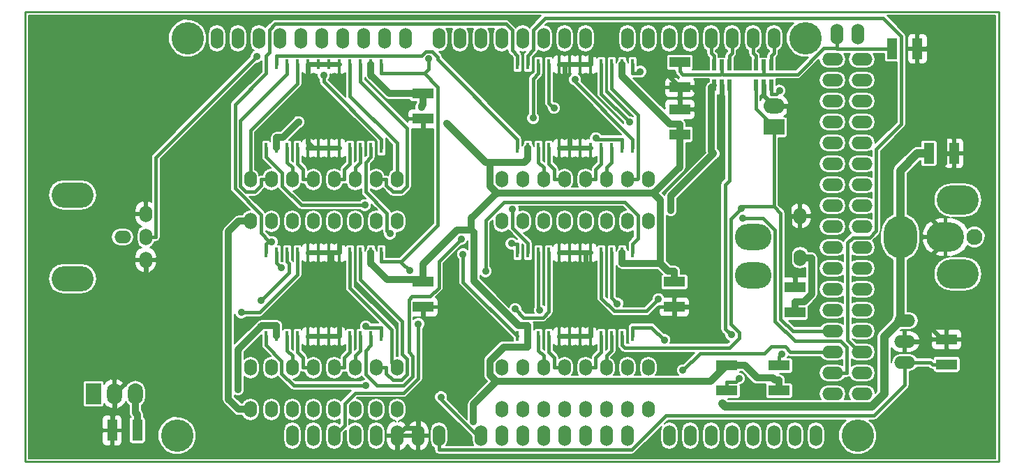
<source format=gbl>
G04 #@! TF.FileFunction,Copper,L2,Bot,Signal*
%FSLAX46Y46*%
G04 Gerber Fmt 4.6, Leading zero omitted, Abs format (unit mm)*
G04 Created by KiCad (PCBNEW 0.201501192016+5381~20~ubuntu14.04.1-product) date Wed 21 Jan 2015 01:23:21 PM EST*
%MOMM*%
G01*
G04 APERTURE LIST*
%ADD10C,0.100000*%
%ADD11C,0.228600*%
%ADD12O,2.540000X1.854200*%
%ADD13R,2.540000X1.854200*%
%ADD14O,1.854200X2.540000*%
%ADD15R,1.854200X2.540000*%
%ADD16O,1.524000X2.032000*%
%ADD17R,2.540000X1.270000*%
%ADD18O,4.445000X3.175000*%
%ADD19O,5.080000X3.048000*%
%ADD20O,2.032000X1.524000*%
%ADD21C,3.937000*%
%ADD22O,1.524000X2.540000*%
%ADD23O,2.540000X1.524000*%
%ADD24C,1.930400*%
%ADD25O,4.572000X3.556000*%
%ADD26O,4.064000X5.080000*%
%ADD27O,5.080000X3.556000*%
%ADD28R,1.270000X2.540000*%
%ADD29R,0.558800X1.330960*%
%ADD30R,0.381000X1.270000*%
%ADD31C,0.889000*%
%ADD32C,1.016000*%
%ADD33C,0.609600*%
%ADD34C,0.406400*%
%ADD35C,0.812800*%
%ADD36C,0.558600*%
%ADD37C,0.203200*%
G04 APERTURE END LIST*
D10*
D11*
X211455000Y-75565000D02*
X93345000Y-75565000D01*
X211455000Y-130175000D02*
X211455000Y-75565000D01*
X93345000Y-130175000D02*
X211455000Y-130175000D01*
X93345000Y-75565000D02*
X93345000Y-130175000D01*
D12*
X184150000Y-86995000D03*
D13*
X184150000Y-89535000D03*
D14*
X104140000Y-121920000D03*
X106680000Y-121920000D03*
D15*
X101600000Y-121920000D03*
D16*
X120650000Y-123825000D03*
X120650000Y-118745000D03*
X123190000Y-123825000D03*
X123190000Y-118745000D03*
X125730000Y-123825000D03*
X125730000Y-118745000D03*
X128270000Y-123825000D03*
X128270000Y-118745000D03*
X130810000Y-123825000D03*
X130810000Y-118745000D03*
X133350000Y-123825000D03*
X133350000Y-118745000D03*
X135890000Y-123825000D03*
X135890000Y-118745000D03*
X138430000Y-123825000D03*
X138430000Y-118745000D03*
X151130000Y-123825000D03*
X151130000Y-118745000D03*
X153670000Y-123825000D03*
X153670000Y-118745000D03*
X156210000Y-123825000D03*
X156210000Y-118745000D03*
X158750000Y-123825000D03*
X158750000Y-118745000D03*
X161290000Y-123825000D03*
X161290000Y-118745000D03*
X163830000Y-123825000D03*
X163830000Y-118745000D03*
X166370000Y-123825000D03*
X166370000Y-118745000D03*
X168910000Y-123825000D03*
X168910000Y-118745000D03*
D17*
X141605000Y-108331000D03*
X141605000Y-111379000D03*
X172085000Y-108331000D03*
X172085000Y-111379000D03*
X141605000Y-85471000D03*
X141605000Y-88519000D03*
D18*
X181610000Y-102870000D03*
X181610000Y-107569000D03*
D16*
X120650000Y-100965000D03*
X120650000Y-95885000D03*
X123190000Y-100965000D03*
X123190000Y-95885000D03*
X125730000Y-100965000D03*
X125730000Y-95885000D03*
X128270000Y-100965000D03*
X128270000Y-95885000D03*
X130810000Y-100965000D03*
X130810000Y-95885000D03*
X133350000Y-100965000D03*
X133350000Y-95885000D03*
X135890000Y-100965000D03*
X135890000Y-95885000D03*
X138430000Y-100965000D03*
X138430000Y-95885000D03*
X151130000Y-100965000D03*
X151130000Y-95885000D03*
X153670000Y-100965000D03*
X153670000Y-95885000D03*
X156210000Y-100965000D03*
X156210000Y-95885000D03*
X158750000Y-100965000D03*
X158750000Y-95885000D03*
X161290000Y-100965000D03*
X161290000Y-95885000D03*
X163830000Y-100965000D03*
X163830000Y-95885000D03*
X166370000Y-100965000D03*
X166370000Y-95885000D03*
X168910000Y-100965000D03*
X168910000Y-95885000D03*
X187325000Y-105410000D03*
X187325000Y-100330000D03*
D19*
X99060000Y-107950000D03*
X99060000Y-97790000D03*
D20*
X105156000Y-102870000D03*
D16*
X107950000Y-102870000D03*
X107950000Y-100076000D03*
X107950000Y-105664000D03*
D17*
X186690000Y-112014000D03*
X186690000Y-108966000D03*
D21*
X111760000Y-127000000D03*
X113030000Y-78740000D03*
X194310000Y-127000000D03*
X187960000Y-78740000D03*
D22*
X125730000Y-127000000D03*
X128270000Y-127000000D03*
X130810000Y-127000000D03*
X133350000Y-127000000D03*
X135890000Y-127000000D03*
X138430000Y-127000000D03*
X140970000Y-127000000D03*
X143510000Y-127000000D03*
X148590000Y-127000000D03*
X151130000Y-127000000D03*
X153670000Y-127000000D03*
X156210000Y-127000000D03*
X158750000Y-127000000D03*
X161290000Y-127000000D03*
X163830000Y-127000000D03*
X166370000Y-127000000D03*
X171450000Y-127000000D03*
X173990000Y-127000000D03*
X176530000Y-127000000D03*
X179070000Y-127000000D03*
X181610000Y-127000000D03*
X184150000Y-127000000D03*
X186690000Y-127000000D03*
X189230000Y-127000000D03*
X116586000Y-78740000D03*
X119126000Y-78740000D03*
X121666000Y-78740000D03*
X124206000Y-78740000D03*
X126746000Y-78740000D03*
X129286000Y-78740000D03*
X131826000Y-78740000D03*
X134366000Y-78740000D03*
X136906000Y-78740000D03*
X139446000Y-78740000D03*
X143510000Y-78740000D03*
X161290000Y-78740000D03*
X158750000Y-78740000D03*
X156210000Y-78740000D03*
X153670000Y-78740000D03*
X151130000Y-78740000D03*
X148590000Y-78740000D03*
X146050000Y-78740000D03*
X166370000Y-78740000D03*
X168910000Y-78740000D03*
X171450000Y-78740000D03*
X173990000Y-78740000D03*
X176530000Y-78740000D03*
X179070000Y-78740000D03*
X181610000Y-78740000D03*
X184150000Y-78740000D03*
X191770000Y-78232000D03*
X194310000Y-78232000D03*
D23*
X191262000Y-81280000D03*
X194818000Y-81280000D03*
X191262000Y-83820000D03*
X194818000Y-83820000D03*
X191262000Y-86360000D03*
X194818000Y-86360000D03*
X191262000Y-88900000D03*
X194818000Y-88900000D03*
X191262000Y-91440000D03*
X194818000Y-91440000D03*
X191262000Y-93980000D03*
X194818000Y-93980000D03*
X191262000Y-96520000D03*
X194818000Y-96520000D03*
X191262000Y-99060000D03*
X194818000Y-99060000D03*
X191262000Y-101600000D03*
X194818000Y-101600000D03*
X191262000Y-104140000D03*
X194818000Y-104140000D03*
X191262000Y-106680000D03*
X194818000Y-106680000D03*
X191262000Y-109220000D03*
X194818000Y-109220000D03*
X191262000Y-111760000D03*
X194818000Y-111760000D03*
X191262000Y-114300000D03*
X194818000Y-114300000D03*
X191262000Y-116840000D03*
X194818000Y-116840000D03*
X191262000Y-119380000D03*
X194818000Y-119380000D03*
X191262000Y-121920000D03*
X194818000Y-121920000D03*
X200025000Y-115570000D03*
X200025000Y-118110000D03*
X200025000Y-113030000D03*
D24*
X208457800Y-102870000D03*
D25*
X204952600Y-102870000D03*
D26*
X199466200Y-102870000D03*
D27*
X206451200Y-98374200D03*
X206451200Y-107365800D03*
D28*
X202946000Y-92710000D03*
X205994000Y-92710000D03*
D17*
X205105000Y-118364000D03*
X205105000Y-115316000D03*
D28*
X106934000Y-126365000D03*
X103886000Y-126365000D03*
D17*
X172720000Y-81661000D03*
X172720000Y-84709000D03*
D28*
X198501000Y-80010000D03*
X201549000Y-80010000D03*
D17*
X172720000Y-90424000D03*
X172720000Y-87376000D03*
X184785000Y-121539000D03*
X184785000Y-118491000D03*
X178435000Y-118491000D03*
X178435000Y-121539000D03*
D29*
X178749960Y-84383880D03*
X177800000Y-84383880D03*
X176850040Y-84383880D03*
X176850040Y-81986120D03*
X177800000Y-81986120D03*
X178749960Y-81986120D03*
X183829960Y-84383880D03*
X182880000Y-84383880D03*
X181930040Y-84383880D03*
X181930040Y-81986120D03*
X182880000Y-81986120D03*
X183829960Y-81986120D03*
D30*
X160655000Y-92075000D03*
X161925000Y-92075000D03*
X163195000Y-92075000D03*
X164465000Y-92075000D03*
X165735000Y-92075000D03*
X167005000Y-92075000D03*
X159385000Y-92075000D03*
X158115000Y-92075000D03*
X156845000Y-92075000D03*
X155575000Y-92075000D03*
X154305000Y-92075000D03*
X153035000Y-92075000D03*
X153035000Y-81915000D03*
X154305000Y-81915000D03*
X155575000Y-81915000D03*
X156845000Y-81915000D03*
X158115000Y-81915000D03*
X159385000Y-81915000D03*
X160655000Y-81915000D03*
X161925000Y-81915000D03*
X163195000Y-81915000D03*
X164465000Y-81915000D03*
X165735000Y-81915000D03*
X167005000Y-81915000D03*
X130175000Y-92075000D03*
X131445000Y-92075000D03*
X132715000Y-92075000D03*
X133985000Y-92075000D03*
X135255000Y-92075000D03*
X136525000Y-92075000D03*
X128905000Y-92075000D03*
X127635000Y-92075000D03*
X126365000Y-92075000D03*
X125095000Y-92075000D03*
X123825000Y-92075000D03*
X122555000Y-92075000D03*
X122555000Y-81915000D03*
X123825000Y-81915000D03*
X125095000Y-81915000D03*
X126365000Y-81915000D03*
X127635000Y-81915000D03*
X128905000Y-81915000D03*
X130175000Y-81915000D03*
X131445000Y-81915000D03*
X132715000Y-81915000D03*
X133985000Y-81915000D03*
X135255000Y-81915000D03*
X136525000Y-81915000D03*
X160655000Y-114935000D03*
X161925000Y-114935000D03*
X163195000Y-114935000D03*
X164465000Y-114935000D03*
X165735000Y-114935000D03*
X167005000Y-114935000D03*
X159385000Y-114935000D03*
X158115000Y-114935000D03*
X156845000Y-114935000D03*
X155575000Y-114935000D03*
X154305000Y-114935000D03*
X153035000Y-114935000D03*
X153035000Y-104775000D03*
X154305000Y-104775000D03*
X155575000Y-104775000D03*
X156845000Y-104775000D03*
X158115000Y-104775000D03*
X159385000Y-104775000D03*
X160655000Y-104775000D03*
X161925000Y-104775000D03*
X163195000Y-104775000D03*
X164465000Y-104775000D03*
X165735000Y-104775000D03*
X167005000Y-104775000D03*
X130175000Y-114935000D03*
X131445000Y-114935000D03*
X132715000Y-114935000D03*
X133985000Y-114935000D03*
X135255000Y-114935000D03*
X136525000Y-114935000D03*
X128905000Y-114935000D03*
X127635000Y-114935000D03*
X126365000Y-114935000D03*
X125095000Y-114935000D03*
X123825000Y-114935000D03*
X122555000Y-114935000D03*
X122555000Y-104775000D03*
X123825000Y-104775000D03*
X125095000Y-104775000D03*
X126365000Y-104775000D03*
X127635000Y-104775000D03*
X128905000Y-104775000D03*
X130175000Y-104775000D03*
X131445000Y-104775000D03*
X132715000Y-104775000D03*
X133985000Y-104775000D03*
X135255000Y-104775000D03*
X136525000Y-104775000D03*
D31*
X177877800Y-123091400D03*
X177686100Y-86460500D03*
X141605000Y-90741600D03*
X177697800Y-115142900D03*
X175300400Y-85776700D03*
X123278800Y-88947700D03*
X152443900Y-88837200D03*
X184015300Y-120015000D03*
X141376700Y-87123000D03*
X144490500Y-89082100D03*
X126476800Y-88900000D03*
X119106000Y-121410500D03*
X147711800Y-125287700D03*
X178973400Y-114768100D03*
X179935000Y-120062000D03*
X185096400Y-117087100D03*
X142298400Y-81215700D03*
X167944100Y-82784200D03*
X139944600Y-106968900D03*
X141008300Y-113437100D03*
X149185300Y-107034200D03*
X180201300Y-99369100D03*
X162560000Y-90873000D03*
X137563300Y-102476300D03*
X146209600Y-103107400D03*
X129540000Y-83197400D03*
X160020000Y-83769900D03*
X170833300Y-115391800D03*
X134636800Y-113734200D03*
X173112700Y-119045900D03*
X134646200Y-120916200D03*
X152319700Y-103675700D03*
X180362600Y-100546900D03*
X123248100Y-103479400D03*
X176806400Y-92735500D03*
X171627300Y-99625100D03*
X166650500Y-88937300D03*
X154917000Y-88437500D03*
X157480000Y-87211500D03*
X143776300Y-122326700D03*
X121389200Y-80966400D03*
X170125400Y-110430400D03*
X165158600Y-110961200D03*
X155738200Y-111760000D03*
X152766800Y-111636300D03*
X121920000Y-110559800D03*
X119545700Y-112051800D03*
X184814900Y-85090000D03*
X134537000Y-98993200D03*
X152443500Y-99506800D03*
X146446600Y-104965000D03*
X124422700Y-106627400D03*
D32*
X200025000Y-113030000D02*
X199466200Y-113030000D01*
X197511200Y-114985000D02*
X199466200Y-113030000D01*
X197511200Y-121960500D02*
X197511200Y-114985000D01*
X196027300Y-123444400D02*
X197511200Y-121960500D01*
X178230800Y-123444400D02*
X196027300Y-123444400D01*
X177877800Y-123091400D02*
X178230800Y-123444400D01*
X199466200Y-113030000D02*
X199466200Y-102870000D01*
X199466200Y-94792500D02*
X201548700Y-92710000D01*
X199466200Y-102870000D02*
X199466200Y-94792500D01*
X202946000Y-92710000D02*
X201548700Y-92710000D01*
D33*
X127635000Y-114935000D02*
X128905000Y-114935000D01*
X159385000Y-104775000D02*
X160655000Y-104775000D01*
X128905000Y-114935000D02*
X130175000Y-114935000D01*
X159385000Y-92075000D02*
X160655000Y-92075000D01*
X159385000Y-81915000D02*
X160655000Y-81915000D01*
X127635000Y-104775000D02*
X128905000Y-104775000D01*
X128905000Y-104775000D02*
X130175000Y-104775000D01*
X128905000Y-81915000D02*
X130175000Y-81915000D01*
X130175000Y-92075000D02*
X131445000Y-92075000D01*
X130175000Y-81915000D02*
X131445000Y-81915000D01*
X130175000Y-114935000D02*
X131445000Y-114935000D01*
X160655000Y-92075000D02*
X161925000Y-92075000D01*
X204799900Y-93904100D02*
X204799900Y-92710000D01*
X203325700Y-95378300D02*
X204799900Y-93904100D01*
X203325700Y-100735100D02*
X203325700Y-95378300D01*
X205460600Y-102870000D02*
X203325700Y-100735100D01*
X205994000Y-92710000D02*
X204799900Y-92710000D01*
X204799900Y-82066800D02*
X204799900Y-92710000D01*
X202743100Y-80010000D02*
X204799900Y-82066800D01*
X205105000Y-115316000D02*
X204590700Y-115316000D01*
X201549000Y-80010000D02*
X202743100Y-80010000D01*
X141605000Y-88519000D02*
X141605000Y-89713100D01*
X160655000Y-81915000D02*
X161925000Y-81915000D01*
X130175000Y-104775000D02*
X130492500Y-104775000D01*
X130492500Y-104775000D02*
X131445000Y-104775000D01*
X130492500Y-112788400D02*
X131445000Y-113740900D01*
X130492500Y-104775000D02*
X130492500Y-112788400D01*
X131445000Y-114935000D02*
X131445000Y-113740900D01*
X161925000Y-81915000D02*
X161925000Y-80720900D01*
X201854100Y-115475200D02*
X203302000Y-114027300D01*
X201854100Y-115570000D02*
X201854100Y-115475200D01*
X204590700Y-115316000D02*
X203302000Y-114027300D01*
X203302000Y-105028600D02*
X205460600Y-102870000D01*
X203302000Y-114027300D02*
X203302000Y-105028600D01*
X200025000Y-115570000D02*
X201854100Y-115570000D01*
X128905000Y-92075000D02*
X130175000Y-92075000D01*
X104140000Y-124281900D02*
X103886000Y-124535900D01*
X104140000Y-121920000D02*
X104140000Y-124281900D01*
X103886000Y-126365000D02*
X103886000Y-124535900D01*
X127635000Y-81915000D02*
X128905000Y-81915000D01*
X182880000Y-85725000D02*
X184150000Y-86995000D01*
X182880000Y-84383900D02*
X182880000Y-85725000D01*
X185979100Y-100305200D02*
X186003900Y-100330000D01*
X185979100Y-86995000D02*
X185979100Y-100305200D01*
X184150000Y-86995000D02*
X185979100Y-86995000D01*
X187325000Y-100330000D02*
X186003900Y-100330000D01*
X186003900Y-107085800D02*
X186003900Y-100330000D01*
X186690000Y-107771900D02*
X186003900Y-107085800D01*
X186690000Y-108966000D02*
X186690000Y-107771900D01*
X140970000Y-127000000D02*
X140970000Y-126085400D01*
X140970000Y-126085400D02*
X140970000Y-125170900D01*
X139344600Y-126085400D02*
X138430000Y-127000000D01*
X140970000Y-126085400D02*
X139344600Y-126085400D01*
X159385000Y-114935000D02*
X160655000Y-114935000D01*
X177800000Y-84383900D02*
X177800000Y-85608500D01*
X141605000Y-111379000D02*
X141605000Y-112573100D01*
X158115000Y-92075000D02*
X159385000Y-92075000D01*
X172720000Y-87376000D02*
X172720000Y-86181900D01*
X168731900Y-80720900D02*
X172720000Y-84709000D01*
X161925000Y-80720900D02*
X168731900Y-80720900D01*
X172720000Y-84709000D02*
X172720000Y-86181900D01*
X158115000Y-104775000D02*
X159385000Y-104775000D01*
X158115000Y-114935000D02*
X159385000Y-114935000D01*
X160655000Y-114935000D02*
X161925000Y-114935000D01*
X138430000Y-127000000D02*
X138430000Y-128829100D01*
X137736100Y-129523000D02*
X138430000Y-128829100D01*
X119363000Y-129523000D02*
X137736100Y-129523000D01*
X107950000Y-118110000D02*
X119363000Y-129523000D01*
X107950000Y-105410000D02*
X107950000Y-118110000D01*
X107950000Y-118110000D02*
X104140000Y-121920000D01*
X141605000Y-89713100D02*
X141605000Y-90741600D01*
X131445000Y-104775000D02*
X131445000Y-103580900D01*
X141605000Y-99912200D02*
X141605000Y-90741600D01*
X137936300Y-103580900D02*
X141605000Y-99912200D01*
X131445000Y-103580900D02*
X137936300Y-103580900D01*
X158115000Y-81915000D02*
X158750000Y-81915000D01*
X158750000Y-81915000D02*
X159385000Y-81915000D01*
X159385000Y-92075000D02*
X159385000Y-90880900D01*
X177686100Y-85722400D02*
X177686100Y-86460500D01*
X177800000Y-85608500D02*
X177686100Y-85722400D01*
X127635000Y-92075000D02*
X128270000Y-92075000D01*
X128270000Y-92075000D02*
X128905000Y-92075000D01*
X161925000Y-114935000D02*
X161925000Y-113740900D01*
X160655000Y-104775000D02*
X161290000Y-104775000D01*
X161290000Y-104775000D02*
X161925000Y-104775000D01*
X161290000Y-110971700D02*
X162982700Y-112664400D01*
X161290000Y-104775000D02*
X161290000Y-110971700D01*
X162982700Y-112683200D02*
X161925000Y-113740900D01*
X162982700Y-112664400D02*
X162982700Y-112683200D01*
X171993700Y-112664400D02*
X172085000Y-112573100D01*
X162982700Y-112664400D02*
X171993700Y-112664400D01*
X172085000Y-111379000D02*
X172085000Y-112573100D01*
X172085000Y-111379000D02*
X173914100Y-111379000D01*
X175698000Y-111379000D02*
X173914100Y-111379000D01*
X175698000Y-95263300D02*
X175698000Y-111379000D01*
X177810000Y-93151300D02*
X175698000Y-95263300D01*
X177810000Y-86584400D02*
X177810000Y-93151300D01*
X177686100Y-86460500D02*
X177810000Y-86584400D01*
X174549100Y-85025400D02*
X174549100Y-84709000D01*
X175300400Y-85776700D02*
X174549100Y-85025400D01*
X172720000Y-84709000D02*
X174549100Y-84709000D01*
X142027800Y-112995900D02*
X141605000Y-112573100D01*
X142027800Y-124113100D02*
X142027800Y-112995900D01*
X140970000Y-125170900D02*
X142027800Y-124113100D01*
X175698000Y-113143100D02*
X177697800Y-115142900D01*
X175698000Y-111379000D02*
X175698000Y-113143100D01*
X124334500Y-87892000D02*
X127635000Y-87892000D01*
X123278800Y-88947700D02*
X124334500Y-87892000D01*
X127635000Y-91440000D02*
X127635000Y-87892000D01*
X128270000Y-92075000D02*
X127635000Y-91440000D01*
X127635000Y-87892000D02*
X127635000Y-81915000D01*
X157945300Y-89441200D02*
X159385000Y-90880900D01*
X158750000Y-88636500D02*
X157945300Y-89441200D01*
X158750000Y-81915000D02*
X158750000Y-88636500D01*
X153047900Y-89441200D02*
X152443900Y-88837200D01*
X157945300Y-89441200D02*
X153047900Y-89441200D01*
D34*
X203123500Y-118110000D02*
X203377500Y-118364000D01*
X200025000Y-118110000D02*
X203123500Y-118110000D01*
X205105000Y-118364000D02*
X203377500Y-118364000D01*
X200025000Y-120832700D02*
X200025000Y-118110000D01*
X196296000Y-124561700D02*
X200025000Y-120832700D01*
X171044000Y-124561700D02*
X196296000Y-124561700D01*
X166878200Y-128727500D02*
X171044000Y-124561700D01*
X143510000Y-128727500D02*
X166878200Y-128727500D01*
X143510000Y-127000000D02*
X143510000Y-128727500D01*
D35*
X184243600Y-120243300D02*
X184785000Y-120243300D01*
X184015300Y-120015000D02*
X184243600Y-120243300D01*
X184785000Y-121539000D02*
X184785000Y-120243300D01*
X106934000Y-126365000D02*
X106934000Y-124434300D01*
X137515300Y-85471000D02*
X135255000Y-83210700D01*
X141605000Y-85471000D02*
X137515300Y-85471000D01*
X135255000Y-81915000D02*
X135255000Y-83210700D01*
X141605000Y-85471000D02*
X141605000Y-86766700D01*
X154305000Y-92075000D02*
X154305000Y-93370700D01*
X165735000Y-83277000D02*
X165735000Y-81915000D01*
X171586300Y-89128300D02*
X165735000Y-83277000D01*
X172720000Y-89128300D02*
X171586300Y-89128300D01*
X172720000Y-90424000D02*
X172720000Y-89128300D01*
X149233700Y-93825300D02*
X149691000Y-93825300D01*
X144490500Y-89082100D02*
X149233700Y-93825300D01*
X153850400Y-93825300D02*
X154305000Y-93370700D01*
X149691000Y-93825300D02*
X153850400Y-93825300D01*
X172720000Y-90424000D02*
X172720000Y-91719700D01*
X106680000Y-124180300D02*
X106680000Y-121920000D01*
X106934000Y-124434300D02*
X106680000Y-124180300D01*
X154305000Y-114935000D02*
X154305000Y-113639300D01*
X149691000Y-96728300D02*
X150524500Y-97561800D01*
X149691000Y-93825300D02*
X149691000Y-96728300D01*
X124597500Y-90779300D02*
X123825000Y-90779300D01*
X126476800Y-88900000D02*
X124597500Y-90779300D01*
X123825000Y-92075000D02*
X123825000Y-90779300D01*
X141376700Y-86995000D02*
X141376700Y-87123000D01*
X141605000Y-86766700D02*
X141376700Y-86995000D01*
X180597800Y-118491000D02*
X178435000Y-118491000D01*
X182121800Y-120015000D02*
X180597800Y-118491000D01*
X184015300Y-120015000D02*
X182121800Y-120015000D01*
X154305000Y-114935000D02*
X154305000Y-116230700D01*
X147460800Y-100625500D02*
X150524500Y-97561800D01*
X147460800Y-101996200D02*
X147460800Y-100625500D01*
X141605000Y-106137400D02*
X141605000Y-108074200D01*
X145746200Y-101996200D02*
X141605000Y-106137400D01*
X147460800Y-101996200D02*
X145746200Y-101996200D01*
X141605000Y-108074200D02*
X141605000Y-108331000D01*
X137258500Y-108074200D02*
X135255000Y-106070700D01*
X141605000Y-108074200D02*
X137258500Y-108074200D01*
X135255000Y-104775000D02*
X135255000Y-106070700D01*
X123825000Y-114935000D02*
X123825000Y-113639300D01*
X119106000Y-116561700D02*
X119106000Y-121410500D01*
X122028400Y-113639300D02*
X119106000Y-116561700D01*
X123825000Y-113639300D02*
X122028400Y-113639300D01*
X147751700Y-102287100D02*
X147460800Y-101996200D01*
X147751700Y-108211300D02*
X147751700Y-102287100D01*
X153179700Y-113639300D02*
X147751700Y-108211300D01*
X154305000Y-113639300D02*
X153179700Y-113639300D01*
X147711800Y-123195900D02*
X147711800Y-125287700D01*
X150477800Y-120429900D02*
X147711800Y-123195900D01*
X176496100Y-120429900D02*
X150477800Y-120429900D01*
X178435000Y-118491000D02*
X176496100Y-120429900D01*
X151370600Y-116230700D02*
X154305000Y-116230700D01*
X149669200Y-117932100D02*
X151370600Y-116230700D01*
X149669200Y-119621300D02*
X149669200Y-117932100D01*
X150477800Y-120429900D02*
X149669200Y-119621300D01*
X150524500Y-97561800D02*
X169548500Y-97561800D01*
X172720000Y-94390300D02*
X172720000Y-91719700D01*
X169548500Y-97561800D02*
X172720000Y-94390300D01*
X165735000Y-104775000D02*
X165735000Y-106070700D01*
X170341200Y-98354500D02*
X170341200Y-106070700D01*
X169548500Y-97561800D02*
X170341200Y-98354500D01*
X171305800Y-107035300D02*
X170341200Y-106070700D01*
X172085000Y-107035300D02*
X171305800Y-107035300D01*
X170341200Y-106070700D02*
X165735000Y-106070700D01*
X172085000Y-108331000D02*
X172085000Y-107035300D01*
D34*
X178750000Y-84383900D02*
X178750000Y-85506900D01*
X178244200Y-114038900D02*
X178973400Y-114768100D01*
X178244200Y-96516500D02*
X178244200Y-114038900D01*
X178750000Y-96010700D02*
X178244200Y-96516500D01*
X178750000Y-85506900D02*
X178750000Y-96010700D01*
X178435000Y-121539000D02*
X178435000Y-120446500D01*
X179550500Y-120446500D02*
X179935000Y-120062000D01*
X178435000Y-120446500D02*
X179550500Y-120446500D01*
X184785000Y-118491000D02*
X184785000Y-117398500D01*
X185096400Y-117087100D02*
X184785000Y-117398500D01*
X179070000Y-80543100D02*
X179070000Y-78740000D01*
X178750000Y-80863100D02*
X179070000Y-80543100D01*
X178750000Y-81986100D02*
X178750000Y-80863100D01*
X136525000Y-104775000D02*
X136525000Y-105867500D01*
X136525000Y-81915000D02*
X136525000Y-83007500D01*
X167005000Y-81915000D02*
X167005000Y-83007500D01*
X142298400Y-82455400D02*
X141746300Y-83007500D01*
X142298400Y-81215700D02*
X142298400Y-82455400D01*
X136525000Y-83007500D02*
X141746300Y-83007500D01*
X138957500Y-105981800D02*
X138957500Y-105867500D01*
X139944600Y-106968900D02*
X138957500Y-105981800D01*
X138957500Y-105867500D02*
X136525000Y-105867500D01*
X143379100Y-84640300D02*
X141746300Y-83007500D01*
X143379100Y-101445900D02*
X143379100Y-84640300D01*
X138957500Y-105867500D02*
X143379100Y-101445900D01*
X167720800Y-83007500D02*
X167944100Y-82784200D01*
X167005000Y-83007500D02*
X167720800Y-83007500D01*
X141008300Y-120039900D02*
X141008300Y-113437100D01*
X139230000Y-121818200D02*
X141008300Y-120039900D01*
X133343800Y-121818200D02*
X139230000Y-121818200D01*
X132080000Y-123082000D02*
X133343800Y-121818200D01*
X132080000Y-125730000D02*
X132080000Y-123082000D01*
X130810000Y-127000000D02*
X132080000Y-125730000D01*
X167640000Y-103047500D02*
X167005000Y-103682500D01*
X167640000Y-100218700D02*
X167640000Y-103047500D01*
X166026000Y-98604700D02*
X167640000Y-100218700D01*
X151423500Y-98604700D02*
X166026000Y-98604700D01*
X149185300Y-100842900D02*
X151423500Y-98604700D01*
X149185300Y-107034200D02*
X149185300Y-100842900D01*
X167005000Y-104775000D02*
X167005000Y-103682500D01*
X184150000Y-89535000D02*
X184150000Y-90919600D01*
X191770000Y-114300000D02*
X189534500Y-114300000D01*
X184150000Y-99173900D02*
X184150000Y-90919600D01*
X184950700Y-99974600D02*
X184150000Y-99173900D01*
X184950700Y-112828000D02*
X184950700Y-99974600D01*
X186422700Y-114300000D02*
X184950700Y-112828000D01*
X189534500Y-114300000D02*
X186422700Y-114300000D01*
X162669500Y-90982500D02*
X162560000Y-90873000D01*
X165735000Y-90982500D02*
X162669500Y-90982500D01*
X165735000Y-92075000D02*
X165735000Y-90982500D01*
X134645800Y-93776700D02*
X135255000Y-93167500D01*
X134645800Y-97403100D02*
X134645800Y-93776700D01*
X137210400Y-99967700D02*
X134645800Y-97403100D01*
X137210400Y-102123400D02*
X137210400Y-99967700D01*
X137563300Y-102476300D02*
X137210400Y-102123400D01*
X135255000Y-92075000D02*
X135255000Y-93167500D01*
X180396500Y-99173900D02*
X180201300Y-99369100D01*
X184150000Y-99173900D02*
X180396500Y-99173900D01*
X165735000Y-114935000D02*
X165735000Y-116027500D01*
X181930000Y-87315000D02*
X184150000Y-89535000D01*
X181930000Y-84383900D02*
X181930000Y-87315000D01*
X135255000Y-114935000D02*
X135255000Y-116027500D01*
X143493900Y-105823100D02*
X146209600Y-103107400D01*
X143493900Y-109033500D02*
X143493900Y-105823100D01*
X142438700Y-110088700D02*
X143493900Y-109033500D01*
X140259600Y-110088700D02*
X142438700Y-110088700D01*
X139863300Y-110485000D02*
X140259600Y-110088700D01*
X139863300Y-116874900D02*
X139863300Y-110485000D01*
X140316400Y-117328000D02*
X139863300Y-116874900D01*
X140316400Y-119797400D02*
X140316400Y-117328000D01*
X139227100Y-120886700D02*
X140316400Y-119797400D01*
X136011500Y-120886700D02*
X139227100Y-120886700D01*
X134645800Y-119521000D02*
X136011500Y-120886700D01*
X134645800Y-116636700D02*
X134645800Y-119521000D01*
X135255000Y-116027500D02*
X134645800Y-116636700D01*
X166038400Y-116330900D02*
X165735000Y-116027500D01*
X178719900Y-116330900D02*
X166038400Y-116330900D01*
X179922700Y-115128100D02*
X178719900Y-116330900D01*
X179922700Y-114441700D02*
X179922700Y-115128100D01*
X178905000Y-113424000D02*
X179922700Y-114441700D01*
X178905000Y-100665400D02*
X178905000Y-113424000D01*
X180201300Y-99369100D02*
X178905000Y-100665400D01*
X129540000Y-83997500D02*
X129540000Y-83197400D01*
X136525000Y-90982500D02*
X129540000Y-83997500D01*
X136525000Y-92075000D02*
X136525000Y-90982500D01*
X167005000Y-92075000D02*
X167005000Y-90982500D01*
X160020000Y-83997500D02*
X160020000Y-83769900D01*
X167005000Y-90982500D02*
X160020000Y-83997500D01*
X167005000Y-114935000D02*
X167005000Y-113842500D01*
X169284000Y-113842500D02*
X170833300Y-115391800D01*
X167005000Y-113842500D02*
X169284000Y-113842500D01*
X136525000Y-114935000D02*
X136525000Y-113842500D01*
X134745100Y-113842500D02*
X134636800Y-113734200D01*
X136525000Y-113842500D02*
X134745100Y-113842500D01*
X175166900Y-116991700D02*
X173112700Y-119045900D01*
X183000300Y-116991700D02*
X175166900Y-116991700D01*
X183811000Y-116181000D02*
X183000300Y-116991700D01*
X185493400Y-116181000D02*
X183811000Y-116181000D01*
X186152400Y-116840000D02*
X185493400Y-116181000D01*
X191770000Y-116840000D02*
X186152400Y-116840000D01*
X124434200Y-117906700D02*
X122555000Y-116027500D01*
X124434200Y-119466600D02*
X124434200Y-117906700D01*
X125883800Y-120916200D02*
X124434200Y-119466600D01*
X134646200Y-120916200D02*
X125883800Y-120916200D01*
X122555000Y-114935000D02*
X122555000Y-116027500D01*
X154990400Y-80137100D02*
X154305000Y-80822500D01*
X154990400Y-77704100D02*
X154990400Y-80137100D01*
X156405700Y-76288800D02*
X154990400Y-77704100D01*
X197374300Y-76288800D02*
X156405700Y-76288800D01*
X199593600Y-78508100D02*
X197374300Y-76288800D01*
X199593600Y-89142500D02*
X199593600Y-78508100D01*
X196545600Y-92190500D02*
X199593600Y-89142500D01*
X196545600Y-102105100D02*
X196545600Y-92190500D01*
X195730300Y-102920400D02*
X196545600Y-102105100D01*
X193734600Y-102920400D02*
X195730300Y-102920400D01*
X193090400Y-103564600D02*
X193734600Y-102920400D01*
X193090400Y-115441800D02*
X193090400Y-103564600D01*
X194310000Y-116661400D02*
X193090400Y-115441800D01*
X194310000Y-116840000D02*
X194310000Y-116661400D01*
X154305000Y-81915000D02*
X154305000Y-80822500D01*
X122555000Y-81915000D02*
X122555000Y-83007500D01*
X122555000Y-104775000D02*
X122555000Y-103682500D01*
X153035000Y-81915000D02*
X153035000Y-80822500D01*
X122555000Y-81915000D02*
X122555000Y-80822500D01*
X152400000Y-80187500D02*
X153035000Y-80822500D01*
X152400000Y-77763300D02*
X152400000Y-80187500D01*
X151621200Y-76984500D02*
X152400000Y-77763300D01*
X123661500Y-76984500D02*
X151621200Y-76984500D01*
X122930300Y-77715700D02*
X123661500Y-76984500D01*
X122930300Y-80447200D02*
X122930300Y-77715700D01*
X122555000Y-80822500D02*
X122930300Y-80447200D01*
X153035000Y-104775000D02*
X153035000Y-103682500D01*
X191770000Y-119380000D02*
X192989500Y-119380000D01*
X182813900Y-100546900D02*
X180362600Y-100546900D01*
X184290000Y-102023000D02*
X182813900Y-100546900D01*
X184290000Y-113104100D02*
X184290000Y-102023000D01*
X186710300Y-115524400D02*
X184290000Y-113104100D01*
X192238500Y-115524400D02*
X186710300Y-115524400D01*
X192989500Y-116275400D02*
X192238500Y-115524400D01*
X192989500Y-119380000D02*
X192989500Y-116275400D01*
X152326500Y-103682500D02*
X152319700Y-103675700D01*
X153035000Y-103682500D02*
X152326500Y-103682500D01*
X123014700Y-103479400D02*
X122886400Y-103351100D01*
X123248100Y-103479400D02*
X123014700Y-103479400D01*
X122555000Y-103682500D02*
X122886400Y-103351100D01*
X118764400Y-86798100D02*
X122555000Y-83007500D01*
X118764400Y-96978100D02*
X118764400Y-86798100D01*
X121939000Y-100152700D02*
X118764400Y-96978100D01*
X121939000Y-102403700D02*
X121939000Y-100152700D01*
X122886400Y-103351100D02*
X121939000Y-102403700D01*
D35*
X188747700Y-109794300D02*
X188747700Y-105410000D01*
X187823700Y-110718300D02*
X188747700Y-109794300D01*
X186690000Y-110718300D02*
X187823700Y-110718300D01*
X186690000Y-112014000D02*
X186690000Y-110718300D01*
X187325000Y-105410000D02*
X188747700Y-105410000D01*
D36*
X176560800Y-84673100D02*
X176850000Y-84383900D01*
D35*
X176560800Y-92489900D02*
X176806400Y-92735500D01*
X176560800Y-84673100D02*
X176560800Y-92489900D01*
X171627300Y-97914600D02*
X171627300Y-99625100D01*
X176806400Y-92735500D02*
X171627300Y-97914600D01*
X117992800Y-122590500D02*
X119227300Y-123825000D01*
X117992800Y-102199500D02*
X117992800Y-122590500D01*
X119227300Y-100965000D02*
X117992800Y-102199500D01*
X120650000Y-100965000D02*
X119227300Y-100965000D01*
X120650000Y-123825000D02*
X119227300Y-123825000D01*
D34*
X163195000Y-85481800D02*
X163195000Y-81915000D01*
X166650500Y-88937300D02*
X163195000Y-85481800D01*
X164465000Y-84853600D02*
X164465000Y-81915000D01*
X167674300Y-88062900D02*
X164465000Y-84853600D01*
X167674300Y-95800200D02*
X167674300Y-88062900D01*
X167589500Y-95885000D02*
X167674300Y-95800200D01*
X166370000Y-95885000D02*
X167589500Y-95885000D01*
X163830000Y-95885000D02*
X163830000Y-94411500D01*
X164465000Y-93776500D02*
X163830000Y-94411500D01*
X164465000Y-92075000D02*
X164465000Y-93776500D01*
X163195000Y-93980000D02*
X163195000Y-92075000D01*
X162509500Y-94665500D02*
X163195000Y-93980000D01*
X162509500Y-95885000D02*
X162509500Y-94665500D01*
X161290000Y-95885000D02*
X162509500Y-95885000D01*
X156845000Y-93980000D02*
X156845000Y-92075000D01*
X157530500Y-94665500D02*
X156845000Y-93980000D01*
X157530500Y-95885000D02*
X157530500Y-94665500D01*
X158750000Y-95885000D02*
X157530500Y-95885000D01*
X155575000Y-93776500D02*
X155575000Y-92075000D01*
X156210000Y-94411500D02*
X155575000Y-93776500D01*
X156210000Y-95885000D02*
X156210000Y-94411500D01*
X155575000Y-81915000D02*
X155575000Y-83007500D01*
X154917000Y-83665500D02*
X154917000Y-88437500D01*
X155575000Y-83007500D02*
X154917000Y-83665500D01*
X156845000Y-86576500D02*
X156845000Y-81915000D01*
X157480000Y-87211500D02*
X156845000Y-86576500D01*
X132715000Y-85743400D02*
X132715000Y-81915000D01*
X138430000Y-91458400D02*
X132715000Y-85743400D01*
X138430000Y-95885000D02*
X138430000Y-91458400D01*
X135890000Y-95885000D02*
X137109500Y-95885000D01*
X133985000Y-83989000D02*
X133985000Y-81915000D01*
X139655600Y-89659600D02*
X133985000Y-83989000D01*
X139655600Y-96683800D02*
X139655600Y-89659600D01*
X138962400Y-97377000D02*
X139655600Y-96683800D01*
X137915500Y-97377000D02*
X138962400Y-97377000D01*
X137109500Y-96571000D02*
X137915500Y-97377000D01*
X137109500Y-95885000D02*
X137109500Y-96571000D01*
X133985000Y-93776500D02*
X133985000Y-92075000D01*
X133350000Y-94411500D02*
X133985000Y-93776500D01*
X133350000Y-95885000D02*
X133350000Y-94411500D01*
X132715000Y-93980000D02*
X132715000Y-92075000D01*
X132029500Y-94665500D02*
X132715000Y-93980000D01*
X132029500Y-95885000D02*
X132029500Y-94665500D01*
X130810000Y-95885000D02*
X132029500Y-95885000D01*
X126365000Y-93980000D02*
X126365000Y-92075000D01*
X127050500Y-94665500D02*
X126365000Y-93980000D01*
X127050500Y-95885000D02*
X127050500Y-94665500D01*
X128270000Y-95885000D02*
X127050500Y-95885000D01*
X125730000Y-95885000D02*
X125730000Y-94411500D01*
X125095000Y-93776500D02*
X125095000Y-92075000D01*
X125730000Y-94411500D02*
X125095000Y-93776500D01*
X125095000Y-83060900D02*
X125095000Y-81915000D01*
X119425200Y-88730700D02*
X125095000Y-83060900D01*
X119425200Y-96704400D02*
X119425200Y-88730700D01*
X120094600Y-97373800D02*
X119425200Y-96704400D01*
X121167700Y-97373800D02*
X120094600Y-97373800D01*
X121970500Y-96571000D02*
X121167700Y-97373800D01*
X121970500Y-95885000D02*
X121970500Y-96571000D01*
X123190000Y-95885000D02*
X121970500Y-95885000D01*
X126365000Y-84232900D02*
X126365000Y-81915000D01*
X120650000Y-89947900D02*
X126365000Y-84232900D01*
X120650000Y-95885000D02*
X120650000Y-89947900D01*
X153035000Y-92075000D02*
X153035000Y-90982500D01*
X123825000Y-81915000D02*
X123825000Y-80822500D01*
X141416000Y-80822500D02*
X123825000Y-80822500D01*
X141924800Y-80313700D02*
X141416000Y-80822500D01*
X142672100Y-80313700D02*
X141924800Y-80313700D01*
X143354000Y-80995600D02*
X142672100Y-80313700D01*
X143354000Y-81301500D02*
X143354000Y-80995600D01*
X153035000Y-90982500D02*
X143354000Y-81301500D01*
X143776300Y-122632300D02*
X143776300Y-122326700D01*
X148144000Y-127000000D02*
X143776300Y-122632300D01*
X148590000Y-127000000D02*
X148144000Y-127000000D01*
X107950000Y-102870000D02*
X109169500Y-102870000D01*
X109169500Y-93186100D02*
X121389200Y-80966400D01*
X109169500Y-102870000D02*
X109169500Y-93186100D01*
X176530000Y-80543100D02*
X176530000Y-78740000D01*
X176850000Y-80863100D02*
X176530000Y-80543100D01*
X176850000Y-81986100D02*
X176850000Y-80863100D01*
X181610000Y-80543100D02*
X181610000Y-78740000D01*
X181930000Y-80863100D02*
X181610000Y-80543100D01*
X181930000Y-81986100D02*
X181930000Y-80863100D01*
X184150000Y-80543100D02*
X184150000Y-78740000D01*
X183830000Y-80863100D02*
X184150000Y-80543100D01*
X183830000Y-81986100D02*
X183830000Y-80863100D01*
X177800000Y-81986100D02*
X177800000Y-82943900D01*
X172720000Y-81661000D02*
X172720000Y-82753500D01*
X191770000Y-78740000D02*
X191770000Y-79959500D01*
X191820500Y-80010000D02*
X191770000Y-79959500D01*
X198501000Y-80010000D02*
X191820500Y-80010000D01*
X182880000Y-81986100D02*
X182880000Y-82943900D01*
X177965200Y-83109100D02*
X177800000Y-82943900D01*
X182880000Y-83109100D02*
X177965200Y-83109100D01*
X182880000Y-82943900D02*
X182880000Y-83109100D01*
X190171500Y-79959500D02*
X191770000Y-79959500D01*
X187021900Y-83109100D02*
X190171500Y-79959500D01*
X182880000Y-83109100D02*
X187021900Y-83109100D01*
X173075600Y-83109100D02*
X172720000Y-82753500D01*
X177634800Y-83109100D02*
X173075600Y-83109100D01*
X177800000Y-82943900D02*
X177634800Y-83109100D01*
X163195000Y-110285100D02*
X163195000Y-104775000D01*
X164793100Y-111883200D02*
X163195000Y-110285100D01*
X168672600Y-111883200D02*
X164793100Y-111883200D01*
X170125400Y-110430400D02*
X168672600Y-111883200D01*
X164465000Y-110267600D02*
X165158600Y-110961200D01*
X164465000Y-104775000D02*
X164465000Y-110267600D01*
X164465000Y-116636500D02*
X164465000Y-114935000D01*
X163830000Y-117271500D02*
X164465000Y-116636500D01*
X163830000Y-118745000D02*
X163830000Y-117271500D01*
X163195000Y-116840000D02*
X163195000Y-114935000D01*
X162509500Y-117525500D02*
X163195000Y-116840000D01*
X162509500Y-118745000D02*
X162509500Y-117525500D01*
X161290000Y-118745000D02*
X162509500Y-118745000D01*
X156845000Y-116840000D02*
X156845000Y-114935000D01*
X157530500Y-117525500D02*
X156845000Y-116840000D01*
X157530500Y-118745000D02*
X157530500Y-117525500D01*
X158750000Y-118745000D02*
X157530500Y-118745000D01*
X155575000Y-116636500D02*
X155575000Y-114935000D01*
X156210000Y-117271500D02*
X155575000Y-116636500D01*
X156210000Y-118745000D02*
X156210000Y-117271500D01*
X155575000Y-111596800D02*
X155738200Y-111760000D01*
X155575000Y-104775000D02*
X155575000Y-111596800D01*
X156845000Y-111929900D02*
X156845000Y-104775000D01*
X156111900Y-112663000D02*
X156845000Y-111929900D01*
X153793500Y-112663000D02*
X156111900Y-112663000D01*
X152766800Y-111636300D02*
X153793500Y-112663000D01*
X137769300Y-118084300D02*
X138430000Y-118745000D01*
X137769300Y-114140600D02*
X137769300Y-118084300D01*
X132715000Y-109086300D02*
X137769300Y-114140600D01*
X132715000Y-104775000D02*
X132715000Y-109086300D01*
X133985000Y-108052700D02*
X133985000Y-104775000D01*
X139050000Y-113117700D02*
X133985000Y-108052700D01*
X139050000Y-117118900D02*
X139050000Y-113117700D01*
X139655600Y-117724500D02*
X139050000Y-117118900D01*
X139655600Y-119523700D02*
X139655600Y-117724500D01*
X138953400Y-120225900D02*
X139655600Y-119523700D01*
X137904400Y-120225900D02*
X138953400Y-120225900D01*
X137109500Y-119431000D02*
X137904400Y-120225900D01*
X137109500Y-118745000D02*
X137109500Y-119431000D01*
X135890000Y-118745000D02*
X137109500Y-118745000D01*
X133985000Y-116636500D02*
X133985000Y-114935000D01*
X133350000Y-117271500D02*
X133985000Y-116636500D01*
X133350000Y-118745000D02*
X133350000Y-117271500D01*
X132715000Y-116840000D02*
X132715000Y-114935000D01*
X132029500Y-117525500D02*
X132715000Y-116840000D01*
X132029500Y-118745000D02*
X132029500Y-117525500D01*
X130810000Y-118745000D02*
X132029500Y-118745000D01*
X126365000Y-116840000D02*
X126365000Y-114935000D01*
X127050500Y-117525500D02*
X126365000Y-116840000D01*
X127050500Y-118745000D02*
X127050500Y-117525500D01*
X128270000Y-118745000D02*
X127050500Y-118745000D01*
X125095000Y-116636500D02*
X125095000Y-114935000D01*
X125730000Y-117271500D02*
X125095000Y-116636500D01*
X125730000Y-118745000D02*
X125730000Y-117271500D01*
X125095000Y-104775000D02*
X125095000Y-105867500D01*
X125324700Y-106097200D02*
X125095000Y-105867500D01*
X125324700Y-107155100D02*
X125324700Y-106097200D01*
X121920000Y-110559800D02*
X125324700Y-107155100D01*
X126365000Y-107426500D02*
X126365000Y-104775000D01*
X121739700Y-112051800D02*
X126365000Y-107426500D01*
X119545700Y-112051800D02*
X121739700Y-112051800D01*
X183830000Y-84383900D02*
X183830000Y-85506900D01*
X184398000Y-85506900D02*
X184814900Y-85090000D01*
X183830000Y-85506900D02*
X184398000Y-85506900D01*
X134537000Y-98993100D02*
X134537000Y-98993200D01*
X126821900Y-98993100D02*
X134537000Y-98993100D01*
X124510400Y-96681600D02*
X126821900Y-98993100D01*
X124510400Y-95122900D02*
X124510400Y-96681600D01*
X122555000Y-93167500D02*
X124510400Y-95122900D01*
X154305000Y-103618100D02*
X154305000Y-104775000D01*
X152443500Y-101756600D02*
X154305000Y-103618100D01*
X152443500Y-99506800D02*
X152443500Y-101756600D01*
X122555000Y-92075000D02*
X122555000Y-93167500D01*
X146446600Y-108346600D02*
X146446600Y-104965000D01*
X153035000Y-114935000D02*
X146446600Y-108346600D01*
X123825000Y-106029700D02*
X124422700Y-106627400D01*
X123825000Y-104775000D02*
X123825000Y-106029700D01*
D37*
G36*
X137871200Y-94659207D02*
X137639737Y-94813866D01*
X137397472Y-95176442D01*
X137355013Y-95389896D01*
X137323344Y-95368736D01*
X137109500Y-95326200D01*
X136952316Y-95326200D01*
X136922528Y-95176442D01*
X136680263Y-94813866D01*
X136317687Y-94571601D01*
X135890000Y-94486529D01*
X135462313Y-94571601D01*
X135204600Y-94743798D01*
X135204600Y-94008162D01*
X135650131Y-93562631D01*
X135771264Y-93381344D01*
X135771264Y-93381343D01*
X135813800Y-93167500D01*
X135813800Y-92075000D01*
X135808067Y-92046178D01*
X135808067Y-91440000D01*
X135781759Y-91304411D01*
X135703477Y-91185241D01*
X135585299Y-91105469D01*
X135445500Y-91077433D01*
X135064500Y-91077433D01*
X134928911Y-91103741D01*
X134809741Y-91182023D01*
X134729969Y-91300201D01*
X134701933Y-91440000D01*
X134701933Y-92046178D01*
X134696200Y-92075000D01*
X134696200Y-92936038D01*
X134543800Y-93088438D01*
X134543800Y-92075000D01*
X134538067Y-92046178D01*
X134538067Y-91440000D01*
X134511759Y-91304411D01*
X134433477Y-91185241D01*
X134315299Y-91105469D01*
X134175500Y-91077433D01*
X133794500Y-91077433D01*
X133658911Y-91103741D01*
X133539741Y-91182023D01*
X133459969Y-91300201D01*
X133431933Y-91440000D01*
X133431933Y-92046178D01*
X133426200Y-92075000D01*
X133426200Y-93545037D01*
X133273800Y-93697437D01*
X133273800Y-92075000D01*
X133268067Y-92046178D01*
X133268067Y-91440000D01*
X133241759Y-91304411D01*
X133163477Y-91185241D01*
X133045299Y-91105469D01*
X132905500Y-91077433D01*
X132524500Y-91077433D01*
X132388911Y-91103741D01*
X132269741Y-91182023D01*
X132219375Y-91256637D01*
X132152294Y-91094689D01*
X131980811Y-90923206D01*
X131756757Y-90830400D01*
X131692650Y-90830400D01*
X131540250Y-90982800D01*
X131540250Y-91922600D01*
X131617400Y-91922600D01*
X131617400Y-92227400D01*
X131540250Y-92227400D01*
X131540250Y-93167200D01*
X131692650Y-93319600D01*
X131756757Y-93319600D01*
X131980811Y-93226794D01*
X132152294Y-93055311D01*
X132156200Y-93045881D01*
X132156200Y-93748537D01*
X131634369Y-94270369D01*
X131513236Y-94451656D01*
X131470700Y-94665500D01*
X131470700Y-94727294D01*
X131349750Y-94646478D01*
X131349750Y-93167200D01*
X131349750Y-92227400D01*
X131349750Y-91922600D01*
X131349750Y-90982800D01*
X131197350Y-90830400D01*
X131133243Y-90830400D01*
X130909189Y-90923206D01*
X130810000Y-91022395D01*
X130710811Y-90923206D01*
X130486757Y-90830400D01*
X130422650Y-90830400D01*
X130270250Y-90982800D01*
X130270250Y-91922600D01*
X130797300Y-91922600D01*
X130822700Y-91922600D01*
X131349750Y-91922600D01*
X131349750Y-92227400D01*
X130822700Y-92227400D01*
X130797300Y-92227400D01*
X130270250Y-92227400D01*
X130270250Y-93167200D01*
X130422650Y-93319600D01*
X130486757Y-93319600D01*
X130710811Y-93226794D01*
X130810000Y-93127605D01*
X130909189Y-93226794D01*
X131133243Y-93319600D01*
X131197350Y-93319600D01*
X131349750Y-93167200D01*
X131349750Y-94646478D01*
X131237687Y-94571601D01*
X130810000Y-94486529D01*
X130382313Y-94571601D01*
X130079750Y-94773766D01*
X130079750Y-93167200D01*
X130079750Y-92227400D01*
X130079750Y-91922600D01*
X130079750Y-90982800D01*
X129927350Y-90830400D01*
X129863243Y-90830400D01*
X129639189Y-90923206D01*
X129540000Y-91022395D01*
X129440811Y-90923206D01*
X129216757Y-90830400D01*
X129152650Y-90830400D01*
X129000250Y-90982800D01*
X129000250Y-91922600D01*
X129527300Y-91922600D01*
X129552700Y-91922600D01*
X130079750Y-91922600D01*
X130079750Y-92227400D01*
X129552700Y-92227400D01*
X129527300Y-92227400D01*
X129000250Y-92227400D01*
X129000250Y-93167200D01*
X129152650Y-93319600D01*
X129216757Y-93319600D01*
X129440811Y-93226794D01*
X129540000Y-93127605D01*
X129639189Y-93226794D01*
X129863243Y-93319600D01*
X129927350Y-93319600D01*
X130079750Y-93167200D01*
X130079750Y-94773766D01*
X130019737Y-94813866D01*
X129777472Y-95176442D01*
X129692400Y-95604129D01*
X129692400Y-96165871D01*
X129777472Y-96593558D01*
X130019737Y-96956134D01*
X130382313Y-97198399D01*
X130810000Y-97283471D01*
X131237687Y-97198399D01*
X131600263Y-96956134D01*
X131842528Y-96593558D01*
X131872316Y-96443800D01*
X132029500Y-96443800D01*
X132243344Y-96401264D01*
X132275013Y-96380103D01*
X132317472Y-96593558D01*
X132559737Y-96956134D01*
X132922313Y-97198399D01*
X133350000Y-97283471D01*
X133777687Y-97198399D01*
X134087000Y-96991723D01*
X134087000Y-97403100D01*
X134129536Y-97616944D01*
X134250669Y-97798231D01*
X134645632Y-98193194D01*
X134378548Y-98192961D01*
X134084372Y-98314513D01*
X133964375Y-98434300D01*
X127053362Y-98434300D01*
X125873908Y-97254845D01*
X126157687Y-97198399D01*
X126520263Y-96956134D01*
X126762528Y-96593558D01*
X126804986Y-96380103D01*
X126836656Y-96401264D01*
X127050500Y-96443800D01*
X127207683Y-96443800D01*
X127237472Y-96593558D01*
X127479737Y-96956134D01*
X127842313Y-97198399D01*
X128270000Y-97283471D01*
X128697687Y-97198399D01*
X129060263Y-96956134D01*
X129302528Y-96593558D01*
X129387600Y-96165871D01*
X129387600Y-95604129D01*
X129302528Y-95176442D01*
X129060263Y-94813866D01*
X128809750Y-94646478D01*
X128809750Y-93167200D01*
X128809750Y-92227400D01*
X128809750Y-91922600D01*
X128809750Y-90982800D01*
X128657350Y-90830400D01*
X128593243Y-90830400D01*
X128369189Y-90923206D01*
X128270000Y-91022395D01*
X128170811Y-90923206D01*
X127946757Y-90830400D01*
X127882650Y-90830400D01*
X127730250Y-90982800D01*
X127730250Y-91922600D01*
X128257300Y-91922600D01*
X128282700Y-91922600D01*
X128809750Y-91922600D01*
X128809750Y-92227400D01*
X128282700Y-92227400D01*
X128257300Y-92227400D01*
X127730250Y-92227400D01*
X127730250Y-93167200D01*
X127882650Y-93319600D01*
X127946757Y-93319600D01*
X128170811Y-93226794D01*
X128270000Y-93127605D01*
X128369189Y-93226794D01*
X128593243Y-93319600D01*
X128657350Y-93319600D01*
X128809750Y-93167200D01*
X128809750Y-94646478D01*
X128697687Y-94571601D01*
X128270000Y-94486529D01*
X127842313Y-94571601D01*
X127609300Y-94727294D01*
X127609300Y-94665500D01*
X127566764Y-94451656D01*
X127445631Y-94270369D01*
X127445631Y-94270368D01*
X126923800Y-93748537D01*
X126923800Y-93045881D01*
X126927706Y-93055311D01*
X127099189Y-93226794D01*
X127323243Y-93319600D01*
X127387350Y-93319600D01*
X127539750Y-93167200D01*
X127539750Y-92227400D01*
X127462600Y-92227400D01*
X127462600Y-91922600D01*
X127539750Y-91922600D01*
X127539750Y-90982800D01*
X127387350Y-90830400D01*
X127323243Y-90830400D01*
X127099189Y-90923206D01*
X126927706Y-91094689D01*
X126860528Y-91256869D01*
X126813477Y-91185241D01*
X126695299Y-91105469D01*
X126555500Y-91077433D01*
X126174500Y-91077433D01*
X126038911Y-91103741D01*
X125919741Y-91182023D01*
X125839969Y-91300201D01*
X125811933Y-91440000D01*
X125811933Y-92046178D01*
X125806200Y-92075000D01*
X125806200Y-93697437D01*
X125653800Y-93545037D01*
X125653800Y-92075000D01*
X125648067Y-92046178D01*
X125648067Y-91440000D01*
X125621759Y-91304411D01*
X125543477Y-91185241D01*
X125425299Y-91105469D01*
X125361712Y-91092717D01*
X126837942Y-89616488D01*
X126929428Y-89578687D01*
X127154696Y-89353812D01*
X127276761Y-89059848D01*
X127277039Y-88741548D01*
X127155487Y-88447372D01*
X126930612Y-88222104D01*
X126636648Y-88100039D01*
X126318348Y-88099761D01*
X126024172Y-88221313D01*
X125798904Y-88446188D01*
X125760504Y-88538665D01*
X124281869Y-90017300D01*
X123825000Y-90017300D01*
X123533395Y-90075304D01*
X123286185Y-90240485D01*
X123121004Y-90487695D01*
X123063000Y-90779300D01*
X123063000Y-91275853D01*
X123003477Y-91185241D01*
X122885299Y-91105469D01*
X122745500Y-91077433D01*
X122364500Y-91077433D01*
X122228911Y-91103741D01*
X122109741Y-91182023D01*
X122029969Y-91300201D01*
X122001933Y-91440000D01*
X122001933Y-92046178D01*
X121996200Y-92075000D01*
X121996200Y-93167500D01*
X122038736Y-93381344D01*
X122159869Y-93562631D01*
X123101392Y-94504154D01*
X122762313Y-94571601D01*
X122399737Y-94813866D01*
X122157472Y-95176442D01*
X122127683Y-95326200D01*
X121970500Y-95326200D01*
X121756656Y-95368736D01*
X121724986Y-95389896D01*
X121682528Y-95176442D01*
X121440263Y-94813866D01*
X121208800Y-94659207D01*
X121208800Y-90179362D01*
X126760131Y-84628031D01*
X126760132Y-84628031D01*
X126881264Y-84446744D01*
X126881265Y-84446743D01*
X126923800Y-84232900D01*
X126923800Y-82885881D01*
X126927706Y-82895311D01*
X127099189Y-83066794D01*
X127323243Y-83159600D01*
X127387350Y-83159600D01*
X127539750Y-83007200D01*
X127539750Y-82067400D01*
X127462600Y-82067400D01*
X127462600Y-81762600D01*
X127539750Y-81762600D01*
X127539750Y-81742600D01*
X127730250Y-81742600D01*
X127730250Y-81762600D01*
X128257300Y-81762600D01*
X128282700Y-81762600D01*
X128809750Y-81762600D01*
X128809750Y-81742600D01*
X129000250Y-81742600D01*
X129000250Y-81762600D01*
X129527300Y-81762600D01*
X129552700Y-81762600D01*
X130079750Y-81762600D01*
X130079750Y-81742600D01*
X130270250Y-81742600D01*
X130270250Y-81762600D01*
X130797300Y-81762600D01*
X130822700Y-81762600D01*
X131349750Y-81762600D01*
X131349750Y-81742600D01*
X131540250Y-81742600D01*
X131540250Y-81762600D01*
X131617400Y-81762600D01*
X131617400Y-82067400D01*
X131540250Y-82067400D01*
X131540250Y-83007200D01*
X131692650Y-83159600D01*
X131756757Y-83159600D01*
X131980811Y-83066794D01*
X132152294Y-82895311D01*
X132156200Y-82885881D01*
X132156200Y-85743400D01*
X132176073Y-85843311D01*
X130100832Y-83768070D01*
X130217896Y-83651212D01*
X130339961Y-83357248D01*
X130340205Y-83077155D01*
X130422650Y-83159600D01*
X130486757Y-83159600D01*
X130710811Y-83066794D01*
X130810000Y-82967605D01*
X130909189Y-83066794D01*
X131133243Y-83159600D01*
X131197350Y-83159600D01*
X131349750Y-83007200D01*
X131349750Y-82067400D01*
X130822700Y-82067400D01*
X130797300Y-82067400D01*
X130270250Y-82067400D01*
X130270250Y-82087400D01*
X130079750Y-82087400D01*
X130079750Y-82067400D01*
X129552700Y-82067400D01*
X129527300Y-82067400D01*
X129000250Y-82067400D01*
X129000250Y-82087400D01*
X128809750Y-82087400D01*
X128809750Y-82067400D01*
X128282700Y-82067400D01*
X128257300Y-82067400D01*
X127730250Y-82067400D01*
X127730250Y-83007200D01*
X127882650Y-83159600D01*
X127946757Y-83159600D01*
X128170811Y-83066794D01*
X128270000Y-82967605D01*
X128369189Y-83066794D01*
X128593243Y-83159600D01*
X128657350Y-83159600D01*
X128740004Y-83076945D01*
X128739761Y-83355852D01*
X128861313Y-83650028D01*
X128981200Y-83770124D01*
X128981200Y-83997500D01*
X129023736Y-84211344D01*
X129144869Y-84392631D01*
X135966200Y-91213962D01*
X135966200Y-92075000D01*
X135971933Y-92103821D01*
X135971933Y-92710000D01*
X135998241Y-92845589D01*
X136076523Y-92964759D01*
X136194701Y-93044531D01*
X136334500Y-93072567D01*
X136715500Y-93072567D01*
X136851089Y-93046259D01*
X136970259Y-92967977D01*
X137050031Y-92849799D01*
X137078067Y-92710000D01*
X137078067Y-92103821D01*
X137083800Y-92075000D01*
X137083800Y-90982500D01*
X137063927Y-90882589D01*
X137871200Y-91689862D01*
X137871200Y-94659207D01*
X137871200Y-94659207D01*
G37*
X137871200Y-94659207D02*
X137639737Y-94813866D01*
X137397472Y-95176442D01*
X137355013Y-95389896D01*
X137323344Y-95368736D01*
X137109500Y-95326200D01*
X136952316Y-95326200D01*
X136922528Y-95176442D01*
X136680263Y-94813866D01*
X136317687Y-94571601D01*
X135890000Y-94486529D01*
X135462313Y-94571601D01*
X135204600Y-94743798D01*
X135204600Y-94008162D01*
X135650131Y-93562631D01*
X135771264Y-93381344D01*
X135771264Y-93381343D01*
X135813800Y-93167500D01*
X135813800Y-92075000D01*
X135808067Y-92046178D01*
X135808067Y-91440000D01*
X135781759Y-91304411D01*
X135703477Y-91185241D01*
X135585299Y-91105469D01*
X135445500Y-91077433D01*
X135064500Y-91077433D01*
X134928911Y-91103741D01*
X134809741Y-91182023D01*
X134729969Y-91300201D01*
X134701933Y-91440000D01*
X134701933Y-92046178D01*
X134696200Y-92075000D01*
X134696200Y-92936038D01*
X134543800Y-93088438D01*
X134543800Y-92075000D01*
X134538067Y-92046178D01*
X134538067Y-91440000D01*
X134511759Y-91304411D01*
X134433477Y-91185241D01*
X134315299Y-91105469D01*
X134175500Y-91077433D01*
X133794500Y-91077433D01*
X133658911Y-91103741D01*
X133539741Y-91182023D01*
X133459969Y-91300201D01*
X133431933Y-91440000D01*
X133431933Y-92046178D01*
X133426200Y-92075000D01*
X133426200Y-93545037D01*
X133273800Y-93697437D01*
X133273800Y-92075000D01*
X133268067Y-92046178D01*
X133268067Y-91440000D01*
X133241759Y-91304411D01*
X133163477Y-91185241D01*
X133045299Y-91105469D01*
X132905500Y-91077433D01*
X132524500Y-91077433D01*
X132388911Y-91103741D01*
X132269741Y-91182023D01*
X132219375Y-91256637D01*
X132152294Y-91094689D01*
X131980811Y-90923206D01*
X131756757Y-90830400D01*
X131692650Y-90830400D01*
X131540250Y-90982800D01*
X131540250Y-91922600D01*
X131617400Y-91922600D01*
X131617400Y-92227400D01*
X131540250Y-92227400D01*
X131540250Y-93167200D01*
X131692650Y-93319600D01*
X131756757Y-93319600D01*
X131980811Y-93226794D01*
X132152294Y-93055311D01*
X132156200Y-93045881D01*
X132156200Y-93748537D01*
X131634369Y-94270369D01*
X131513236Y-94451656D01*
X131470700Y-94665500D01*
X131470700Y-94727294D01*
X131349750Y-94646478D01*
X131349750Y-93167200D01*
X131349750Y-92227400D01*
X131349750Y-91922600D01*
X131349750Y-90982800D01*
X131197350Y-90830400D01*
X131133243Y-90830400D01*
X130909189Y-90923206D01*
X130810000Y-91022395D01*
X130710811Y-90923206D01*
X130486757Y-90830400D01*
X130422650Y-90830400D01*
X130270250Y-90982800D01*
X130270250Y-91922600D01*
X130797300Y-91922600D01*
X130822700Y-91922600D01*
X131349750Y-91922600D01*
X131349750Y-92227400D01*
X130822700Y-92227400D01*
X130797300Y-92227400D01*
X130270250Y-92227400D01*
X130270250Y-93167200D01*
X130422650Y-93319600D01*
X130486757Y-93319600D01*
X130710811Y-93226794D01*
X130810000Y-93127605D01*
X130909189Y-93226794D01*
X131133243Y-93319600D01*
X131197350Y-93319600D01*
X131349750Y-93167200D01*
X131349750Y-94646478D01*
X131237687Y-94571601D01*
X130810000Y-94486529D01*
X130382313Y-94571601D01*
X130079750Y-94773766D01*
X130079750Y-93167200D01*
X130079750Y-92227400D01*
X130079750Y-91922600D01*
X130079750Y-90982800D01*
X129927350Y-90830400D01*
X129863243Y-90830400D01*
X129639189Y-90923206D01*
X129540000Y-91022395D01*
X129440811Y-90923206D01*
X129216757Y-90830400D01*
X129152650Y-90830400D01*
X129000250Y-90982800D01*
X129000250Y-91922600D01*
X129527300Y-91922600D01*
X129552700Y-91922600D01*
X130079750Y-91922600D01*
X130079750Y-92227400D01*
X129552700Y-92227400D01*
X129527300Y-92227400D01*
X129000250Y-92227400D01*
X129000250Y-93167200D01*
X129152650Y-93319600D01*
X129216757Y-93319600D01*
X129440811Y-93226794D01*
X129540000Y-93127605D01*
X129639189Y-93226794D01*
X129863243Y-93319600D01*
X129927350Y-93319600D01*
X130079750Y-93167200D01*
X130079750Y-94773766D01*
X130019737Y-94813866D01*
X129777472Y-95176442D01*
X129692400Y-95604129D01*
X129692400Y-96165871D01*
X129777472Y-96593558D01*
X130019737Y-96956134D01*
X130382313Y-97198399D01*
X130810000Y-97283471D01*
X131237687Y-97198399D01*
X131600263Y-96956134D01*
X131842528Y-96593558D01*
X131872316Y-96443800D01*
X132029500Y-96443800D01*
X132243344Y-96401264D01*
X132275013Y-96380103D01*
X132317472Y-96593558D01*
X132559737Y-96956134D01*
X132922313Y-97198399D01*
X133350000Y-97283471D01*
X133777687Y-97198399D01*
X134087000Y-96991723D01*
X134087000Y-97403100D01*
X134129536Y-97616944D01*
X134250669Y-97798231D01*
X134645632Y-98193194D01*
X134378548Y-98192961D01*
X134084372Y-98314513D01*
X133964375Y-98434300D01*
X127053362Y-98434300D01*
X125873908Y-97254845D01*
X126157687Y-97198399D01*
X126520263Y-96956134D01*
X126762528Y-96593558D01*
X126804986Y-96380103D01*
X126836656Y-96401264D01*
X127050500Y-96443800D01*
X127207683Y-96443800D01*
X127237472Y-96593558D01*
X127479737Y-96956134D01*
X127842313Y-97198399D01*
X128270000Y-97283471D01*
X128697687Y-97198399D01*
X129060263Y-96956134D01*
X129302528Y-96593558D01*
X129387600Y-96165871D01*
X129387600Y-95604129D01*
X129302528Y-95176442D01*
X129060263Y-94813866D01*
X128809750Y-94646478D01*
X128809750Y-93167200D01*
X128809750Y-92227400D01*
X128809750Y-91922600D01*
X128809750Y-90982800D01*
X128657350Y-90830400D01*
X128593243Y-90830400D01*
X128369189Y-90923206D01*
X128270000Y-91022395D01*
X128170811Y-90923206D01*
X127946757Y-90830400D01*
X127882650Y-90830400D01*
X127730250Y-90982800D01*
X127730250Y-91922600D01*
X128257300Y-91922600D01*
X128282700Y-91922600D01*
X128809750Y-91922600D01*
X128809750Y-92227400D01*
X128282700Y-92227400D01*
X128257300Y-92227400D01*
X127730250Y-92227400D01*
X127730250Y-93167200D01*
X127882650Y-93319600D01*
X127946757Y-93319600D01*
X128170811Y-93226794D01*
X128270000Y-93127605D01*
X128369189Y-93226794D01*
X128593243Y-93319600D01*
X128657350Y-93319600D01*
X128809750Y-93167200D01*
X128809750Y-94646478D01*
X128697687Y-94571601D01*
X128270000Y-94486529D01*
X127842313Y-94571601D01*
X127609300Y-94727294D01*
X127609300Y-94665500D01*
X127566764Y-94451656D01*
X127445631Y-94270369D01*
X127445631Y-94270368D01*
X126923800Y-93748537D01*
X126923800Y-93045881D01*
X126927706Y-93055311D01*
X127099189Y-93226794D01*
X127323243Y-93319600D01*
X127387350Y-93319600D01*
X127539750Y-93167200D01*
X127539750Y-92227400D01*
X127462600Y-92227400D01*
X127462600Y-91922600D01*
X127539750Y-91922600D01*
X127539750Y-90982800D01*
X127387350Y-90830400D01*
X127323243Y-90830400D01*
X127099189Y-90923206D01*
X126927706Y-91094689D01*
X126860528Y-91256869D01*
X126813477Y-91185241D01*
X126695299Y-91105469D01*
X126555500Y-91077433D01*
X126174500Y-91077433D01*
X126038911Y-91103741D01*
X125919741Y-91182023D01*
X125839969Y-91300201D01*
X125811933Y-91440000D01*
X125811933Y-92046178D01*
X125806200Y-92075000D01*
X125806200Y-93697437D01*
X125653800Y-93545037D01*
X125653800Y-92075000D01*
X125648067Y-92046178D01*
X125648067Y-91440000D01*
X125621759Y-91304411D01*
X125543477Y-91185241D01*
X125425299Y-91105469D01*
X125361712Y-91092717D01*
X126837942Y-89616488D01*
X126929428Y-89578687D01*
X127154696Y-89353812D01*
X127276761Y-89059848D01*
X127277039Y-88741548D01*
X127155487Y-88447372D01*
X126930612Y-88222104D01*
X126636648Y-88100039D01*
X126318348Y-88099761D01*
X126024172Y-88221313D01*
X125798904Y-88446188D01*
X125760504Y-88538665D01*
X124281869Y-90017300D01*
X123825000Y-90017300D01*
X123533395Y-90075304D01*
X123286185Y-90240485D01*
X123121004Y-90487695D01*
X123063000Y-90779300D01*
X123063000Y-91275853D01*
X123003477Y-91185241D01*
X122885299Y-91105469D01*
X122745500Y-91077433D01*
X122364500Y-91077433D01*
X122228911Y-91103741D01*
X122109741Y-91182023D01*
X122029969Y-91300201D01*
X122001933Y-91440000D01*
X122001933Y-92046178D01*
X121996200Y-92075000D01*
X121996200Y-93167500D01*
X122038736Y-93381344D01*
X122159869Y-93562631D01*
X123101392Y-94504154D01*
X122762313Y-94571601D01*
X122399737Y-94813866D01*
X122157472Y-95176442D01*
X122127683Y-95326200D01*
X121970500Y-95326200D01*
X121756656Y-95368736D01*
X121724986Y-95389896D01*
X121682528Y-95176442D01*
X121440263Y-94813866D01*
X121208800Y-94659207D01*
X121208800Y-90179362D01*
X126760131Y-84628031D01*
X126760132Y-84628031D01*
X126881264Y-84446744D01*
X126881265Y-84446743D01*
X126923800Y-84232900D01*
X126923800Y-82885881D01*
X126927706Y-82895311D01*
X127099189Y-83066794D01*
X127323243Y-83159600D01*
X127387350Y-83159600D01*
X127539750Y-83007200D01*
X127539750Y-82067400D01*
X127462600Y-82067400D01*
X127462600Y-81762600D01*
X127539750Y-81762600D01*
X127539750Y-81742600D01*
X127730250Y-81742600D01*
X127730250Y-81762600D01*
X128257300Y-81762600D01*
X128282700Y-81762600D01*
X128809750Y-81762600D01*
X128809750Y-81742600D01*
X129000250Y-81742600D01*
X129000250Y-81762600D01*
X129527300Y-81762600D01*
X129552700Y-81762600D01*
X130079750Y-81762600D01*
X130079750Y-81742600D01*
X130270250Y-81742600D01*
X130270250Y-81762600D01*
X130797300Y-81762600D01*
X130822700Y-81762600D01*
X131349750Y-81762600D01*
X131349750Y-81742600D01*
X131540250Y-81742600D01*
X131540250Y-81762600D01*
X131617400Y-81762600D01*
X131617400Y-82067400D01*
X131540250Y-82067400D01*
X131540250Y-83007200D01*
X131692650Y-83159600D01*
X131756757Y-83159600D01*
X131980811Y-83066794D01*
X132152294Y-82895311D01*
X132156200Y-82885881D01*
X132156200Y-85743400D01*
X132176073Y-85843311D01*
X130100832Y-83768070D01*
X130217896Y-83651212D01*
X130339961Y-83357248D01*
X130340205Y-83077155D01*
X130422650Y-83159600D01*
X130486757Y-83159600D01*
X130710811Y-83066794D01*
X130810000Y-82967605D01*
X130909189Y-83066794D01*
X131133243Y-83159600D01*
X131197350Y-83159600D01*
X131349750Y-83007200D01*
X131349750Y-82067400D01*
X130822700Y-82067400D01*
X130797300Y-82067400D01*
X130270250Y-82067400D01*
X130270250Y-82087400D01*
X130079750Y-82087400D01*
X130079750Y-82067400D01*
X129552700Y-82067400D01*
X129527300Y-82067400D01*
X129000250Y-82067400D01*
X129000250Y-82087400D01*
X128809750Y-82087400D01*
X128809750Y-82067400D01*
X128282700Y-82067400D01*
X128257300Y-82067400D01*
X127730250Y-82067400D01*
X127730250Y-83007200D01*
X127882650Y-83159600D01*
X127946757Y-83159600D01*
X128170811Y-83066794D01*
X128270000Y-82967605D01*
X128369189Y-83066794D01*
X128593243Y-83159600D01*
X128657350Y-83159600D01*
X128740004Y-83076945D01*
X128739761Y-83355852D01*
X128861313Y-83650028D01*
X128981200Y-83770124D01*
X128981200Y-83997500D01*
X129023736Y-84211344D01*
X129144869Y-84392631D01*
X135966200Y-91213962D01*
X135966200Y-92075000D01*
X135971933Y-92103821D01*
X135971933Y-92710000D01*
X135998241Y-92845589D01*
X136076523Y-92964759D01*
X136194701Y-93044531D01*
X136334500Y-93072567D01*
X136715500Y-93072567D01*
X136851089Y-93046259D01*
X136970259Y-92967977D01*
X137050031Y-92849799D01*
X137078067Y-92710000D01*
X137078067Y-92103821D01*
X137083800Y-92075000D01*
X137083800Y-90982500D01*
X137063927Y-90882589D01*
X137871200Y-91689862D01*
X137871200Y-94659207D01*
G36*
X142820300Y-101214438D02*
X138726038Y-105308700D01*
X137083800Y-105308700D01*
X137083800Y-104775000D01*
X137078067Y-104746178D01*
X137078067Y-104140000D01*
X137051759Y-104004411D01*
X136973477Y-103885241D01*
X136855299Y-103805469D01*
X136715500Y-103777433D01*
X136334500Y-103777433D01*
X136198911Y-103803741D01*
X136079741Y-103882023D01*
X135999969Y-104000201D01*
X135971933Y-104140000D01*
X135971933Y-104548433D01*
X135958996Y-104483395D01*
X135808067Y-104257514D01*
X135808067Y-104140000D01*
X135781759Y-104004411D01*
X135703477Y-103885241D01*
X135585299Y-103805469D01*
X135445500Y-103777433D01*
X135064500Y-103777433D01*
X134928911Y-103803741D01*
X134809741Y-103882023D01*
X134729969Y-104000201D01*
X134701933Y-104140000D01*
X134701933Y-104257514D01*
X134551004Y-104483395D01*
X134538067Y-104548433D01*
X134538067Y-104140000D01*
X134511759Y-104004411D01*
X134467600Y-103937187D01*
X134467600Y-101245871D01*
X134467600Y-100684129D01*
X134382528Y-100256442D01*
X134140263Y-99893866D01*
X133777687Y-99651601D01*
X133350000Y-99566529D01*
X132922313Y-99651601D01*
X132559737Y-99893866D01*
X132317472Y-100256442D01*
X132232400Y-100684129D01*
X132232400Y-101245871D01*
X132317472Y-101673558D01*
X132559737Y-102036134D01*
X132922313Y-102278399D01*
X133350000Y-102363471D01*
X133777687Y-102278399D01*
X134140263Y-102036134D01*
X134382528Y-101673558D01*
X134467600Y-101245871D01*
X134467600Y-103937187D01*
X134433477Y-103885241D01*
X134315299Y-103805469D01*
X134175500Y-103777433D01*
X133794500Y-103777433D01*
X133658911Y-103803741D01*
X133539741Y-103882023D01*
X133459969Y-104000201D01*
X133431933Y-104140000D01*
X133431933Y-104746178D01*
X133426200Y-104775000D01*
X133426200Y-108052700D01*
X133468736Y-108266544D01*
X133589869Y-108447831D01*
X138491200Y-113349162D01*
X138491200Y-117118900D01*
X138533736Y-117332744D01*
X138560259Y-117372439D01*
X138430000Y-117346529D01*
X138328100Y-117366798D01*
X138328100Y-114140600D01*
X138285565Y-113926757D01*
X138285564Y-113926756D01*
X138164432Y-113745469D01*
X133273800Y-108854837D01*
X133273800Y-104775000D01*
X133268067Y-104746178D01*
X133268067Y-104140000D01*
X133241759Y-104004411D01*
X133163477Y-103885241D01*
X133045299Y-103805469D01*
X132905500Y-103777433D01*
X132524500Y-103777433D01*
X132388911Y-103803741D01*
X132269741Y-103882023D01*
X132219375Y-103956637D01*
X132152294Y-103794689D01*
X131980811Y-103623206D01*
X131927600Y-103601165D01*
X131927600Y-101245871D01*
X131927600Y-100684129D01*
X131842528Y-100256442D01*
X131600263Y-99893866D01*
X131237687Y-99651601D01*
X130810000Y-99566529D01*
X130382313Y-99651601D01*
X130019737Y-99893866D01*
X129777472Y-100256442D01*
X129692400Y-100684129D01*
X129692400Y-101245871D01*
X129777472Y-101673558D01*
X130019737Y-102036134D01*
X130382313Y-102278399D01*
X130810000Y-102363471D01*
X131237687Y-102278399D01*
X131600263Y-102036134D01*
X131842528Y-101673558D01*
X131927600Y-101245871D01*
X131927600Y-103601165D01*
X131756757Y-103530400D01*
X131692650Y-103530400D01*
X131540250Y-103682800D01*
X131540250Y-104622600D01*
X131617400Y-104622600D01*
X131617400Y-104927400D01*
X131540250Y-104927400D01*
X131540250Y-105867200D01*
X131692650Y-106019600D01*
X131756757Y-106019600D01*
X131980811Y-105926794D01*
X132152294Y-105755311D01*
X132156200Y-105745881D01*
X132156200Y-109086300D01*
X132198736Y-109300144D01*
X132319869Y-109481431D01*
X136122137Y-113283700D01*
X135316366Y-113283700D01*
X135315487Y-113281572D01*
X135090612Y-113056304D01*
X134796648Y-112934239D01*
X134478348Y-112933961D01*
X134184172Y-113055513D01*
X133958904Y-113280388D01*
X133836839Y-113574352D01*
X133836561Y-113892652D01*
X133855064Y-113937433D01*
X133794500Y-113937433D01*
X133658911Y-113963741D01*
X133539741Y-114042023D01*
X133459969Y-114160201D01*
X133431933Y-114300000D01*
X133431933Y-114906178D01*
X133426200Y-114935000D01*
X133426200Y-116405037D01*
X133273800Y-116557437D01*
X133273800Y-114935000D01*
X133268067Y-114906178D01*
X133268067Y-114300000D01*
X133241759Y-114164411D01*
X133163477Y-114045241D01*
X133045299Y-113965469D01*
X132905500Y-113937433D01*
X132524500Y-113937433D01*
X132388911Y-113963741D01*
X132269741Y-114042023D01*
X132219375Y-114116637D01*
X132152294Y-113954689D01*
X131980811Y-113783206D01*
X131756757Y-113690400D01*
X131692650Y-113690400D01*
X131540250Y-113842800D01*
X131540250Y-114782600D01*
X131617400Y-114782600D01*
X131617400Y-115087400D01*
X131540250Y-115087400D01*
X131540250Y-116027200D01*
X131692650Y-116179600D01*
X131756757Y-116179600D01*
X131980811Y-116086794D01*
X132152294Y-115915311D01*
X132156200Y-115905881D01*
X132156200Y-116608537D01*
X131634369Y-117130369D01*
X131513236Y-117311656D01*
X131470700Y-117525500D01*
X131470700Y-117587294D01*
X131349750Y-117506478D01*
X131349750Y-116027200D01*
X131349750Y-115087400D01*
X131349750Y-114782600D01*
X131349750Y-113842800D01*
X131349750Y-105867200D01*
X131349750Y-104927400D01*
X131349750Y-104622600D01*
X131349750Y-103682800D01*
X131197350Y-103530400D01*
X131133243Y-103530400D01*
X130909189Y-103623206D01*
X130810000Y-103722395D01*
X130710811Y-103623206D01*
X130486757Y-103530400D01*
X130422650Y-103530400D01*
X130270250Y-103682800D01*
X130270250Y-104622600D01*
X130797300Y-104622600D01*
X130822700Y-104622600D01*
X131349750Y-104622600D01*
X131349750Y-104927400D01*
X130822700Y-104927400D01*
X130797300Y-104927400D01*
X130270250Y-104927400D01*
X130270250Y-105867200D01*
X130422650Y-106019600D01*
X130486757Y-106019600D01*
X130710811Y-105926794D01*
X130810000Y-105827605D01*
X130909189Y-105926794D01*
X131133243Y-106019600D01*
X131197350Y-106019600D01*
X131349750Y-105867200D01*
X131349750Y-113842800D01*
X131197350Y-113690400D01*
X131133243Y-113690400D01*
X130909189Y-113783206D01*
X130810000Y-113882395D01*
X130710811Y-113783206D01*
X130486757Y-113690400D01*
X130422650Y-113690400D01*
X130270250Y-113842800D01*
X130270250Y-114782600D01*
X130797300Y-114782600D01*
X130822700Y-114782600D01*
X131349750Y-114782600D01*
X131349750Y-115087400D01*
X130822700Y-115087400D01*
X130797300Y-115087400D01*
X130270250Y-115087400D01*
X130270250Y-116027200D01*
X130422650Y-116179600D01*
X130486757Y-116179600D01*
X130710811Y-116086794D01*
X130810000Y-115987605D01*
X130909189Y-116086794D01*
X131133243Y-116179600D01*
X131197350Y-116179600D01*
X131349750Y-116027200D01*
X131349750Y-117506478D01*
X131237687Y-117431601D01*
X130810000Y-117346529D01*
X130382313Y-117431601D01*
X130079750Y-117633766D01*
X130079750Y-116027200D01*
X130079750Y-115087400D01*
X130079750Y-114782600D01*
X130079750Y-113842800D01*
X130079750Y-105867200D01*
X130079750Y-104927400D01*
X130079750Y-104622600D01*
X130079750Y-103682800D01*
X129927350Y-103530400D01*
X129863243Y-103530400D01*
X129639189Y-103623206D01*
X129540000Y-103722395D01*
X129440811Y-103623206D01*
X129387600Y-103601165D01*
X129387600Y-101245871D01*
X129387600Y-100684129D01*
X129302528Y-100256442D01*
X129060263Y-99893866D01*
X128697687Y-99651601D01*
X128270000Y-99566529D01*
X127842313Y-99651601D01*
X127479737Y-99893866D01*
X127237472Y-100256442D01*
X127152400Y-100684129D01*
X127152400Y-101245871D01*
X127237472Y-101673558D01*
X127479737Y-102036134D01*
X127842313Y-102278399D01*
X128270000Y-102363471D01*
X128697687Y-102278399D01*
X129060263Y-102036134D01*
X129302528Y-101673558D01*
X129387600Y-101245871D01*
X129387600Y-103601165D01*
X129216757Y-103530400D01*
X129152650Y-103530400D01*
X129000250Y-103682800D01*
X129000250Y-104622600D01*
X129527300Y-104622600D01*
X129552700Y-104622600D01*
X130079750Y-104622600D01*
X130079750Y-104927400D01*
X129552700Y-104927400D01*
X129527300Y-104927400D01*
X129000250Y-104927400D01*
X129000250Y-105867200D01*
X129152650Y-106019600D01*
X129216757Y-106019600D01*
X129440811Y-105926794D01*
X129540000Y-105827605D01*
X129639189Y-105926794D01*
X129863243Y-106019600D01*
X129927350Y-106019600D01*
X130079750Y-105867200D01*
X130079750Y-113842800D01*
X129927350Y-113690400D01*
X129863243Y-113690400D01*
X129639189Y-113783206D01*
X129540000Y-113882395D01*
X129440811Y-113783206D01*
X129216757Y-113690400D01*
X129152650Y-113690400D01*
X129000250Y-113842800D01*
X129000250Y-114782600D01*
X129527300Y-114782600D01*
X129552700Y-114782600D01*
X130079750Y-114782600D01*
X130079750Y-115087400D01*
X129552700Y-115087400D01*
X129527300Y-115087400D01*
X129000250Y-115087400D01*
X129000250Y-116027200D01*
X129152650Y-116179600D01*
X129216757Y-116179600D01*
X129440811Y-116086794D01*
X129540000Y-115987605D01*
X129639189Y-116086794D01*
X129863243Y-116179600D01*
X129927350Y-116179600D01*
X130079750Y-116027200D01*
X130079750Y-117633766D01*
X130019737Y-117673866D01*
X129777472Y-118036442D01*
X129692400Y-118464129D01*
X129692400Y-119025871D01*
X129777472Y-119453558D01*
X130019737Y-119816134D01*
X130382313Y-120058399D01*
X130810000Y-120143471D01*
X131237687Y-120058399D01*
X131600263Y-119816134D01*
X131842528Y-119453558D01*
X131872316Y-119303800D01*
X132029500Y-119303800D01*
X132243344Y-119261264D01*
X132275013Y-119240103D01*
X132317472Y-119453558D01*
X132559737Y-119816134D01*
X132922313Y-120058399D01*
X133350000Y-120143471D01*
X133777687Y-120058399D01*
X134140263Y-119816134D01*
X134162057Y-119783515D01*
X134250669Y-119916131D01*
X134461389Y-120126852D01*
X134193572Y-120237513D01*
X134073475Y-120357400D01*
X126115262Y-120357400D01*
X125872907Y-120115045D01*
X126157687Y-120058399D01*
X126520263Y-119816134D01*
X126762528Y-119453558D01*
X126804986Y-119240103D01*
X126836656Y-119261264D01*
X127050500Y-119303800D01*
X127207683Y-119303800D01*
X127237472Y-119453558D01*
X127479737Y-119816134D01*
X127842313Y-120058399D01*
X128270000Y-120143471D01*
X128697687Y-120058399D01*
X129060263Y-119816134D01*
X129302528Y-119453558D01*
X129387600Y-119025871D01*
X129387600Y-118464129D01*
X129302528Y-118036442D01*
X129060263Y-117673866D01*
X128809750Y-117506478D01*
X128809750Y-116027200D01*
X128809750Y-115087400D01*
X128809750Y-114782600D01*
X128809750Y-113842800D01*
X128809750Y-105867200D01*
X128809750Y-104927400D01*
X128809750Y-104622600D01*
X128809750Y-103682800D01*
X128657350Y-103530400D01*
X128593243Y-103530400D01*
X128369189Y-103623206D01*
X128270000Y-103722395D01*
X128170811Y-103623206D01*
X127946757Y-103530400D01*
X127882650Y-103530400D01*
X127730250Y-103682800D01*
X127730250Y-104622600D01*
X128257300Y-104622600D01*
X128282700Y-104622600D01*
X128809750Y-104622600D01*
X128809750Y-104927400D01*
X128282700Y-104927400D01*
X128257300Y-104927400D01*
X127730250Y-104927400D01*
X127730250Y-105867200D01*
X127882650Y-106019600D01*
X127946757Y-106019600D01*
X128170811Y-105926794D01*
X128270000Y-105827605D01*
X128369189Y-105926794D01*
X128593243Y-106019600D01*
X128657350Y-106019600D01*
X128809750Y-105867200D01*
X128809750Y-113842800D01*
X128657350Y-113690400D01*
X128593243Y-113690400D01*
X128369189Y-113783206D01*
X128270000Y-113882395D01*
X128170811Y-113783206D01*
X127946757Y-113690400D01*
X127882650Y-113690400D01*
X127730250Y-113842800D01*
X127730250Y-114782600D01*
X128257300Y-114782600D01*
X128282700Y-114782600D01*
X128809750Y-114782600D01*
X128809750Y-115087400D01*
X128282700Y-115087400D01*
X128257300Y-115087400D01*
X127730250Y-115087400D01*
X127730250Y-116027200D01*
X127882650Y-116179600D01*
X127946757Y-116179600D01*
X128170811Y-116086794D01*
X128270000Y-115987605D01*
X128369189Y-116086794D01*
X128593243Y-116179600D01*
X128657350Y-116179600D01*
X128809750Y-116027200D01*
X128809750Y-117506478D01*
X128697687Y-117431601D01*
X128270000Y-117346529D01*
X127842313Y-117431601D01*
X127609300Y-117587294D01*
X127609300Y-117525500D01*
X127566764Y-117311656D01*
X127445631Y-117130369D01*
X127445631Y-117130368D01*
X126923800Y-116608537D01*
X126923800Y-115905881D01*
X126927706Y-115915311D01*
X127099189Y-116086794D01*
X127323243Y-116179600D01*
X127387350Y-116179600D01*
X127539750Y-116027200D01*
X127539750Y-115087400D01*
X127462600Y-115087400D01*
X127462600Y-114782600D01*
X127539750Y-114782600D01*
X127539750Y-113842800D01*
X127387350Y-113690400D01*
X127323243Y-113690400D01*
X127099189Y-113783206D01*
X126927706Y-113954689D01*
X126860528Y-114116869D01*
X126813477Y-114045241D01*
X126695299Y-113965469D01*
X126555500Y-113937433D01*
X126174500Y-113937433D01*
X126038911Y-113963741D01*
X125919741Y-114042023D01*
X125839969Y-114160201D01*
X125811933Y-114300000D01*
X125811933Y-114906178D01*
X125806200Y-114935000D01*
X125806200Y-116557437D01*
X125653800Y-116405037D01*
X125653800Y-114935000D01*
X125648067Y-114906178D01*
X125648067Y-114300000D01*
X125621759Y-114164411D01*
X125543477Y-114045241D01*
X125425299Y-113965469D01*
X125285500Y-113937433D01*
X124904500Y-113937433D01*
X124768911Y-113963741D01*
X124649741Y-114042023D01*
X124587000Y-114134970D01*
X124587000Y-113639300D01*
X124528996Y-113347695D01*
X124363815Y-113100485D01*
X124116605Y-112935304D01*
X123825000Y-112877300D01*
X122028400Y-112877300D01*
X121736795Y-112935304D01*
X121637776Y-113001465D01*
X121489585Y-113100484D01*
X118754800Y-115835269D01*
X118754800Y-112232853D01*
X118867013Y-112504428D01*
X119091888Y-112729696D01*
X119385852Y-112851761D01*
X119704152Y-112852039D01*
X119998328Y-112730487D01*
X120118424Y-112610600D01*
X121739700Y-112610600D01*
X121953543Y-112568064D01*
X121953544Y-112568064D01*
X122134831Y-112446931D01*
X126760131Y-107821631D01*
X126881264Y-107640344D01*
X126881264Y-107640343D01*
X126923800Y-107426500D01*
X126923800Y-105745881D01*
X126927706Y-105755311D01*
X127099189Y-105926794D01*
X127323243Y-106019600D01*
X127387350Y-106019600D01*
X127539750Y-105867200D01*
X127539750Y-104927400D01*
X127462600Y-104927400D01*
X127462600Y-104622600D01*
X127539750Y-104622600D01*
X127539750Y-103682800D01*
X127387350Y-103530400D01*
X127323243Y-103530400D01*
X127099189Y-103623206D01*
X126927706Y-103794689D01*
X126860528Y-103956869D01*
X126847600Y-103937188D01*
X126847600Y-101245871D01*
X126847600Y-100684129D01*
X126762528Y-100256442D01*
X126520263Y-99893866D01*
X126157687Y-99651601D01*
X125730000Y-99566529D01*
X125302313Y-99651601D01*
X124939737Y-99893866D01*
X124697472Y-100256442D01*
X124612400Y-100684129D01*
X124612400Y-101245871D01*
X124697472Y-101673558D01*
X124939737Y-102036134D01*
X125302313Y-102278399D01*
X125730000Y-102363471D01*
X126157687Y-102278399D01*
X126520263Y-102036134D01*
X126762528Y-101673558D01*
X126847600Y-101245871D01*
X126847600Y-103937188D01*
X126813477Y-103885241D01*
X126695299Y-103805469D01*
X126555500Y-103777433D01*
X126174500Y-103777433D01*
X126038911Y-103803741D01*
X125919741Y-103882023D01*
X125839969Y-104000201D01*
X125811933Y-104140000D01*
X125811933Y-104746178D01*
X125806200Y-104775000D01*
X125806200Y-105831328D01*
X125719831Y-105702069D01*
X125653800Y-105636038D01*
X125653800Y-104775000D01*
X125648067Y-104746178D01*
X125648067Y-104140000D01*
X125621759Y-104004411D01*
X125543477Y-103885241D01*
X125425299Y-103805469D01*
X125285500Y-103777433D01*
X124904500Y-103777433D01*
X124768911Y-103803741D01*
X124649741Y-103882023D01*
X124569969Y-104000201D01*
X124541933Y-104140000D01*
X124541933Y-104746178D01*
X124536200Y-104775000D01*
X124536200Y-105827398D01*
X124412853Y-105827290D01*
X124383800Y-105798237D01*
X124383800Y-104775000D01*
X124378067Y-104746178D01*
X124378067Y-104140000D01*
X124351759Y-104004411D01*
X124273477Y-103885241D01*
X124155299Y-103805469D01*
X124015500Y-103777433D01*
X123990681Y-103777433D01*
X124048061Y-103639248D01*
X124048339Y-103320948D01*
X123926787Y-103026772D01*
X123701912Y-102801504D01*
X123407948Y-102679439D01*
X123089648Y-102679161D01*
X123029553Y-102703991D01*
X122497800Y-102172238D01*
X122497800Y-102101657D01*
X122762313Y-102278399D01*
X123190000Y-102363471D01*
X123617687Y-102278399D01*
X123980263Y-102036134D01*
X124222528Y-101673558D01*
X124307600Y-101245871D01*
X124307600Y-100684129D01*
X124222528Y-100256442D01*
X123980263Y-99893866D01*
X123617687Y-99651601D01*
X123190000Y-99566529D01*
X122762313Y-99651601D01*
X122417342Y-99882102D01*
X122394697Y-99848212D01*
X122334131Y-99757569D01*
X122334131Y-99757568D01*
X120509162Y-97932600D01*
X121167700Y-97932600D01*
X121381543Y-97890064D01*
X121381544Y-97890064D01*
X121562831Y-97768931D01*
X122365631Y-96966131D01*
X122365632Y-96966131D01*
X122386024Y-96935611D01*
X122399737Y-96956134D01*
X122762313Y-97198399D01*
X123190000Y-97283471D01*
X123617687Y-97198399D01*
X123980263Y-96956134D01*
X124007475Y-96915407D01*
X124115269Y-97076731D01*
X126426769Y-99388232D01*
X126608056Y-99509364D01*
X126608057Y-99509365D01*
X126821900Y-99551900D01*
X133964199Y-99551900D01*
X134083188Y-99671096D01*
X134377152Y-99793161D01*
X134695452Y-99793439D01*
X134989628Y-99671887D01*
X135214896Y-99447012D01*
X135336961Y-99153048D01*
X135337195Y-98884757D01*
X136050989Y-99598551D01*
X135890000Y-99566529D01*
X135462313Y-99651601D01*
X135099737Y-99893866D01*
X134857472Y-100256442D01*
X134772400Y-100684129D01*
X134772400Y-101245871D01*
X134857472Y-101673558D01*
X135099737Y-102036134D01*
X135462313Y-102278399D01*
X135890000Y-102363471D01*
X136317687Y-102278399D01*
X136651600Y-102055285D01*
X136651600Y-102123400D01*
X136694136Y-102337244D01*
X136763230Y-102440650D01*
X136763061Y-102634752D01*
X136884613Y-102928928D01*
X137109488Y-103154196D01*
X137403452Y-103276261D01*
X137721752Y-103276539D01*
X138015928Y-103154987D01*
X138241196Y-102930112D01*
X138363261Y-102636148D01*
X138363510Y-102350245D01*
X138430000Y-102363471D01*
X138857687Y-102278399D01*
X139220263Y-102036134D01*
X139462528Y-101673558D01*
X139547600Y-101245871D01*
X139547600Y-100684129D01*
X139462528Y-100256442D01*
X139220263Y-99893866D01*
X138857687Y-99651601D01*
X138430000Y-99566529D01*
X138002313Y-99651601D01*
X137741048Y-99826171D01*
X137726664Y-99753857D01*
X137726664Y-99753856D01*
X137605531Y-99572569D01*
X135204600Y-97171638D01*
X135204600Y-97026201D01*
X135462313Y-97198399D01*
X135890000Y-97283471D01*
X136317687Y-97198399D01*
X136680263Y-96956134D01*
X136693976Y-96935610D01*
X136714369Y-96966131D01*
X137520369Y-97772131D01*
X137701656Y-97893264D01*
X137701657Y-97893264D01*
X137915500Y-97935800D01*
X138962400Y-97935800D01*
X139176243Y-97893264D01*
X139176244Y-97893264D01*
X139357531Y-97772131D01*
X140050731Y-97078931D01*
X140171864Y-96897644D01*
X140171864Y-96897643D01*
X140214400Y-96683800D01*
X140214400Y-89763600D01*
X140456257Y-89763600D01*
X141300200Y-89763600D01*
X141452600Y-89611200D01*
X141452600Y-88671400D01*
X139877800Y-88671400D01*
X139725400Y-88823800D01*
X139725400Y-88939137D01*
X134543800Y-83757537D01*
X134543800Y-83466088D01*
X134551004Y-83502305D01*
X134716185Y-83749515D01*
X136976485Y-86009815D01*
X137223695Y-86174996D01*
X137223696Y-86174996D01*
X137515300Y-86233000D01*
X139997074Y-86233000D01*
X139998741Y-86241589D01*
X140077023Y-86360759D01*
X140195201Y-86440531D01*
X140335000Y-86468567D01*
X140829611Y-86468567D01*
X140672704Y-86703395D01*
X140661765Y-86758386D01*
X140576739Y-86963152D01*
X140576467Y-87274400D01*
X140456257Y-87274400D01*
X140213743Y-87274400D01*
X139989689Y-87367206D01*
X139818206Y-87538689D01*
X139725400Y-87762743D01*
X139725400Y-88214200D01*
X139877800Y-88366600D01*
X141452600Y-88366600D01*
X141452600Y-88346600D01*
X141757400Y-88346600D01*
X141757400Y-88366600D01*
X141777400Y-88366600D01*
X141777400Y-88671400D01*
X141757400Y-88671400D01*
X141757400Y-89611200D01*
X141909800Y-89763600D01*
X142753743Y-89763600D01*
X142820300Y-89763600D01*
X142820300Y-101214438D01*
X142820300Y-101214438D01*
G37*
X142820300Y-101214438D02*
X138726038Y-105308700D01*
X137083800Y-105308700D01*
X137083800Y-104775000D01*
X137078067Y-104746178D01*
X137078067Y-104140000D01*
X137051759Y-104004411D01*
X136973477Y-103885241D01*
X136855299Y-103805469D01*
X136715500Y-103777433D01*
X136334500Y-103777433D01*
X136198911Y-103803741D01*
X136079741Y-103882023D01*
X135999969Y-104000201D01*
X135971933Y-104140000D01*
X135971933Y-104548433D01*
X135958996Y-104483395D01*
X135808067Y-104257514D01*
X135808067Y-104140000D01*
X135781759Y-104004411D01*
X135703477Y-103885241D01*
X135585299Y-103805469D01*
X135445500Y-103777433D01*
X135064500Y-103777433D01*
X134928911Y-103803741D01*
X134809741Y-103882023D01*
X134729969Y-104000201D01*
X134701933Y-104140000D01*
X134701933Y-104257514D01*
X134551004Y-104483395D01*
X134538067Y-104548433D01*
X134538067Y-104140000D01*
X134511759Y-104004411D01*
X134467600Y-103937187D01*
X134467600Y-101245871D01*
X134467600Y-100684129D01*
X134382528Y-100256442D01*
X134140263Y-99893866D01*
X133777687Y-99651601D01*
X133350000Y-99566529D01*
X132922313Y-99651601D01*
X132559737Y-99893866D01*
X132317472Y-100256442D01*
X132232400Y-100684129D01*
X132232400Y-101245871D01*
X132317472Y-101673558D01*
X132559737Y-102036134D01*
X132922313Y-102278399D01*
X133350000Y-102363471D01*
X133777687Y-102278399D01*
X134140263Y-102036134D01*
X134382528Y-101673558D01*
X134467600Y-101245871D01*
X134467600Y-103937187D01*
X134433477Y-103885241D01*
X134315299Y-103805469D01*
X134175500Y-103777433D01*
X133794500Y-103777433D01*
X133658911Y-103803741D01*
X133539741Y-103882023D01*
X133459969Y-104000201D01*
X133431933Y-104140000D01*
X133431933Y-104746178D01*
X133426200Y-104775000D01*
X133426200Y-108052700D01*
X133468736Y-108266544D01*
X133589869Y-108447831D01*
X138491200Y-113349162D01*
X138491200Y-117118900D01*
X138533736Y-117332744D01*
X138560259Y-117372439D01*
X138430000Y-117346529D01*
X138328100Y-117366798D01*
X138328100Y-114140600D01*
X138285565Y-113926757D01*
X138285564Y-113926756D01*
X138164432Y-113745469D01*
X133273800Y-108854837D01*
X133273800Y-104775000D01*
X133268067Y-104746178D01*
X133268067Y-104140000D01*
X133241759Y-104004411D01*
X133163477Y-103885241D01*
X133045299Y-103805469D01*
X132905500Y-103777433D01*
X132524500Y-103777433D01*
X132388911Y-103803741D01*
X132269741Y-103882023D01*
X132219375Y-103956637D01*
X132152294Y-103794689D01*
X131980811Y-103623206D01*
X131927600Y-103601165D01*
X131927600Y-101245871D01*
X131927600Y-100684129D01*
X131842528Y-100256442D01*
X131600263Y-99893866D01*
X131237687Y-99651601D01*
X130810000Y-99566529D01*
X130382313Y-99651601D01*
X130019737Y-99893866D01*
X129777472Y-100256442D01*
X129692400Y-100684129D01*
X129692400Y-101245871D01*
X129777472Y-101673558D01*
X130019737Y-102036134D01*
X130382313Y-102278399D01*
X130810000Y-102363471D01*
X131237687Y-102278399D01*
X131600263Y-102036134D01*
X131842528Y-101673558D01*
X131927600Y-101245871D01*
X131927600Y-103601165D01*
X131756757Y-103530400D01*
X131692650Y-103530400D01*
X131540250Y-103682800D01*
X131540250Y-104622600D01*
X131617400Y-104622600D01*
X131617400Y-104927400D01*
X131540250Y-104927400D01*
X131540250Y-105867200D01*
X131692650Y-106019600D01*
X131756757Y-106019600D01*
X131980811Y-105926794D01*
X132152294Y-105755311D01*
X132156200Y-105745881D01*
X132156200Y-109086300D01*
X132198736Y-109300144D01*
X132319869Y-109481431D01*
X136122137Y-113283700D01*
X135316366Y-113283700D01*
X135315487Y-113281572D01*
X135090612Y-113056304D01*
X134796648Y-112934239D01*
X134478348Y-112933961D01*
X134184172Y-113055513D01*
X133958904Y-113280388D01*
X133836839Y-113574352D01*
X133836561Y-113892652D01*
X133855064Y-113937433D01*
X133794500Y-113937433D01*
X133658911Y-113963741D01*
X133539741Y-114042023D01*
X133459969Y-114160201D01*
X133431933Y-114300000D01*
X133431933Y-114906178D01*
X133426200Y-114935000D01*
X133426200Y-116405037D01*
X133273800Y-116557437D01*
X133273800Y-114935000D01*
X133268067Y-114906178D01*
X133268067Y-114300000D01*
X133241759Y-114164411D01*
X133163477Y-114045241D01*
X133045299Y-113965469D01*
X132905500Y-113937433D01*
X132524500Y-113937433D01*
X132388911Y-113963741D01*
X132269741Y-114042023D01*
X132219375Y-114116637D01*
X132152294Y-113954689D01*
X131980811Y-113783206D01*
X131756757Y-113690400D01*
X131692650Y-113690400D01*
X131540250Y-113842800D01*
X131540250Y-114782600D01*
X131617400Y-114782600D01*
X131617400Y-115087400D01*
X131540250Y-115087400D01*
X131540250Y-116027200D01*
X131692650Y-116179600D01*
X131756757Y-116179600D01*
X131980811Y-116086794D01*
X132152294Y-115915311D01*
X132156200Y-115905881D01*
X132156200Y-116608537D01*
X131634369Y-117130369D01*
X131513236Y-117311656D01*
X131470700Y-117525500D01*
X131470700Y-117587294D01*
X131349750Y-117506478D01*
X131349750Y-116027200D01*
X131349750Y-115087400D01*
X131349750Y-114782600D01*
X131349750Y-113842800D01*
X131349750Y-105867200D01*
X131349750Y-104927400D01*
X131349750Y-104622600D01*
X131349750Y-103682800D01*
X131197350Y-103530400D01*
X131133243Y-103530400D01*
X130909189Y-103623206D01*
X130810000Y-103722395D01*
X130710811Y-103623206D01*
X130486757Y-103530400D01*
X130422650Y-103530400D01*
X130270250Y-103682800D01*
X130270250Y-104622600D01*
X130797300Y-104622600D01*
X130822700Y-104622600D01*
X131349750Y-104622600D01*
X131349750Y-104927400D01*
X130822700Y-104927400D01*
X130797300Y-104927400D01*
X130270250Y-104927400D01*
X130270250Y-105867200D01*
X130422650Y-106019600D01*
X130486757Y-106019600D01*
X130710811Y-105926794D01*
X130810000Y-105827605D01*
X130909189Y-105926794D01*
X131133243Y-106019600D01*
X131197350Y-106019600D01*
X131349750Y-105867200D01*
X131349750Y-113842800D01*
X131197350Y-113690400D01*
X131133243Y-113690400D01*
X130909189Y-113783206D01*
X130810000Y-113882395D01*
X130710811Y-113783206D01*
X130486757Y-113690400D01*
X130422650Y-113690400D01*
X130270250Y-113842800D01*
X130270250Y-114782600D01*
X130797300Y-114782600D01*
X130822700Y-114782600D01*
X131349750Y-114782600D01*
X131349750Y-115087400D01*
X130822700Y-115087400D01*
X130797300Y-115087400D01*
X130270250Y-115087400D01*
X130270250Y-116027200D01*
X130422650Y-116179600D01*
X130486757Y-116179600D01*
X130710811Y-116086794D01*
X130810000Y-115987605D01*
X130909189Y-116086794D01*
X131133243Y-116179600D01*
X131197350Y-116179600D01*
X131349750Y-116027200D01*
X131349750Y-117506478D01*
X131237687Y-117431601D01*
X130810000Y-117346529D01*
X130382313Y-117431601D01*
X130079750Y-117633766D01*
X130079750Y-116027200D01*
X130079750Y-115087400D01*
X130079750Y-114782600D01*
X130079750Y-113842800D01*
X130079750Y-105867200D01*
X130079750Y-104927400D01*
X130079750Y-104622600D01*
X130079750Y-103682800D01*
X129927350Y-103530400D01*
X129863243Y-103530400D01*
X129639189Y-103623206D01*
X129540000Y-103722395D01*
X129440811Y-103623206D01*
X129387600Y-103601165D01*
X129387600Y-101245871D01*
X129387600Y-100684129D01*
X129302528Y-100256442D01*
X129060263Y-99893866D01*
X128697687Y-99651601D01*
X128270000Y-99566529D01*
X127842313Y-99651601D01*
X127479737Y-99893866D01*
X127237472Y-100256442D01*
X127152400Y-100684129D01*
X127152400Y-101245871D01*
X127237472Y-101673558D01*
X127479737Y-102036134D01*
X127842313Y-102278399D01*
X128270000Y-102363471D01*
X128697687Y-102278399D01*
X129060263Y-102036134D01*
X129302528Y-101673558D01*
X129387600Y-101245871D01*
X129387600Y-103601165D01*
X129216757Y-103530400D01*
X129152650Y-103530400D01*
X129000250Y-103682800D01*
X129000250Y-104622600D01*
X129527300Y-104622600D01*
X129552700Y-104622600D01*
X130079750Y-104622600D01*
X130079750Y-104927400D01*
X129552700Y-104927400D01*
X129527300Y-104927400D01*
X129000250Y-104927400D01*
X129000250Y-105867200D01*
X129152650Y-106019600D01*
X129216757Y-106019600D01*
X129440811Y-105926794D01*
X129540000Y-105827605D01*
X129639189Y-105926794D01*
X129863243Y-106019600D01*
X129927350Y-106019600D01*
X130079750Y-105867200D01*
X130079750Y-113842800D01*
X129927350Y-113690400D01*
X129863243Y-113690400D01*
X129639189Y-113783206D01*
X129540000Y-113882395D01*
X129440811Y-113783206D01*
X129216757Y-113690400D01*
X129152650Y-113690400D01*
X129000250Y-113842800D01*
X129000250Y-114782600D01*
X129527300Y-114782600D01*
X129552700Y-114782600D01*
X130079750Y-114782600D01*
X130079750Y-115087400D01*
X129552700Y-115087400D01*
X129527300Y-115087400D01*
X129000250Y-115087400D01*
X129000250Y-116027200D01*
X129152650Y-116179600D01*
X129216757Y-116179600D01*
X129440811Y-116086794D01*
X129540000Y-115987605D01*
X129639189Y-116086794D01*
X129863243Y-116179600D01*
X129927350Y-116179600D01*
X130079750Y-116027200D01*
X130079750Y-117633766D01*
X130019737Y-117673866D01*
X129777472Y-118036442D01*
X129692400Y-118464129D01*
X129692400Y-119025871D01*
X129777472Y-119453558D01*
X130019737Y-119816134D01*
X130382313Y-120058399D01*
X130810000Y-120143471D01*
X131237687Y-120058399D01*
X131600263Y-119816134D01*
X131842528Y-119453558D01*
X131872316Y-119303800D01*
X132029500Y-119303800D01*
X132243344Y-119261264D01*
X132275013Y-119240103D01*
X132317472Y-119453558D01*
X132559737Y-119816134D01*
X132922313Y-120058399D01*
X133350000Y-120143471D01*
X133777687Y-120058399D01*
X134140263Y-119816134D01*
X134162057Y-119783515D01*
X134250669Y-119916131D01*
X134461389Y-120126852D01*
X134193572Y-120237513D01*
X134073475Y-120357400D01*
X126115262Y-120357400D01*
X125872907Y-120115045D01*
X126157687Y-120058399D01*
X126520263Y-119816134D01*
X126762528Y-119453558D01*
X126804986Y-119240103D01*
X126836656Y-119261264D01*
X127050500Y-119303800D01*
X127207683Y-119303800D01*
X127237472Y-119453558D01*
X127479737Y-119816134D01*
X127842313Y-120058399D01*
X128270000Y-120143471D01*
X128697687Y-120058399D01*
X129060263Y-119816134D01*
X129302528Y-119453558D01*
X129387600Y-119025871D01*
X129387600Y-118464129D01*
X129302528Y-118036442D01*
X129060263Y-117673866D01*
X128809750Y-117506478D01*
X128809750Y-116027200D01*
X128809750Y-115087400D01*
X128809750Y-114782600D01*
X128809750Y-113842800D01*
X128809750Y-105867200D01*
X128809750Y-104927400D01*
X128809750Y-104622600D01*
X128809750Y-103682800D01*
X128657350Y-103530400D01*
X128593243Y-103530400D01*
X128369189Y-103623206D01*
X128270000Y-103722395D01*
X128170811Y-103623206D01*
X127946757Y-103530400D01*
X127882650Y-103530400D01*
X127730250Y-103682800D01*
X127730250Y-104622600D01*
X128257300Y-104622600D01*
X128282700Y-104622600D01*
X128809750Y-104622600D01*
X128809750Y-104927400D01*
X128282700Y-104927400D01*
X128257300Y-104927400D01*
X127730250Y-104927400D01*
X127730250Y-105867200D01*
X127882650Y-106019600D01*
X127946757Y-106019600D01*
X128170811Y-105926794D01*
X128270000Y-105827605D01*
X128369189Y-105926794D01*
X128593243Y-106019600D01*
X128657350Y-106019600D01*
X128809750Y-105867200D01*
X128809750Y-113842800D01*
X128657350Y-113690400D01*
X128593243Y-113690400D01*
X128369189Y-113783206D01*
X128270000Y-113882395D01*
X128170811Y-113783206D01*
X127946757Y-113690400D01*
X127882650Y-113690400D01*
X127730250Y-113842800D01*
X127730250Y-114782600D01*
X128257300Y-114782600D01*
X128282700Y-114782600D01*
X128809750Y-114782600D01*
X128809750Y-115087400D01*
X128282700Y-115087400D01*
X128257300Y-115087400D01*
X127730250Y-115087400D01*
X127730250Y-116027200D01*
X127882650Y-116179600D01*
X127946757Y-116179600D01*
X128170811Y-116086794D01*
X128270000Y-115987605D01*
X128369189Y-116086794D01*
X128593243Y-116179600D01*
X128657350Y-116179600D01*
X128809750Y-116027200D01*
X128809750Y-117506478D01*
X128697687Y-117431601D01*
X128270000Y-117346529D01*
X127842313Y-117431601D01*
X127609300Y-117587294D01*
X127609300Y-117525500D01*
X127566764Y-117311656D01*
X127445631Y-117130369D01*
X127445631Y-117130368D01*
X126923800Y-116608537D01*
X126923800Y-115905881D01*
X126927706Y-115915311D01*
X127099189Y-116086794D01*
X127323243Y-116179600D01*
X127387350Y-116179600D01*
X127539750Y-116027200D01*
X127539750Y-115087400D01*
X127462600Y-115087400D01*
X127462600Y-114782600D01*
X127539750Y-114782600D01*
X127539750Y-113842800D01*
X127387350Y-113690400D01*
X127323243Y-113690400D01*
X127099189Y-113783206D01*
X126927706Y-113954689D01*
X126860528Y-114116869D01*
X126813477Y-114045241D01*
X126695299Y-113965469D01*
X126555500Y-113937433D01*
X126174500Y-113937433D01*
X126038911Y-113963741D01*
X125919741Y-114042023D01*
X125839969Y-114160201D01*
X125811933Y-114300000D01*
X125811933Y-114906178D01*
X125806200Y-114935000D01*
X125806200Y-116557437D01*
X125653800Y-116405037D01*
X125653800Y-114935000D01*
X125648067Y-114906178D01*
X125648067Y-114300000D01*
X125621759Y-114164411D01*
X125543477Y-114045241D01*
X125425299Y-113965469D01*
X125285500Y-113937433D01*
X124904500Y-113937433D01*
X124768911Y-113963741D01*
X124649741Y-114042023D01*
X124587000Y-114134970D01*
X124587000Y-113639300D01*
X124528996Y-113347695D01*
X124363815Y-113100485D01*
X124116605Y-112935304D01*
X123825000Y-112877300D01*
X122028400Y-112877300D01*
X121736795Y-112935304D01*
X121637776Y-113001465D01*
X121489585Y-113100484D01*
X118754800Y-115835269D01*
X118754800Y-112232853D01*
X118867013Y-112504428D01*
X119091888Y-112729696D01*
X119385852Y-112851761D01*
X119704152Y-112852039D01*
X119998328Y-112730487D01*
X120118424Y-112610600D01*
X121739700Y-112610600D01*
X121953543Y-112568064D01*
X121953544Y-112568064D01*
X122134831Y-112446931D01*
X126760131Y-107821631D01*
X126881264Y-107640344D01*
X126881264Y-107640343D01*
X126923800Y-107426500D01*
X126923800Y-105745881D01*
X126927706Y-105755311D01*
X127099189Y-105926794D01*
X127323243Y-106019600D01*
X127387350Y-106019600D01*
X127539750Y-105867200D01*
X127539750Y-104927400D01*
X127462600Y-104927400D01*
X127462600Y-104622600D01*
X127539750Y-104622600D01*
X127539750Y-103682800D01*
X127387350Y-103530400D01*
X127323243Y-103530400D01*
X127099189Y-103623206D01*
X126927706Y-103794689D01*
X126860528Y-103956869D01*
X126847600Y-103937188D01*
X126847600Y-101245871D01*
X126847600Y-100684129D01*
X126762528Y-100256442D01*
X126520263Y-99893866D01*
X126157687Y-99651601D01*
X125730000Y-99566529D01*
X125302313Y-99651601D01*
X124939737Y-99893866D01*
X124697472Y-100256442D01*
X124612400Y-100684129D01*
X124612400Y-101245871D01*
X124697472Y-101673558D01*
X124939737Y-102036134D01*
X125302313Y-102278399D01*
X125730000Y-102363471D01*
X126157687Y-102278399D01*
X126520263Y-102036134D01*
X126762528Y-101673558D01*
X126847600Y-101245871D01*
X126847600Y-103937188D01*
X126813477Y-103885241D01*
X126695299Y-103805469D01*
X126555500Y-103777433D01*
X126174500Y-103777433D01*
X126038911Y-103803741D01*
X125919741Y-103882023D01*
X125839969Y-104000201D01*
X125811933Y-104140000D01*
X125811933Y-104746178D01*
X125806200Y-104775000D01*
X125806200Y-105831328D01*
X125719831Y-105702069D01*
X125653800Y-105636038D01*
X125653800Y-104775000D01*
X125648067Y-104746178D01*
X125648067Y-104140000D01*
X125621759Y-104004411D01*
X125543477Y-103885241D01*
X125425299Y-103805469D01*
X125285500Y-103777433D01*
X124904500Y-103777433D01*
X124768911Y-103803741D01*
X124649741Y-103882023D01*
X124569969Y-104000201D01*
X124541933Y-104140000D01*
X124541933Y-104746178D01*
X124536200Y-104775000D01*
X124536200Y-105827398D01*
X124412853Y-105827290D01*
X124383800Y-105798237D01*
X124383800Y-104775000D01*
X124378067Y-104746178D01*
X124378067Y-104140000D01*
X124351759Y-104004411D01*
X124273477Y-103885241D01*
X124155299Y-103805469D01*
X124015500Y-103777433D01*
X123990681Y-103777433D01*
X124048061Y-103639248D01*
X124048339Y-103320948D01*
X123926787Y-103026772D01*
X123701912Y-102801504D01*
X123407948Y-102679439D01*
X123089648Y-102679161D01*
X123029553Y-102703991D01*
X122497800Y-102172238D01*
X122497800Y-102101657D01*
X122762313Y-102278399D01*
X123190000Y-102363471D01*
X123617687Y-102278399D01*
X123980263Y-102036134D01*
X124222528Y-101673558D01*
X124307600Y-101245871D01*
X124307600Y-100684129D01*
X124222528Y-100256442D01*
X123980263Y-99893866D01*
X123617687Y-99651601D01*
X123190000Y-99566529D01*
X122762313Y-99651601D01*
X122417342Y-99882102D01*
X122394697Y-99848212D01*
X122334131Y-99757569D01*
X122334131Y-99757568D01*
X120509162Y-97932600D01*
X121167700Y-97932600D01*
X121381543Y-97890064D01*
X121381544Y-97890064D01*
X121562831Y-97768931D01*
X122365631Y-96966131D01*
X122365632Y-96966131D01*
X122386024Y-96935611D01*
X122399737Y-96956134D01*
X122762313Y-97198399D01*
X123190000Y-97283471D01*
X123617687Y-97198399D01*
X123980263Y-96956134D01*
X124007475Y-96915407D01*
X124115269Y-97076731D01*
X126426769Y-99388232D01*
X126608056Y-99509364D01*
X126608057Y-99509365D01*
X126821900Y-99551900D01*
X133964199Y-99551900D01*
X134083188Y-99671096D01*
X134377152Y-99793161D01*
X134695452Y-99793439D01*
X134989628Y-99671887D01*
X135214896Y-99447012D01*
X135336961Y-99153048D01*
X135337195Y-98884757D01*
X136050989Y-99598551D01*
X135890000Y-99566529D01*
X135462313Y-99651601D01*
X135099737Y-99893866D01*
X134857472Y-100256442D01*
X134772400Y-100684129D01*
X134772400Y-101245871D01*
X134857472Y-101673558D01*
X135099737Y-102036134D01*
X135462313Y-102278399D01*
X135890000Y-102363471D01*
X136317687Y-102278399D01*
X136651600Y-102055285D01*
X136651600Y-102123400D01*
X136694136Y-102337244D01*
X136763230Y-102440650D01*
X136763061Y-102634752D01*
X136884613Y-102928928D01*
X137109488Y-103154196D01*
X137403452Y-103276261D01*
X137721752Y-103276539D01*
X138015928Y-103154987D01*
X138241196Y-102930112D01*
X138363261Y-102636148D01*
X138363510Y-102350245D01*
X138430000Y-102363471D01*
X138857687Y-102278399D01*
X139220263Y-102036134D01*
X139462528Y-101673558D01*
X139547600Y-101245871D01*
X139547600Y-100684129D01*
X139462528Y-100256442D01*
X139220263Y-99893866D01*
X138857687Y-99651601D01*
X138430000Y-99566529D01*
X138002313Y-99651601D01*
X137741048Y-99826171D01*
X137726664Y-99753857D01*
X137726664Y-99753856D01*
X137605531Y-99572569D01*
X135204600Y-97171638D01*
X135204600Y-97026201D01*
X135462313Y-97198399D01*
X135890000Y-97283471D01*
X136317687Y-97198399D01*
X136680263Y-96956134D01*
X136693976Y-96935610D01*
X136714369Y-96966131D01*
X137520369Y-97772131D01*
X137701656Y-97893264D01*
X137701657Y-97893264D01*
X137915500Y-97935800D01*
X138962400Y-97935800D01*
X139176243Y-97893264D01*
X139176244Y-97893264D01*
X139357531Y-97772131D01*
X140050731Y-97078931D01*
X140171864Y-96897644D01*
X140171864Y-96897643D01*
X140214400Y-96683800D01*
X140214400Y-89763600D01*
X140456257Y-89763600D01*
X141300200Y-89763600D01*
X141452600Y-89611200D01*
X141452600Y-88671400D01*
X139877800Y-88671400D01*
X139725400Y-88823800D01*
X139725400Y-88939137D01*
X134543800Y-83757537D01*
X134543800Y-83466088D01*
X134551004Y-83502305D01*
X134716185Y-83749515D01*
X136976485Y-86009815D01*
X137223695Y-86174996D01*
X137223696Y-86174996D01*
X137515300Y-86233000D01*
X139997074Y-86233000D01*
X139998741Y-86241589D01*
X140077023Y-86360759D01*
X140195201Y-86440531D01*
X140335000Y-86468567D01*
X140829611Y-86468567D01*
X140672704Y-86703395D01*
X140661765Y-86758386D01*
X140576739Y-86963152D01*
X140576467Y-87274400D01*
X140456257Y-87274400D01*
X140213743Y-87274400D01*
X139989689Y-87367206D01*
X139818206Y-87538689D01*
X139725400Y-87762743D01*
X139725400Y-88214200D01*
X139877800Y-88366600D01*
X141452600Y-88366600D01*
X141452600Y-88346600D01*
X141757400Y-88346600D01*
X141757400Y-88366600D01*
X141777400Y-88366600D01*
X141777400Y-88671400D01*
X141757400Y-88671400D01*
X141757400Y-89611200D01*
X141909800Y-89763600D01*
X142753743Y-89763600D01*
X142820300Y-89763600D01*
X142820300Y-101214438D01*
G36*
X178728001Y-115532536D02*
X178488437Y-115772100D01*
X173964600Y-115772100D01*
X173964600Y-112135257D01*
X173964600Y-111683800D01*
X173964600Y-111074200D01*
X173964600Y-110622743D01*
X173871794Y-110398689D01*
X173700311Y-110227206D01*
X173476257Y-110134400D01*
X173233743Y-110134400D01*
X172389800Y-110134400D01*
X172237400Y-110286800D01*
X172237400Y-111226600D01*
X173812200Y-111226600D01*
X173964600Y-111074200D01*
X173964600Y-111683800D01*
X173812200Y-111531400D01*
X172237400Y-111531400D01*
X172237400Y-112471200D01*
X172389800Y-112623600D01*
X173233743Y-112623600D01*
X173476257Y-112623600D01*
X173700311Y-112530794D01*
X173871794Y-112359311D01*
X173964600Y-112135257D01*
X173964600Y-115772100D01*
X171932600Y-115772100D01*
X171932600Y-112471200D01*
X171932600Y-111531400D01*
X170357800Y-111531400D01*
X170205400Y-111683800D01*
X170205400Y-112135257D01*
X170298206Y-112359311D01*
X170469689Y-112530794D01*
X170693743Y-112623600D01*
X170936257Y-112623600D01*
X171780200Y-112623600D01*
X171932600Y-112471200D01*
X171932600Y-115772100D01*
X171541720Y-115772100D01*
X171633261Y-115551648D01*
X171633539Y-115233348D01*
X171511987Y-114939172D01*
X171287112Y-114713904D01*
X170993148Y-114591839D01*
X170823452Y-114591690D01*
X169679131Y-113447369D01*
X169497844Y-113326236D01*
X169284000Y-113283700D01*
X167005000Y-113283700D01*
X166791156Y-113326236D01*
X166609869Y-113447369D01*
X166488736Y-113628656D01*
X166446200Y-113842500D01*
X166446200Y-114935000D01*
X166451933Y-114963821D01*
X166451933Y-115570000D01*
X166478241Y-115705589D01*
X166521931Y-115772100D01*
X166293800Y-115772100D01*
X166293800Y-114935000D01*
X166288067Y-114906178D01*
X166288067Y-114300000D01*
X166261759Y-114164411D01*
X166183477Y-114045241D01*
X166065299Y-113965469D01*
X165925500Y-113937433D01*
X165544500Y-113937433D01*
X165408911Y-113963741D01*
X165289741Y-114042023D01*
X165209969Y-114160201D01*
X165181933Y-114300000D01*
X165181933Y-114906178D01*
X165176200Y-114935000D01*
X165176200Y-116027500D01*
X165218736Y-116241344D01*
X165339869Y-116422631D01*
X165643268Y-116726031D01*
X165643269Y-116726031D01*
X165824556Y-116847164D01*
X166038400Y-116889700D01*
X174478637Y-116889700D01*
X173122529Y-118245807D01*
X172954248Y-118245661D01*
X172660072Y-118367213D01*
X172434804Y-118592088D01*
X172312739Y-118886052D01*
X172312461Y-119204352D01*
X172434013Y-119498528D01*
X172603089Y-119667900D01*
X169799309Y-119667900D01*
X169942528Y-119453558D01*
X170027600Y-119025871D01*
X170027600Y-118464129D01*
X169942528Y-118036442D01*
X169700263Y-117673866D01*
X169337687Y-117431601D01*
X168910000Y-117346529D01*
X168482313Y-117431601D01*
X168119737Y-117673866D01*
X167877472Y-118036442D01*
X167792400Y-118464129D01*
X167792400Y-119025871D01*
X167877472Y-119453558D01*
X168020690Y-119667900D01*
X167259309Y-119667900D01*
X167402528Y-119453558D01*
X167487600Y-119025871D01*
X167487600Y-118464129D01*
X167402528Y-118036442D01*
X167160263Y-117673866D01*
X166797687Y-117431601D01*
X166370000Y-117346529D01*
X165942313Y-117431601D01*
X165579737Y-117673866D01*
X165337472Y-118036442D01*
X165252400Y-118464129D01*
X165252400Y-119025871D01*
X165337472Y-119453558D01*
X165480690Y-119667900D01*
X164719309Y-119667900D01*
X164862528Y-119453558D01*
X164947600Y-119025871D01*
X164947600Y-118464129D01*
X164862528Y-118036442D01*
X164620263Y-117673866D01*
X164388800Y-117519207D01*
X164388800Y-117502962D01*
X164860131Y-117031631D01*
X164860132Y-117031631D01*
X164981264Y-116850344D01*
X164981265Y-116850343D01*
X165023800Y-116636500D01*
X165023800Y-114935000D01*
X165018067Y-114906178D01*
X165018067Y-114300000D01*
X164991759Y-114164411D01*
X164913477Y-114045241D01*
X164795299Y-113965469D01*
X164655500Y-113937433D01*
X164274500Y-113937433D01*
X164138911Y-113963741D01*
X164019741Y-114042023D01*
X163939969Y-114160201D01*
X163911933Y-114300000D01*
X163911933Y-114906178D01*
X163906200Y-114935000D01*
X163906200Y-116405037D01*
X163753800Y-116557437D01*
X163753800Y-114935000D01*
X163748067Y-114906178D01*
X163748067Y-114300000D01*
X163721759Y-114164411D01*
X163643477Y-114045241D01*
X163525299Y-113965469D01*
X163385500Y-113937433D01*
X163004500Y-113937433D01*
X162868911Y-113963741D01*
X162749741Y-114042023D01*
X162699375Y-114116637D01*
X162632294Y-113954689D01*
X162460811Y-113783206D01*
X162236757Y-113690400D01*
X162172650Y-113690400D01*
X162020250Y-113842800D01*
X162020250Y-114782600D01*
X162097400Y-114782600D01*
X162097400Y-115087400D01*
X162020250Y-115087400D01*
X162020250Y-116027200D01*
X162172650Y-116179600D01*
X162236757Y-116179600D01*
X162460811Y-116086794D01*
X162632294Y-115915311D01*
X162636200Y-115905881D01*
X162636200Y-116608537D01*
X162114369Y-117130369D01*
X161993236Y-117311656D01*
X161950700Y-117525500D01*
X161950700Y-117587294D01*
X161829750Y-117506478D01*
X161829750Y-116027200D01*
X161829750Y-115087400D01*
X161829750Y-114782600D01*
X161829750Y-113842800D01*
X161829750Y-105867200D01*
X161829750Y-104927400D01*
X161829750Y-104622600D01*
X161829750Y-103682800D01*
X161677350Y-103530400D01*
X161613243Y-103530400D01*
X161389189Y-103623206D01*
X161290000Y-103722395D01*
X161190811Y-103623206D01*
X160966757Y-103530400D01*
X160902650Y-103530400D01*
X160750250Y-103682800D01*
X160750250Y-104622600D01*
X161277300Y-104622600D01*
X161302700Y-104622600D01*
X161829750Y-104622600D01*
X161829750Y-104927400D01*
X161302700Y-104927400D01*
X161277300Y-104927400D01*
X160750250Y-104927400D01*
X160750250Y-105867200D01*
X160902650Y-106019600D01*
X160966757Y-106019600D01*
X161190811Y-105926794D01*
X161290000Y-105827605D01*
X161389189Y-105926794D01*
X161613243Y-106019600D01*
X161677350Y-106019600D01*
X161829750Y-105867200D01*
X161829750Y-113842800D01*
X161677350Y-113690400D01*
X161613243Y-113690400D01*
X161389189Y-113783206D01*
X161290000Y-113882395D01*
X161190811Y-113783206D01*
X160966757Y-113690400D01*
X160902650Y-113690400D01*
X160750250Y-113842800D01*
X160750250Y-114782600D01*
X161277300Y-114782600D01*
X161302700Y-114782600D01*
X161829750Y-114782600D01*
X161829750Y-115087400D01*
X161302700Y-115087400D01*
X161277300Y-115087400D01*
X160750250Y-115087400D01*
X160750250Y-116027200D01*
X160902650Y-116179600D01*
X160966757Y-116179600D01*
X161190811Y-116086794D01*
X161290000Y-115987605D01*
X161389189Y-116086794D01*
X161613243Y-116179600D01*
X161677350Y-116179600D01*
X161829750Y-116027200D01*
X161829750Y-117506478D01*
X161717687Y-117431601D01*
X161290000Y-117346529D01*
X160862313Y-117431601D01*
X160559750Y-117633766D01*
X160559750Y-116027200D01*
X160559750Y-115087400D01*
X160559750Y-114782600D01*
X160559750Y-113842800D01*
X160559750Y-105867200D01*
X160559750Y-104927400D01*
X160559750Y-104622600D01*
X160559750Y-103682800D01*
X160407350Y-103530400D01*
X160343243Y-103530400D01*
X160119189Y-103623206D01*
X160020000Y-103722395D01*
X159920811Y-103623206D01*
X159867600Y-103601165D01*
X159867600Y-101245871D01*
X159867600Y-100684129D01*
X159782528Y-100256442D01*
X159540263Y-99893866D01*
X159177687Y-99651601D01*
X158750000Y-99566529D01*
X158322313Y-99651601D01*
X157959737Y-99893866D01*
X157717472Y-100256442D01*
X157632400Y-100684129D01*
X157632400Y-101245871D01*
X157717472Y-101673558D01*
X157959737Y-102036134D01*
X158322313Y-102278399D01*
X158750000Y-102363471D01*
X159177687Y-102278399D01*
X159540263Y-102036134D01*
X159782528Y-101673558D01*
X159867600Y-101245871D01*
X159867600Y-103601165D01*
X159696757Y-103530400D01*
X159632650Y-103530400D01*
X159480250Y-103682800D01*
X159480250Y-104622600D01*
X160007300Y-104622600D01*
X160032700Y-104622600D01*
X160559750Y-104622600D01*
X160559750Y-104927400D01*
X160032700Y-104927400D01*
X160007300Y-104927400D01*
X159480250Y-104927400D01*
X159480250Y-105867200D01*
X159632650Y-106019600D01*
X159696757Y-106019600D01*
X159920811Y-105926794D01*
X160020000Y-105827605D01*
X160119189Y-105926794D01*
X160343243Y-106019600D01*
X160407350Y-106019600D01*
X160559750Y-105867200D01*
X160559750Y-113842800D01*
X160407350Y-113690400D01*
X160343243Y-113690400D01*
X160119189Y-113783206D01*
X160020000Y-113882395D01*
X159920811Y-113783206D01*
X159696757Y-113690400D01*
X159632650Y-113690400D01*
X159480250Y-113842800D01*
X159480250Y-114782600D01*
X160007300Y-114782600D01*
X160032700Y-114782600D01*
X160559750Y-114782600D01*
X160559750Y-115087400D01*
X160032700Y-115087400D01*
X160007300Y-115087400D01*
X159480250Y-115087400D01*
X159480250Y-116027200D01*
X159632650Y-116179600D01*
X159696757Y-116179600D01*
X159920811Y-116086794D01*
X160020000Y-115987605D01*
X160119189Y-116086794D01*
X160343243Y-116179600D01*
X160407350Y-116179600D01*
X160559750Y-116027200D01*
X160559750Y-117633766D01*
X160499737Y-117673866D01*
X160257472Y-118036442D01*
X160172400Y-118464129D01*
X160172400Y-119025871D01*
X160257472Y-119453558D01*
X160400690Y-119667900D01*
X159639309Y-119667900D01*
X159782528Y-119453558D01*
X159867600Y-119025871D01*
X159867600Y-118464129D01*
X159782528Y-118036442D01*
X159540263Y-117673866D01*
X159289750Y-117506478D01*
X159289750Y-116027200D01*
X159289750Y-115087400D01*
X159289750Y-114782600D01*
X159289750Y-113842800D01*
X159289750Y-105867200D01*
X159289750Y-104927400D01*
X159289750Y-104622600D01*
X159289750Y-103682800D01*
X159137350Y-103530400D01*
X159073243Y-103530400D01*
X158849189Y-103623206D01*
X158750000Y-103722395D01*
X158650811Y-103623206D01*
X158426757Y-103530400D01*
X158362650Y-103530400D01*
X158210250Y-103682800D01*
X158210250Y-104622600D01*
X158737300Y-104622600D01*
X158762700Y-104622600D01*
X159289750Y-104622600D01*
X159289750Y-104927400D01*
X158762700Y-104927400D01*
X158737300Y-104927400D01*
X158210250Y-104927400D01*
X158210250Y-105867200D01*
X158362650Y-106019600D01*
X158426757Y-106019600D01*
X158650811Y-105926794D01*
X158750000Y-105827605D01*
X158849189Y-105926794D01*
X159073243Y-106019600D01*
X159137350Y-106019600D01*
X159289750Y-105867200D01*
X159289750Y-113842800D01*
X159137350Y-113690400D01*
X159073243Y-113690400D01*
X158849189Y-113783206D01*
X158750000Y-113882395D01*
X158650811Y-113783206D01*
X158426757Y-113690400D01*
X158362650Y-113690400D01*
X158210250Y-113842800D01*
X158210250Y-114782600D01*
X158737300Y-114782600D01*
X158762700Y-114782600D01*
X159289750Y-114782600D01*
X159289750Y-115087400D01*
X158762700Y-115087400D01*
X158737300Y-115087400D01*
X158210250Y-115087400D01*
X158210250Y-116027200D01*
X158362650Y-116179600D01*
X158426757Y-116179600D01*
X158650811Y-116086794D01*
X158750000Y-115987605D01*
X158849189Y-116086794D01*
X159073243Y-116179600D01*
X159137350Y-116179600D01*
X159289750Y-116027200D01*
X159289750Y-117506478D01*
X159177687Y-117431601D01*
X158750000Y-117346529D01*
X158322313Y-117431601D01*
X158089300Y-117587294D01*
X158089300Y-117525500D01*
X158046764Y-117311656D01*
X157925631Y-117130369D01*
X157925631Y-117130368D01*
X157403800Y-116608537D01*
X157403800Y-115905881D01*
X157407706Y-115915311D01*
X157579189Y-116086794D01*
X157803243Y-116179600D01*
X157867350Y-116179600D01*
X158019750Y-116027200D01*
X158019750Y-115087400D01*
X157942600Y-115087400D01*
X157942600Y-114782600D01*
X158019750Y-114782600D01*
X158019750Y-113842800D01*
X157867350Y-113690400D01*
X157803243Y-113690400D01*
X157579189Y-113783206D01*
X157407706Y-113954689D01*
X157340528Y-114116869D01*
X157293477Y-114045241D01*
X157175299Y-113965469D01*
X157035500Y-113937433D01*
X156654500Y-113937433D01*
X156518911Y-113963741D01*
X156399741Y-114042023D01*
X156319969Y-114160201D01*
X156291933Y-114300000D01*
X156291933Y-114906178D01*
X156286200Y-114935000D01*
X156286200Y-116557437D01*
X156133800Y-116405037D01*
X156133800Y-114935000D01*
X156128067Y-114906178D01*
X156128067Y-114300000D01*
X156101759Y-114164411D01*
X156023477Y-114045241D01*
X155905299Y-113965469D01*
X155765500Y-113937433D01*
X155384500Y-113937433D01*
X155248911Y-113963741D01*
X155129741Y-114042023D01*
X155067000Y-114134970D01*
X155067000Y-113639300D01*
X155008996Y-113347695D01*
X154924875Y-113221800D01*
X156111900Y-113221800D01*
X156325743Y-113179264D01*
X156325744Y-113179264D01*
X156507031Y-113058131D01*
X157240131Y-112325031D01*
X157361264Y-112143744D01*
X157361264Y-112143743D01*
X157403800Y-111929900D01*
X157403800Y-105745881D01*
X157407706Y-105755311D01*
X157579189Y-105926794D01*
X157803243Y-106019600D01*
X157867350Y-106019600D01*
X158019750Y-105867200D01*
X158019750Y-104927400D01*
X157942600Y-104927400D01*
X157942600Y-104622600D01*
X158019750Y-104622600D01*
X158019750Y-103682800D01*
X157867350Y-103530400D01*
X157803243Y-103530400D01*
X157579189Y-103623206D01*
X157407706Y-103794689D01*
X157340528Y-103956869D01*
X157327600Y-103937188D01*
X157327600Y-101245871D01*
X157327600Y-100684129D01*
X157242528Y-100256442D01*
X157000263Y-99893866D01*
X156637687Y-99651601D01*
X156210000Y-99566529D01*
X155782313Y-99651601D01*
X155419737Y-99893866D01*
X155177472Y-100256442D01*
X155092400Y-100684129D01*
X155092400Y-101245871D01*
X155177472Y-101673558D01*
X155419737Y-102036134D01*
X155782313Y-102278399D01*
X156210000Y-102363471D01*
X156637687Y-102278399D01*
X157000263Y-102036134D01*
X157242528Y-101673558D01*
X157327600Y-101245871D01*
X157327600Y-103937188D01*
X157293477Y-103885241D01*
X157175299Y-103805469D01*
X157035500Y-103777433D01*
X156654500Y-103777433D01*
X156518911Y-103803741D01*
X156399741Y-103882023D01*
X156319969Y-104000201D01*
X156291933Y-104140000D01*
X156291933Y-104746178D01*
X156286200Y-104775000D01*
X156286200Y-111176456D01*
X156192012Y-111082104D01*
X156133800Y-111057932D01*
X156133800Y-104775000D01*
X156128067Y-104746178D01*
X156128067Y-104140000D01*
X156101759Y-104004411D01*
X156023477Y-103885241D01*
X155905299Y-103805469D01*
X155765500Y-103777433D01*
X155384500Y-103777433D01*
X155248911Y-103803741D01*
X155129741Y-103882023D01*
X155049969Y-104000201D01*
X155021933Y-104140000D01*
X155021933Y-104746178D01*
X155016200Y-104775000D01*
X155016200Y-111412401D01*
X154938239Y-111600152D01*
X154937961Y-111918452D01*
X155014711Y-112104200D01*
X154024962Y-112104200D01*
X153566892Y-111646130D01*
X153567039Y-111477848D01*
X153445487Y-111183672D01*
X153220612Y-110958404D01*
X152926648Y-110836339D01*
X152608348Y-110836061D01*
X152314172Y-110957613D01*
X152088904Y-111182488D01*
X152004290Y-111386259D01*
X148513700Y-107895669D01*
X148513700Y-107493927D01*
X148731488Y-107712096D01*
X149025452Y-107834161D01*
X149343752Y-107834439D01*
X149637928Y-107712887D01*
X149863196Y-107488012D01*
X149985261Y-107194048D01*
X149985539Y-106875748D01*
X149863987Y-106581572D01*
X149744100Y-106461475D01*
X149744100Y-101074362D01*
X150012400Y-100806062D01*
X150012400Y-101245871D01*
X150097472Y-101673558D01*
X150339737Y-102036134D01*
X150702313Y-102278399D01*
X151130000Y-102363471D01*
X151557687Y-102278399D01*
X151920263Y-102036134D01*
X151945695Y-101998070D01*
X152048369Y-102151731D01*
X153020337Y-103123700D01*
X152899188Y-103123700D01*
X152773512Y-102997804D01*
X152479548Y-102875739D01*
X152161248Y-102875461D01*
X151867072Y-102997013D01*
X151641804Y-103221888D01*
X151519739Y-103515852D01*
X151519461Y-103834152D01*
X151641013Y-104128328D01*
X151865888Y-104353596D01*
X152159852Y-104475661D01*
X152476200Y-104475937D01*
X152476200Y-104775000D01*
X152481933Y-104803821D01*
X152481933Y-105410000D01*
X152508241Y-105545589D01*
X152586523Y-105664759D01*
X152704701Y-105744531D01*
X152844500Y-105772567D01*
X153225500Y-105772567D01*
X153361089Y-105746259D01*
X153480259Y-105667977D01*
X153560031Y-105549799D01*
X153588067Y-105410000D01*
X153588067Y-104803821D01*
X153593800Y-104775000D01*
X153593800Y-103697162D01*
X153746200Y-103849562D01*
X153746200Y-104775000D01*
X153751933Y-104803821D01*
X153751933Y-105410000D01*
X153778241Y-105545589D01*
X153856523Y-105664759D01*
X153974701Y-105744531D01*
X154114500Y-105772567D01*
X154495500Y-105772567D01*
X154631089Y-105746259D01*
X154750259Y-105667977D01*
X154830031Y-105549799D01*
X154858067Y-105410000D01*
X154858067Y-104803821D01*
X154863800Y-104775000D01*
X154863800Y-103618100D01*
X154821265Y-103404257D01*
X154821264Y-103404256D01*
X154700132Y-103222969D01*
X153812323Y-102335161D01*
X154097687Y-102278399D01*
X154460263Y-102036134D01*
X154702528Y-101673558D01*
X154787600Y-101245871D01*
X154787600Y-100684129D01*
X154702528Y-100256442D01*
X154460263Y-99893866D01*
X154097687Y-99651601D01*
X153670000Y-99566529D01*
X153243474Y-99651369D01*
X153243739Y-99348348D01*
X153167360Y-99163500D01*
X165794538Y-99163500D01*
X166226175Y-99595137D01*
X165942313Y-99651601D01*
X165579737Y-99893866D01*
X165337472Y-100256442D01*
X165252400Y-100684129D01*
X165252400Y-101245871D01*
X165337472Y-101673558D01*
X165579737Y-102036134D01*
X165942313Y-102278399D01*
X166370000Y-102363471D01*
X166797687Y-102278399D01*
X167081200Y-102088962D01*
X167081200Y-102816037D01*
X166609869Y-103287369D01*
X166488736Y-103468656D01*
X166446200Y-103682500D01*
X166446200Y-104519611D01*
X166438996Y-104483395D01*
X166288067Y-104257514D01*
X166288067Y-104140000D01*
X166261759Y-104004411D01*
X166183477Y-103885241D01*
X166065299Y-103805469D01*
X165925500Y-103777433D01*
X165544500Y-103777433D01*
X165408911Y-103803741D01*
X165289741Y-103882023D01*
X165209969Y-104000201D01*
X165181933Y-104140000D01*
X165181933Y-104257514D01*
X165031004Y-104483395D01*
X165018067Y-104548433D01*
X165018067Y-104140000D01*
X164991759Y-104004411D01*
X164947600Y-103937187D01*
X164947600Y-101245871D01*
X164947600Y-100684129D01*
X164862528Y-100256442D01*
X164620263Y-99893866D01*
X164257687Y-99651601D01*
X163830000Y-99566529D01*
X163402313Y-99651601D01*
X163039737Y-99893866D01*
X162797472Y-100256442D01*
X162712400Y-100684129D01*
X162712400Y-101245871D01*
X162797472Y-101673558D01*
X163039737Y-102036134D01*
X163402313Y-102278399D01*
X163830000Y-102363471D01*
X164257687Y-102278399D01*
X164620263Y-102036134D01*
X164862528Y-101673558D01*
X164947600Y-101245871D01*
X164947600Y-103937187D01*
X164913477Y-103885241D01*
X164795299Y-103805469D01*
X164655500Y-103777433D01*
X164274500Y-103777433D01*
X164138911Y-103803741D01*
X164019741Y-103882023D01*
X163939969Y-104000201D01*
X163911933Y-104140000D01*
X163911933Y-104746178D01*
X163906200Y-104775000D01*
X163906200Y-110206038D01*
X163753800Y-110053638D01*
X163753800Y-104775000D01*
X163748067Y-104746178D01*
X163748067Y-104140000D01*
X163721759Y-104004411D01*
X163643477Y-103885241D01*
X163525299Y-103805469D01*
X163385500Y-103777433D01*
X163004500Y-103777433D01*
X162868911Y-103803741D01*
X162749741Y-103882023D01*
X162699375Y-103956637D01*
X162632294Y-103794689D01*
X162460811Y-103623206D01*
X162407600Y-103601165D01*
X162407600Y-101245871D01*
X162407600Y-100684129D01*
X162322528Y-100256442D01*
X162080263Y-99893866D01*
X161717687Y-99651601D01*
X161290000Y-99566529D01*
X160862313Y-99651601D01*
X160499737Y-99893866D01*
X160257472Y-100256442D01*
X160172400Y-100684129D01*
X160172400Y-101245871D01*
X160257472Y-101673558D01*
X160499737Y-102036134D01*
X160862313Y-102278399D01*
X161290000Y-102363471D01*
X161717687Y-102278399D01*
X162080263Y-102036134D01*
X162322528Y-101673558D01*
X162407600Y-101245871D01*
X162407600Y-103601165D01*
X162236757Y-103530400D01*
X162172650Y-103530400D01*
X162020250Y-103682800D01*
X162020250Y-104622600D01*
X162097400Y-104622600D01*
X162097400Y-104927400D01*
X162020250Y-104927400D01*
X162020250Y-105867200D01*
X162172650Y-106019600D01*
X162236757Y-106019600D01*
X162460811Y-105926794D01*
X162632294Y-105755311D01*
X162636200Y-105745881D01*
X162636200Y-110285100D01*
X162678736Y-110498944D01*
X162799869Y-110680231D01*
X164397969Y-112278331D01*
X164579256Y-112399464D01*
X164579257Y-112399465D01*
X164793100Y-112442000D01*
X168672600Y-112442000D01*
X168886443Y-112399464D01*
X168886444Y-112399464D01*
X169067731Y-112278331D01*
X170115570Y-111230492D01*
X170283852Y-111230639D01*
X170339036Y-111207836D01*
X170357800Y-111226600D01*
X171932600Y-111226600D01*
X171932600Y-110286800D01*
X171780200Y-110134400D01*
X170936257Y-110134400D01*
X170868804Y-110134400D01*
X170804087Y-109977772D01*
X170579212Y-109752504D01*
X170285248Y-109630439D01*
X169966948Y-109630161D01*
X169672772Y-109751713D01*
X169447504Y-109976588D01*
X169325439Y-110270552D01*
X169325290Y-110440246D01*
X168441137Y-111324400D01*
X165874121Y-111324400D01*
X165958561Y-111121048D01*
X165958839Y-110802748D01*
X165837287Y-110508572D01*
X165612412Y-110283304D01*
X165318448Y-110161239D01*
X165148753Y-110161090D01*
X165023800Y-110036137D01*
X165023800Y-106326088D01*
X165031004Y-106362305D01*
X165196185Y-106609515D01*
X165443395Y-106774696D01*
X165735000Y-106832700D01*
X170025569Y-106832700D01*
X170602881Y-107410012D01*
X170560241Y-107438023D01*
X170480469Y-107556201D01*
X170452433Y-107696000D01*
X170452433Y-108966000D01*
X170478741Y-109101589D01*
X170557023Y-109220759D01*
X170675201Y-109300531D01*
X170815000Y-109328567D01*
X173355000Y-109328567D01*
X173490589Y-109302259D01*
X173609759Y-109223977D01*
X173689531Y-109105799D01*
X173717567Y-108966000D01*
X173717567Y-107696000D01*
X173691259Y-107560411D01*
X173612977Y-107441241D01*
X173494799Y-107361469D01*
X173355000Y-107333433D01*
X172847000Y-107333433D01*
X172847000Y-107035300D01*
X172788996Y-106743695D01*
X172623815Y-106496485D01*
X172376605Y-106331304D01*
X172085000Y-106273300D01*
X171621430Y-106273300D01*
X171103200Y-105755069D01*
X171103200Y-100232585D01*
X171173488Y-100302996D01*
X171467452Y-100425061D01*
X171785752Y-100425339D01*
X172079928Y-100303787D01*
X172305196Y-100078912D01*
X172427261Y-99784948D01*
X172427539Y-99466648D01*
X172389300Y-99374103D01*
X172389300Y-98230230D01*
X177167542Y-93451988D01*
X177259028Y-93414187D01*
X177484296Y-93189312D01*
X177606361Y-92895348D01*
X177606639Y-92577048D01*
X177485087Y-92282872D01*
X177322800Y-92120301D01*
X177322800Y-85627254D01*
X177399343Y-85658960D01*
X177507900Y-85658960D01*
X177660300Y-85506560D01*
X177660300Y-84536280D01*
X177627600Y-84536280D01*
X177627600Y-84231480D01*
X177660300Y-84231480D01*
X177660300Y-84211480D01*
X177939700Y-84211480D01*
X177939700Y-84231480D01*
X177972400Y-84231480D01*
X177972400Y-84536280D01*
X177939700Y-84536280D01*
X177939700Y-85506560D01*
X178092100Y-85658960D01*
X178191200Y-85658960D01*
X178191200Y-95779238D01*
X177849069Y-96121369D01*
X177727936Y-96302656D01*
X177685400Y-96516500D01*
X177685400Y-114038900D01*
X177727936Y-114252744D01*
X177849069Y-114434031D01*
X178173307Y-114758270D01*
X178173161Y-114926552D01*
X178294713Y-115220728D01*
X178519588Y-115445996D01*
X178728001Y-115532536D01*
X178728001Y-115532536D01*
G37*
X178728001Y-115532536D02*
X178488437Y-115772100D01*
X173964600Y-115772100D01*
X173964600Y-112135257D01*
X173964600Y-111683800D01*
X173964600Y-111074200D01*
X173964600Y-110622743D01*
X173871794Y-110398689D01*
X173700311Y-110227206D01*
X173476257Y-110134400D01*
X173233743Y-110134400D01*
X172389800Y-110134400D01*
X172237400Y-110286800D01*
X172237400Y-111226600D01*
X173812200Y-111226600D01*
X173964600Y-111074200D01*
X173964600Y-111683800D01*
X173812200Y-111531400D01*
X172237400Y-111531400D01*
X172237400Y-112471200D01*
X172389800Y-112623600D01*
X173233743Y-112623600D01*
X173476257Y-112623600D01*
X173700311Y-112530794D01*
X173871794Y-112359311D01*
X173964600Y-112135257D01*
X173964600Y-115772100D01*
X171932600Y-115772100D01*
X171932600Y-112471200D01*
X171932600Y-111531400D01*
X170357800Y-111531400D01*
X170205400Y-111683800D01*
X170205400Y-112135257D01*
X170298206Y-112359311D01*
X170469689Y-112530794D01*
X170693743Y-112623600D01*
X170936257Y-112623600D01*
X171780200Y-112623600D01*
X171932600Y-112471200D01*
X171932600Y-115772100D01*
X171541720Y-115772100D01*
X171633261Y-115551648D01*
X171633539Y-115233348D01*
X171511987Y-114939172D01*
X171287112Y-114713904D01*
X170993148Y-114591839D01*
X170823452Y-114591690D01*
X169679131Y-113447369D01*
X169497844Y-113326236D01*
X169284000Y-113283700D01*
X167005000Y-113283700D01*
X166791156Y-113326236D01*
X166609869Y-113447369D01*
X166488736Y-113628656D01*
X166446200Y-113842500D01*
X166446200Y-114935000D01*
X166451933Y-114963821D01*
X166451933Y-115570000D01*
X166478241Y-115705589D01*
X166521931Y-115772100D01*
X166293800Y-115772100D01*
X166293800Y-114935000D01*
X166288067Y-114906178D01*
X166288067Y-114300000D01*
X166261759Y-114164411D01*
X166183477Y-114045241D01*
X166065299Y-113965469D01*
X165925500Y-113937433D01*
X165544500Y-113937433D01*
X165408911Y-113963741D01*
X165289741Y-114042023D01*
X165209969Y-114160201D01*
X165181933Y-114300000D01*
X165181933Y-114906178D01*
X165176200Y-114935000D01*
X165176200Y-116027500D01*
X165218736Y-116241344D01*
X165339869Y-116422631D01*
X165643268Y-116726031D01*
X165643269Y-116726031D01*
X165824556Y-116847164D01*
X166038400Y-116889700D01*
X174478637Y-116889700D01*
X173122529Y-118245807D01*
X172954248Y-118245661D01*
X172660072Y-118367213D01*
X172434804Y-118592088D01*
X172312739Y-118886052D01*
X172312461Y-119204352D01*
X172434013Y-119498528D01*
X172603089Y-119667900D01*
X169799309Y-119667900D01*
X169942528Y-119453558D01*
X170027600Y-119025871D01*
X170027600Y-118464129D01*
X169942528Y-118036442D01*
X169700263Y-117673866D01*
X169337687Y-117431601D01*
X168910000Y-117346529D01*
X168482313Y-117431601D01*
X168119737Y-117673866D01*
X167877472Y-118036442D01*
X167792400Y-118464129D01*
X167792400Y-119025871D01*
X167877472Y-119453558D01*
X168020690Y-119667900D01*
X167259309Y-119667900D01*
X167402528Y-119453558D01*
X167487600Y-119025871D01*
X167487600Y-118464129D01*
X167402528Y-118036442D01*
X167160263Y-117673866D01*
X166797687Y-117431601D01*
X166370000Y-117346529D01*
X165942313Y-117431601D01*
X165579737Y-117673866D01*
X165337472Y-118036442D01*
X165252400Y-118464129D01*
X165252400Y-119025871D01*
X165337472Y-119453558D01*
X165480690Y-119667900D01*
X164719309Y-119667900D01*
X164862528Y-119453558D01*
X164947600Y-119025871D01*
X164947600Y-118464129D01*
X164862528Y-118036442D01*
X164620263Y-117673866D01*
X164388800Y-117519207D01*
X164388800Y-117502962D01*
X164860131Y-117031631D01*
X164860132Y-117031631D01*
X164981264Y-116850344D01*
X164981265Y-116850343D01*
X165023800Y-116636500D01*
X165023800Y-114935000D01*
X165018067Y-114906178D01*
X165018067Y-114300000D01*
X164991759Y-114164411D01*
X164913477Y-114045241D01*
X164795299Y-113965469D01*
X164655500Y-113937433D01*
X164274500Y-113937433D01*
X164138911Y-113963741D01*
X164019741Y-114042023D01*
X163939969Y-114160201D01*
X163911933Y-114300000D01*
X163911933Y-114906178D01*
X163906200Y-114935000D01*
X163906200Y-116405037D01*
X163753800Y-116557437D01*
X163753800Y-114935000D01*
X163748067Y-114906178D01*
X163748067Y-114300000D01*
X163721759Y-114164411D01*
X163643477Y-114045241D01*
X163525299Y-113965469D01*
X163385500Y-113937433D01*
X163004500Y-113937433D01*
X162868911Y-113963741D01*
X162749741Y-114042023D01*
X162699375Y-114116637D01*
X162632294Y-113954689D01*
X162460811Y-113783206D01*
X162236757Y-113690400D01*
X162172650Y-113690400D01*
X162020250Y-113842800D01*
X162020250Y-114782600D01*
X162097400Y-114782600D01*
X162097400Y-115087400D01*
X162020250Y-115087400D01*
X162020250Y-116027200D01*
X162172650Y-116179600D01*
X162236757Y-116179600D01*
X162460811Y-116086794D01*
X162632294Y-115915311D01*
X162636200Y-115905881D01*
X162636200Y-116608537D01*
X162114369Y-117130369D01*
X161993236Y-117311656D01*
X161950700Y-117525500D01*
X161950700Y-117587294D01*
X161829750Y-117506478D01*
X161829750Y-116027200D01*
X161829750Y-115087400D01*
X161829750Y-114782600D01*
X161829750Y-113842800D01*
X161829750Y-105867200D01*
X161829750Y-104927400D01*
X161829750Y-104622600D01*
X161829750Y-103682800D01*
X161677350Y-103530400D01*
X161613243Y-103530400D01*
X161389189Y-103623206D01*
X161290000Y-103722395D01*
X161190811Y-103623206D01*
X160966757Y-103530400D01*
X160902650Y-103530400D01*
X160750250Y-103682800D01*
X160750250Y-104622600D01*
X161277300Y-104622600D01*
X161302700Y-104622600D01*
X161829750Y-104622600D01*
X161829750Y-104927400D01*
X161302700Y-104927400D01*
X161277300Y-104927400D01*
X160750250Y-104927400D01*
X160750250Y-105867200D01*
X160902650Y-106019600D01*
X160966757Y-106019600D01*
X161190811Y-105926794D01*
X161290000Y-105827605D01*
X161389189Y-105926794D01*
X161613243Y-106019600D01*
X161677350Y-106019600D01*
X161829750Y-105867200D01*
X161829750Y-113842800D01*
X161677350Y-113690400D01*
X161613243Y-113690400D01*
X161389189Y-113783206D01*
X161290000Y-113882395D01*
X161190811Y-113783206D01*
X160966757Y-113690400D01*
X160902650Y-113690400D01*
X160750250Y-113842800D01*
X160750250Y-114782600D01*
X161277300Y-114782600D01*
X161302700Y-114782600D01*
X161829750Y-114782600D01*
X161829750Y-115087400D01*
X161302700Y-115087400D01*
X161277300Y-115087400D01*
X160750250Y-115087400D01*
X160750250Y-116027200D01*
X160902650Y-116179600D01*
X160966757Y-116179600D01*
X161190811Y-116086794D01*
X161290000Y-115987605D01*
X161389189Y-116086794D01*
X161613243Y-116179600D01*
X161677350Y-116179600D01*
X161829750Y-116027200D01*
X161829750Y-117506478D01*
X161717687Y-117431601D01*
X161290000Y-117346529D01*
X160862313Y-117431601D01*
X160559750Y-117633766D01*
X160559750Y-116027200D01*
X160559750Y-115087400D01*
X160559750Y-114782600D01*
X160559750Y-113842800D01*
X160559750Y-105867200D01*
X160559750Y-104927400D01*
X160559750Y-104622600D01*
X160559750Y-103682800D01*
X160407350Y-103530400D01*
X160343243Y-103530400D01*
X160119189Y-103623206D01*
X160020000Y-103722395D01*
X159920811Y-103623206D01*
X159867600Y-103601165D01*
X159867600Y-101245871D01*
X159867600Y-100684129D01*
X159782528Y-100256442D01*
X159540263Y-99893866D01*
X159177687Y-99651601D01*
X158750000Y-99566529D01*
X158322313Y-99651601D01*
X157959737Y-99893866D01*
X157717472Y-100256442D01*
X157632400Y-100684129D01*
X157632400Y-101245871D01*
X157717472Y-101673558D01*
X157959737Y-102036134D01*
X158322313Y-102278399D01*
X158750000Y-102363471D01*
X159177687Y-102278399D01*
X159540263Y-102036134D01*
X159782528Y-101673558D01*
X159867600Y-101245871D01*
X159867600Y-103601165D01*
X159696757Y-103530400D01*
X159632650Y-103530400D01*
X159480250Y-103682800D01*
X159480250Y-104622600D01*
X160007300Y-104622600D01*
X160032700Y-104622600D01*
X160559750Y-104622600D01*
X160559750Y-104927400D01*
X160032700Y-104927400D01*
X160007300Y-104927400D01*
X159480250Y-104927400D01*
X159480250Y-105867200D01*
X159632650Y-106019600D01*
X159696757Y-106019600D01*
X159920811Y-105926794D01*
X160020000Y-105827605D01*
X160119189Y-105926794D01*
X160343243Y-106019600D01*
X160407350Y-106019600D01*
X160559750Y-105867200D01*
X160559750Y-113842800D01*
X160407350Y-113690400D01*
X160343243Y-113690400D01*
X160119189Y-113783206D01*
X160020000Y-113882395D01*
X159920811Y-113783206D01*
X159696757Y-113690400D01*
X159632650Y-113690400D01*
X159480250Y-113842800D01*
X159480250Y-114782600D01*
X160007300Y-114782600D01*
X160032700Y-114782600D01*
X160559750Y-114782600D01*
X160559750Y-115087400D01*
X160032700Y-115087400D01*
X160007300Y-115087400D01*
X159480250Y-115087400D01*
X159480250Y-116027200D01*
X159632650Y-116179600D01*
X159696757Y-116179600D01*
X159920811Y-116086794D01*
X160020000Y-115987605D01*
X160119189Y-116086794D01*
X160343243Y-116179600D01*
X160407350Y-116179600D01*
X160559750Y-116027200D01*
X160559750Y-117633766D01*
X160499737Y-117673866D01*
X160257472Y-118036442D01*
X160172400Y-118464129D01*
X160172400Y-119025871D01*
X160257472Y-119453558D01*
X160400690Y-119667900D01*
X159639309Y-119667900D01*
X159782528Y-119453558D01*
X159867600Y-119025871D01*
X159867600Y-118464129D01*
X159782528Y-118036442D01*
X159540263Y-117673866D01*
X159289750Y-117506478D01*
X159289750Y-116027200D01*
X159289750Y-115087400D01*
X159289750Y-114782600D01*
X159289750Y-113842800D01*
X159289750Y-105867200D01*
X159289750Y-104927400D01*
X159289750Y-104622600D01*
X159289750Y-103682800D01*
X159137350Y-103530400D01*
X159073243Y-103530400D01*
X158849189Y-103623206D01*
X158750000Y-103722395D01*
X158650811Y-103623206D01*
X158426757Y-103530400D01*
X158362650Y-103530400D01*
X158210250Y-103682800D01*
X158210250Y-104622600D01*
X158737300Y-104622600D01*
X158762700Y-104622600D01*
X159289750Y-104622600D01*
X159289750Y-104927400D01*
X158762700Y-104927400D01*
X158737300Y-104927400D01*
X158210250Y-104927400D01*
X158210250Y-105867200D01*
X158362650Y-106019600D01*
X158426757Y-106019600D01*
X158650811Y-105926794D01*
X158750000Y-105827605D01*
X158849189Y-105926794D01*
X159073243Y-106019600D01*
X159137350Y-106019600D01*
X159289750Y-105867200D01*
X159289750Y-113842800D01*
X159137350Y-113690400D01*
X159073243Y-113690400D01*
X158849189Y-113783206D01*
X158750000Y-113882395D01*
X158650811Y-113783206D01*
X158426757Y-113690400D01*
X158362650Y-113690400D01*
X158210250Y-113842800D01*
X158210250Y-114782600D01*
X158737300Y-114782600D01*
X158762700Y-114782600D01*
X159289750Y-114782600D01*
X159289750Y-115087400D01*
X158762700Y-115087400D01*
X158737300Y-115087400D01*
X158210250Y-115087400D01*
X158210250Y-116027200D01*
X158362650Y-116179600D01*
X158426757Y-116179600D01*
X158650811Y-116086794D01*
X158750000Y-115987605D01*
X158849189Y-116086794D01*
X159073243Y-116179600D01*
X159137350Y-116179600D01*
X159289750Y-116027200D01*
X159289750Y-117506478D01*
X159177687Y-117431601D01*
X158750000Y-117346529D01*
X158322313Y-117431601D01*
X158089300Y-117587294D01*
X158089300Y-117525500D01*
X158046764Y-117311656D01*
X157925631Y-117130369D01*
X157925631Y-117130368D01*
X157403800Y-116608537D01*
X157403800Y-115905881D01*
X157407706Y-115915311D01*
X157579189Y-116086794D01*
X157803243Y-116179600D01*
X157867350Y-116179600D01*
X158019750Y-116027200D01*
X158019750Y-115087400D01*
X157942600Y-115087400D01*
X157942600Y-114782600D01*
X158019750Y-114782600D01*
X158019750Y-113842800D01*
X157867350Y-113690400D01*
X157803243Y-113690400D01*
X157579189Y-113783206D01*
X157407706Y-113954689D01*
X157340528Y-114116869D01*
X157293477Y-114045241D01*
X157175299Y-113965469D01*
X157035500Y-113937433D01*
X156654500Y-113937433D01*
X156518911Y-113963741D01*
X156399741Y-114042023D01*
X156319969Y-114160201D01*
X156291933Y-114300000D01*
X156291933Y-114906178D01*
X156286200Y-114935000D01*
X156286200Y-116557437D01*
X156133800Y-116405037D01*
X156133800Y-114935000D01*
X156128067Y-114906178D01*
X156128067Y-114300000D01*
X156101759Y-114164411D01*
X156023477Y-114045241D01*
X155905299Y-113965469D01*
X155765500Y-113937433D01*
X155384500Y-113937433D01*
X155248911Y-113963741D01*
X155129741Y-114042023D01*
X155067000Y-114134970D01*
X155067000Y-113639300D01*
X155008996Y-113347695D01*
X154924875Y-113221800D01*
X156111900Y-113221800D01*
X156325743Y-113179264D01*
X156325744Y-113179264D01*
X156507031Y-113058131D01*
X157240131Y-112325031D01*
X157361264Y-112143744D01*
X157361264Y-112143743D01*
X157403800Y-111929900D01*
X157403800Y-105745881D01*
X157407706Y-105755311D01*
X157579189Y-105926794D01*
X157803243Y-106019600D01*
X157867350Y-106019600D01*
X158019750Y-105867200D01*
X158019750Y-104927400D01*
X157942600Y-104927400D01*
X157942600Y-104622600D01*
X158019750Y-104622600D01*
X158019750Y-103682800D01*
X157867350Y-103530400D01*
X157803243Y-103530400D01*
X157579189Y-103623206D01*
X157407706Y-103794689D01*
X157340528Y-103956869D01*
X157327600Y-103937188D01*
X157327600Y-101245871D01*
X157327600Y-100684129D01*
X157242528Y-100256442D01*
X157000263Y-99893866D01*
X156637687Y-99651601D01*
X156210000Y-99566529D01*
X155782313Y-99651601D01*
X155419737Y-99893866D01*
X155177472Y-100256442D01*
X155092400Y-100684129D01*
X155092400Y-101245871D01*
X155177472Y-101673558D01*
X155419737Y-102036134D01*
X155782313Y-102278399D01*
X156210000Y-102363471D01*
X156637687Y-102278399D01*
X157000263Y-102036134D01*
X157242528Y-101673558D01*
X157327600Y-101245871D01*
X157327600Y-103937188D01*
X157293477Y-103885241D01*
X157175299Y-103805469D01*
X157035500Y-103777433D01*
X156654500Y-103777433D01*
X156518911Y-103803741D01*
X156399741Y-103882023D01*
X156319969Y-104000201D01*
X156291933Y-104140000D01*
X156291933Y-104746178D01*
X156286200Y-104775000D01*
X156286200Y-111176456D01*
X156192012Y-111082104D01*
X156133800Y-111057932D01*
X156133800Y-104775000D01*
X156128067Y-104746178D01*
X156128067Y-104140000D01*
X156101759Y-104004411D01*
X156023477Y-103885241D01*
X155905299Y-103805469D01*
X155765500Y-103777433D01*
X155384500Y-103777433D01*
X155248911Y-103803741D01*
X155129741Y-103882023D01*
X155049969Y-104000201D01*
X155021933Y-104140000D01*
X155021933Y-104746178D01*
X155016200Y-104775000D01*
X155016200Y-111412401D01*
X154938239Y-111600152D01*
X154937961Y-111918452D01*
X155014711Y-112104200D01*
X154024962Y-112104200D01*
X153566892Y-111646130D01*
X153567039Y-111477848D01*
X153445487Y-111183672D01*
X153220612Y-110958404D01*
X152926648Y-110836339D01*
X152608348Y-110836061D01*
X152314172Y-110957613D01*
X152088904Y-111182488D01*
X152004290Y-111386259D01*
X148513700Y-107895669D01*
X148513700Y-107493927D01*
X148731488Y-107712096D01*
X149025452Y-107834161D01*
X149343752Y-107834439D01*
X149637928Y-107712887D01*
X149863196Y-107488012D01*
X149985261Y-107194048D01*
X149985539Y-106875748D01*
X149863987Y-106581572D01*
X149744100Y-106461475D01*
X149744100Y-101074362D01*
X150012400Y-100806062D01*
X150012400Y-101245871D01*
X150097472Y-101673558D01*
X150339737Y-102036134D01*
X150702313Y-102278399D01*
X151130000Y-102363471D01*
X151557687Y-102278399D01*
X151920263Y-102036134D01*
X151945695Y-101998070D01*
X152048369Y-102151731D01*
X153020337Y-103123700D01*
X152899188Y-103123700D01*
X152773512Y-102997804D01*
X152479548Y-102875739D01*
X152161248Y-102875461D01*
X151867072Y-102997013D01*
X151641804Y-103221888D01*
X151519739Y-103515852D01*
X151519461Y-103834152D01*
X151641013Y-104128328D01*
X151865888Y-104353596D01*
X152159852Y-104475661D01*
X152476200Y-104475937D01*
X152476200Y-104775000D01*
X152481933Y-104803821D01*
X152481933Y-105410000D01*
X152508241Y-105545589D01*
X152586523Y-105664759D01*
X152704701Y-105744531D01*
X152844500Y-105772567D01*
X153225500Y-105772567D01*
X153361089Y-105746259D01*
X153480259Y-105667977D01*
X153560031Y-105549799D01*
X153588067Y-105410000D01*
X153588067Y-104803821D01*
X153593800Y-104775000D01*
X153593800Y-103697162D01*
X153746200Y-103849562D01*
X153746200Y-104775000D01*
X153751933Y-104803821D01*
X153751933Y-105410000D01*
X153778241Y-105545589D01*
X153856523Y-105664759D01*
X153974701Y-105744531D01*
X154114500Y-105772567D01*
X154495500Y-105772567D01*
X154631089Y-105746259D01*
X154750259Y-105667977D01*
X154830031Y-105549799D01*
X154858067Y-105410000D01*
X154858067Y-104803821D01*
X154863800Y-104775000D01*
X154863800Y-103618100D01*
X154821265Y-103404257D01*
X154821264Y-103404256D01*
X154700132Y-103222969D01*
X153812323Y-102335161D01*
X154097687Y-102278399D01*
X154460263Y-102036134D01*
X154702528Y-101673558D01*
X154787600Y-101245871D01*
X154787600Y-100684129D01*
X154702528Y-100256442D01*
X154460263Y-99893866D01*
X154097687Y-99651601D01*
X153670000Y-99566529D01*
X153243474Y-99651369D01*
X153243739Y-99348348D01*
X153167360Y-99163500D01*
X165794538Y-99163500D01*
X166226175Y-99595137D01*
X165942313Y-99651601D01*
X165579737Y-99893866D01*
X165337472Y-100256442D01*
X165252400Y-100684129D01*
X165252400Y-101245871D01*
X165337472Y-101673558D01*
X165579737Y-102036134D01*
X165942313Y-102278399D01*
X166370000Y-102363471D01*
X166797687Y-102278399D01*
X167081200Y-102088962D01*
X167081200Y-102816037D01*
X166609869Y-103287369D01*
X166488736Y-103468656D01*
X166446200Y-103682500D01*
X166446200Y-104519611D01*
X166438996Y-104483395D01*
X166288067Y-104257514D01*
X166288067Y-104140000D01*
X166261759Y-104004411D01*
X166183477Y-103885241D01*
X166065299Y-103805469D01*
X165925500Y-103777433D01*
X165544500Y-103777433D01*
X165408911Y-103803741D01*
X165289741Y-103882023D01*
X165209969Y-104000201D01*
X165181933Y-104140000D01*
X165181933Y-104257514D01*
X165031004Y-104483395D01*
X165018067Y-104548433D01*
X165018067Y-104140000D01*
X164991759Y-104004411D01*
X164947600Y-103937187D01*
X164947600Y-101245871D01*
X164947600Y-100684129D01*
X164862528Y-100256442D01*
X164620263Y-99893866D01*
X164257687Y-99651601D01*
X163830000Y-99566529D01*
X163402313Y-99651601D01*
X163039737Y-99893866D01*
X162797472Y-100256442D01*
X162712400Y-100684129D01*
X162712400Y-101245871D01*
X162797472Y-101673558D01*
X163039737Y-102036134D01*
X163402313Y-102278399D01*
X163830000Y-102363471D01*
X164257687Y-102278399D01*
X164620263Y-102036134D01*
X164862528Y-101673558D01*
X164947600Y-101245871D01*
X164947600Y-103937187D01*
X164913477Y-103885241D01*
X164795299Y-103805469D01*
X164655500Y-103777433D01*
X164274500Y-103777433D01*
X164138911Y-103803741D01*
X164019741Y-103882023D01*
X163939969Y-104000201D01*
X163911933Y-104140000D01*
X163911933Y-104746178D01*
X163906200Y-104775000D01*
X163906200Y-110206038D01*
X163753800Y-110053638D01*
X163753800Y-104775000D01*
X163748067Y-104746178D01*
X163748067Y-104140000D01*
X163721759Y-104004411D01*
X163643477Y-103885241D01*
X163525299Y-103805469D01*
X163385500Y-103777433D01*
X163004500Y-103777433D01*
X162868911Y-103803741D01*
X162749741Y-103882023D01*
X162699375Y-103956637D01*
X162632294Y-103794689D01*
X162460811Y-103623206D01*
X162407600Y-103601165D01*
X162407600Y-101245871D01*
X162407600Y-100684129D01*
X162322528Y-100256442D01*
X162080263Y-99893866D01*
X161717687Y-99651601D01*
X161290000Y-99566529D01*
X160862313Y-99651601D01*
X160499737Y-99893866D01*
X160257472Y-100256442D01*
X160172400Y-100684129D01*
X160172400Y-101245871D01*
X160257472Y-101673558D01*
X160499737Y-102036134D01*
X160862313Y-102278399D01*
X161290000Y-102363471D01*
X161717687Y-102278399D01*
X162080263Y-102036134D01*
X162322528Y-101673558D01*
X162407600Y-101245871D01*
X162407600Y-103601165D01*
X162236757Y-103530400D01*
X162172650Y-103530400D01*
X162020250Y-103682800D01*
X162020250Y-104622600D01*
X162097400Y-104622600D01*
X162097400Y-104927400D01*
X162020250Y-104927400D01*
X162020250Y-105867200D01*
X162172650Y-106019600D01*
X162236757Y-106019600D01*
X162460811Y-105926794D01*
X162632294Y-105755311D01*
X162636200Y-105745881D01*
X162636200Y-110285100D01*
X162678736Y-110498944D01*
X162799869Y-110680231D01*
X164397969Y-112278331D01*
X164579256Y-112399464D01*
X164579257Y-112399465D01*
X164793100Y-112442000D01*
X168672600Y-112442000D01*
X168886443Y-112399464D01*
X168886444Y-112399464D01*
X169067731Y-112278331D01*
X170115570Y-111230492D01*
X170283852Y-111230639D01*
X170339036Y-111207836D01*
X170357800Y-111226600D01*
X171932600Y-111226600D01*
X171932600Y-110286800D01*
X171780200Y-110134400D01*
X170936257Y-110134400D01*
X170868804Y-110134400D01*
X170804087Y-109977772D01*
X170579212Y-109752504D01*
X170285248Y-109630439D01*
X169966948Y-109630161D01*
X169672772Y-109751713D01*
X169447504Y-109976588D01*
X169325439Y-110270552D01*
X169325290Y-110440246D01*
X168441137Y-111324400D01*
X165874121Y-111324400D01*
X165958561Y-111121048D01*
X165958839Y-110802748D01*
X165837287Y-110508572D01*
X165612412Y-110283304D01*
X165318448Y-110161239D01*
X165148753Y-110161090D01*
X165023800Y-110036137D01*
X165023800Y-106326088D01*
X165031004Y-106362305D01*
X165196185Y-106609515D01*
X165443395Y-106774696D01*
X165735000Y-106832700D01*
X170025569Y-106832700D01*
X170602881Y-107410012D01*
X170560241Y-107438023D01*
X170480469Y-107556201D01*
X170452433Y-107696000D01*
X170452433Y-108966000D01*
X170478741Y-109101589D01*
X170557023Y-109220759D01*
X170675201Y-109300531D01*
X170815000Y-109328567D01*
X173355000Y-109328567D01*
X173490589Y-109302259D01*
X173609759Y-109223977D01*
X173689531Y-109105799D01*
X173717567Y-108966000D01*
X173717567Y-107696000D01*
X173691259Y-107560411D01*
X173612977Y-107441241D01*
X173494799Y-107361469D01*
X173355000Y-107333433D01*
X172847000Y-107333433D01*
X172847000Y-107035300D01*
X172788996Y-106743695D01*
X172623815Y-106496485D01*
X172376605Y-106331304D01*
X172085000Y-106273300D01*
X171621430Y-106273300D01*
X171103200Y-105755069D01*
X171103200Y-100232585D01*
X171173488Y-100302996D01*
X171467452Y-100425061D01*
X171785752Y-100425339D01*
X172079928Y-100303787D01*
X172305196Y-100078912D01*
X172427261Y-99784948D01*
X172427539Y-99466648D01*
X172389300Y-99374103D01*
X172389300Y-98230230D01*
X177167542Y-93451988D01*
X177259028Y-93414187D01*
X177484296Y-93189312D01*
X177606361Y-92895348D01*
X177606639Y-92577048D01*
X177485087Y-92282872D01*
X177322800Y-92120301D01*
X177322800Y-85627254D01*
X177399343Y-85658960D01*
X177507900Y-85658960D01*
X177660300Y-85506560D01*
X177660300Y-84536280D01*
X177627600Y-84536280D01*
X177627600Y-84231480D01*
X177660300Y-84231480D01*
X177660300Y-84211480D01*
X177939700Y-84211480D01*
X177939700Y-84231480D01*
X177972400Y-84231480D01*
X177972400Y-84536280D01*
X177939700Y-84536280D01*
X177939700Y-85506560D01*
X178092100Y-85658960D01*
X178191200Y-85658960D01*
X178191200Y-95779238D01*
X177849069Y-96121369D01*
X177727936Y-96302656D01*
X177685400Y-96516500D01*
X177685400Y-114038900D01*
X177727936Y-114252744D01*
X177849069Y-114434031D01*
X178173307Y-114758270D01*
X178173161Y-114926552D01*
X178294713Y-115220728D01*
X178519588Y-115445996D01*
X178728001Y-115532536D01*
G36*
X183130761Y-85617621D02*
X183078231Y-85633595D01*
X183047366Y-85658960D01*
X182612726Y-86016152D01*
X182488800Y-86248378D01*
X182488800Y-85658960D01*
X182587900Y-85658960D01*
X182740300Y-85506560D01*
X182740300Y-84536280D01*
X182707600Y-84536280D01*
X182707600Y-84231480D01*
X182740300Y-84231480D01*
X182740300Y-84211480D01*
X183019700Y-84211480D01*
X183019700Y-84231480D01*
X183052400Y-84231480D01*
X183052400Y-84536280D01*
X183019700Y-84536280D01*
X183019700Y-85506560D01*
X183130761Y-85617621D01*
X183130761Y-85617621D01*
G37*
X183130761Y-85617621D02*
X183078231Y-85633595D01*
X183047366Y-85658960D01*
X182612726Y-86016152D01*
X182488800Y-86248378D01*
X182488800Y-85658960D01*
X182587900Y-85658960D01*
X182740300Y-85506560D01*
X182740300Y-84536280D01*
X182707600Y-84536280D01*
X182707600Y-84231480D01*
X182740300Y-84231480D01*
X182740300Y-84211480D01*
X183019700Y-84211480D01*
X183019700Y-84231480D01*
X183052400Y-84231480D01*
X183052400Y-84536280D01*
X183019700Y-84536280D01*
X183019700Y-85506560D01*
X183130761Y-85617621D01*
G36*
X188276360Y-81064377D02*
X186790438Y-82550300D01*
X184420131Y-82550300D01*
X184420131Y-81320640D01*
X184397582Y-81204421D01*
X184388800Y-81191052D01*
X184388800Y-81094562D01*
X184545131Y-80938232D01*
X184545131Y-80938231D01*
X184605697Y-80847587D01*
X184666264Y-80756944D01*
X184666264Y-80756943D01*
X184708799Y-80543100D01*
X184708800Y-80543100D01*
X184708800Y-80224768D01*
X184940263Y-80070110D01*
X185182528Y-79707534D01*
X185267600Y-79279847D01*
X185267600Y-78200153D01*
X185182528Y-77772466D01*
X184940263Y-77409890D01*
X184577687Y-77167625D01*
X184150000Y-77082553D01*
X183722313Y-77167625D01*
X183359737Y-77409890D01*
X183117472Y-77772466D01*
X183032400Y-78200153D01*
X183032400Y-79279847D01*
X183117472Y-79707534D01*
X183359737Y-80070110D01*
X183591200Y-80224768D01*
X183591200Y-80311637D01*
X183434869Y-80467969D01*
X183313736Y-80649256D01*
X183271200Y-80863100D01*
X183271200Y-81032289D01*
X183159400Y-81009869D01*
X182600600Y-81009869D01*
X182488800Y-81031560D01*
X182488800Y-80863100D01*
X182446264Y-80649257D01*
X182446264Y-80649256D01*
X182385697Y-80558612D01*
X182325131Y-80467969D01*
X182325131Y-80467968D01*
X182168800Y-80311637D01*
X182168800Y-80224768D01*
X182400263Y-80070110D01*
X182642528Y-79707534D01*
X182727600Y-79279847D01*
X182727600Y-78200153D01*
X182642528Y-77772466D01*
X182400263Y-77409890D01*
X182037687Y-77167625D01*
X181610000Y-77082553D01*
X181182313Y-77167625D01*
X180819737Y-77409890D01*
X180577472Y-77772466D01*
X180492400Y-78200153D01*
X180492400Y-79279847D01*
X180577472Y-79707534D01*
X180819737Y-80070110D01*
X181051200Y-80224768D01*
X181051200Y-80543100D01*
X181093736Y-80756944D01*
X181214869Y-80938231D01*
X181371200Y-81094562D01*
X181371200Y-81189996D01*
X181363899Y-81200813D01*
X181339869Y-81320640D01*
X181339869Y-82550300D01*
X179340131Y-82550300D01*
X179340131Y-81320640D01*
X179317582Y-81204421D01*
X179308800Y-81191052D01*
X179308800Y-81094562D01*
X179465131Y-80938232D01*
X179465131Y-80938231D01*
X179525697Y-80847587D01*
X179586264Y-80756944D01*
X179586264Y-80756943D01*
X179628799Y-80543100D01*
X179628800Y-80543100D01*
X179628800Y-80224768D01*
X179860263Y-80070110D01*
X180102528Y-79707534D01*
X180187600Y-79279847D01*
X180187600Y-78200153D01*
X180102528Y-77772466D01*
X179860263Y-77409890D01*
X179497687Y-77167625D01*
X179070000Y-77082553D01*
X178642313Y-77167625D01*
X178279737Y-77409890D01*
X178037472Y-77772466D01*
X177952400Y-78200153D01*
X177952400Y-79279847D01*
X178037472Y-79707534D01*
X178279737Y-80070110D01*
X178511200Y-80224768D01*
X178511200Y-80311637D01*
X178354869Y-80467969D01*
X178233736Y-80649256D01*
X178191200Y-80863100D01*
X178191200Y-81032289D01*
X178079400Y-81009869D01*
X177520600Y-81009869D01*
X177408800Y-81031560D01*
X177408800Y-80863100D01*
X177366264Y-80649257D01*
X177366264Y-80649256D01*
X177305697Y-80558612D01*
X177245131Y-80467969D01*
X177245131Y-80467968D01*
X177088800Y-80311637D01*
X177088800Y-80224768D01*
X177320263Y-80070110D01*
X177562528Y-79707534D01*
X177647600Y-79279847D01*
X177647600Y-78200153D01*
X177562528Y-77772466D01*
X177320263Y-77409890D01*
X176957687Y-77167625D01*
X176530000Y-77082553D01*
X176102313Y-77167625D01*
X175739737Y-77409890D01*
X175497472Y-77772466D01*
X175412400Y-78200153D01*
X175412400Y-79279847D01*
X175497472Y-79707534D01*
X175739737Y-80070110D01*
X175971200Y-80224768D01*
X175971200Y-80543100D01*
X176013736Y-80756944D01*
X176134869Y-80938231D01*
X176291200Y-81094562D01*
X176291200Y-81189996D01*
X176283899Y-81200813D01*
X176259869Y-81320640D01*
X176259869Y-82550300D01*
X175107600Y-82550300D01*
X175107600Y-79279847D01*
X175107600Y-78200153D01*
X175022528Y-77772466D01*
X174780263Y-77409890D01*
X174417687Y-77167625D01*
X173990000Y-77082553D01*
X173562313Y-77167625D01*
X173199737Y-77409890D01*
X172957472Y-77772466D01*
X172872400Y-78200153D01*
X172872400Y-79279847D01*
X172957472Y-79707534D01*
X173199737Y-80070110D01*
X173562313Y-80312375D01*
X173990000Y-80397447D01*
X174417687Y-80312375D01*
X174780263Y-80070110D01*
X175022528Y-79707534D01*
X175107600Y-79279847D01*
X175107600Y-82550300D01*
X174247241Y-82550300D01*
X174324531Y-82435799D01*
X174352567Y-82296000D01*
X174352567Y-81026000D01*
X174326259Y-80890411D01*
X174247977Y-80771241D01*
X174129799Y-80691469D01*
X173990000Y-80663433D01*
X172567600Y-80663433D01*
X172567600Y-79279847D01*
X172567600Y-78200153D01*
X172482528Y-77772466D01*
X172240263Y-77409890D01*
X171877687Y-77167625D01*
X171450000Y-77082553D01*
X171022313Y-77167625D01*
X170659737Y-77409890D01*
X170417472Y-77772466D01*
X170332400Y-78200153D01*
X170332400Y-79279847D01*
X170417472Y-79707534D01*
X170659737Y-80070110D01*
X171022313Y-80312375D01*
X171450000Y-80397447D01*
X171877687Y-80312375D01*
X172240263Y-80070110D01*
X172482528Y-79707534D01*
X172567600Y-79279847D01*
X172567600Y-80663433D01*
X171450000Y-80663433D01*
X171314411Y-80689741D01*
X171195241Y-80768023D01*
X171115469Y-80886201D01*
X171087433Y-81026000D01*
X171087433Y-82296000D01*
X171113741Y-82431589D01*
X171192023Y-82550759D01*
X171310201Y-82630531D01*
X171450000Y-82658567D01*
X172161200Y-82658567D01*
X172161200Y-82753500D01*
X172203736Y-82967344D01*
X172324869Y-83148631D01*
X172640637Y-83464400D01*
X172567598Y-83464400D01*
X172567598Y-83616798D01*
X172415200Y-83464400D01*
X171571257Y-83464400D01*
X171328743Y-83464400D01*
X171104689Y-83557206D01*
X170933206Y-83728689D01*
X170840400Y-83952743D01*
X170840400Y-84404200D01*
X170992800Y-84556600D01*
X172567600Y-84556600D01*
X172567600Y-84536600D01*
X172872400Y-84536600D01*
X172872400Y-84556600D01*
X174447200Y-84556600D01*
X174599600Y-84404200D01*
X174599600Y-83952743D01*
X174506794Y-83728689D01*
X174446005Y-83667900D01*
X176269996Y-83667900D01*
X176259869Y-83718400D01*
X176259869Y-83975335D01*
X176021985Y-84134285D01*
X175856804Y-84381495D01*
X175798800Y-84673100D01*
X175798800Y-92489900D01*
X175827928Y-92636340D01*
X171088485Y-97375785D01*
X170923304Y-97622995D01*
X170883837Y-97821405D01*
X170880015Y-97815685D01*
X170626130Y-97561800D01*
X173258815Y-94929116D01*
X173258815Y-94929115D01*
X173423996Y-94681905D01*
X173481999Y-94390300D01*
X173482000Y-94390300D01*
X173482000Y-91719700D01*
X173482000Y-91421567D01*
X173990000Y-91421567D01*
X174125589Y-91395259D01*
X174244759Y-91316977D01*
X174324531Y-91198799D01*
X174352567Y-91059000D01*
X174352567Y-89789000D01*
X174326259Y-89653411D01*
X174247977Y-89534241D01*
X174129799Y-89454469D01*
X173990000Y-89426433D01*
X173482000Y-89426433D01*
X173482000Y-89128300D01*
X173423996Y-88836695D01*
X173279605Y-88620600D01*
X173868743Y-88620600D01*
X174111257Y-88620600D01*
X174335311Y-88527794D01*
X174506794Y-88356311D01*
X174599600Y-88132257D01*
X174599600Y-87680800D01*
X174599600Y-87071200D01*
X174599600Y-86619743D01*
X174599600Y-85465257D01*
X174599600Y-85013800D01*
X174447200Y-84861400D01*
X172872400Y-84861400D01*
X172872400Y-85801200D01*
X173024800Y-85953600D01*
X173868743Y-85953600D01*
X174111257Y-85953600D01*
X174335311Y-85860794D01*
X174506794Y-85689311D01*
X174599600Y-85465257D01*
X174599600Y-86619743D01*
X174506794Y-86395689D01*
X174335311Y-86224206D01*
X174111257Y-86131400D01*
X173868743Y-86131400D01*
X173024800Y-86131400D01*
X172872400Y-86283800D01*
X172872400Y-87223600D01*
X174447200Y-87223600D01*
X174599600Y-87071200D01*
X174599600Y-87680800D01*
X174447200Y-87528400D01*
X172872400Y-87528400D01*
X172872400Y-87548400D01*
X172567600Y-87548400D01*
X172567600Y-87528400D01*
X172547600Y-87528400D01*
X172547600Y-87223600D01*
X172567600Y-87223600D01*
X172567600Y-86283800D01*
X172567600Y-85801200D01*
X172567600Y-84861400D01*
X170992800Y-84861400D01*
X170840400Y-85013800D01*
X170840400Y-85465257D01*
X170933206Y-85689311D01*
X171104689Y-85860794D01*
X171328743Y-85953600D01*
X171571257Y-85953600D01*
X172415200Y-85953600D01*
X172567600Y-85801200D01*
X172567600Y-86283800D01*
X172415200Y-86131400D01*
X171571257Y-86131400D01*
X171328743Y-86131400D01*
X171104689Y-86224206D01*
X170933206Y-86395689D01*
X170840400Y-86619743D01*
X170840400Y-87071200D01*
X170992798Y-87223598D01*
X170840400Y-87223598D01*
X170840400Y-87304770D01*
X170027600Y-86491970D01*
X170027600Y-79279847D01*
X170027600Y-78200153D01*
X169942528Y-77772466D01*
X169700263Y-77409890D01*
X169337687Y-77167625D01*
X168910000Y-77082553D01*
X168482313Y-77167625D01*
X168119737Y-77409890D01*
X167877472Y-77772466D01*
X167792400Y-78200153D01*
X167792400Y-79279847D01*
X167877472Y-79707534D01*
X168119737Y-80070110D01*
X168482313Y-80312375D01*
X168910000Y-80397447D01*
X169337687Y-80312375D01*
X169700263Y-80070110D01*
X169942528Y-79707534D01*
X170027600Y-79279847D01*
X170027600Y-86491970D01*
X167101929Y-83566300D01*
X167720800Y-83566300D01*
X167734618Y-83563551D01*
X167784252Y-83584161D01*
X168102552Y-83584439D01*
X168396728Y-83462887D01*
X168621996Y-83238012D01*
X168744061Y-82944048D01*
X168744339Y-82625748D01*
X168622787Y-82331572D01*
X168397912Y-82106304D01*
X168103948Y-81984239D01*
X167785648Y-81983961D01*
X167563800Y-82075627D01*
X167563800Y-81915000D01*
X167558067Y-81886178D01*
X167558067Y-81280000D01*
X167531759Y-81144411D01*
X167487600Y-81077187D01*
X167487600Y-79279847D01*
X167487600Y-78200153D01*
X167402528Y-77772466D01*
X167160263Y-77409890D01*
X166797687Y-77167625D01*
X166370000Y-77082553D01*
X165942313Y-77167625D01*
X165579737Y-77409890D01*
X165337472Y-77772466D01*
X165252400Y-78200153D01*
X165252400Y-79279847D01*
X165337472Y-79707534D01*
X165579737Y-80070110D01*
X165942313Y-80312375D01*
X166370000Y-80397447D01*
X166797687Y-80312375D01*
X167160263Y-80070110D01*
X167402528Y-79707534D01*
X167487600Y-79279847D01*
X167487600Y-81077187D01*
X167453477Y-81025241D01*
X167335299Y-80945469D01*
X167195500Y-80917433D01*
X166814500Y-80917433D01*
X166678911Y-80943741D01*
X166559741Y-81022023D01*
X166479969Y-81140201D01*
X166451933Y-81280000D01*
X166451933Y-81688433D01*
X166438996Y-81623395D01*
X166288067Y-81397514D01*
X166288067Y-81280000D01*
X166261759Y-81144411D01*
X166183477Y-81025241D01*
X166065299Y-80945469D01*
X165925500Y-80917433D01*
X165544500Y-80917433D01*
X165408911Y-80943741D01*
X165289741Y-81022023D01*
X165209969Y-81140201D01*
X165181933Y-81280000D01*
X165181933Y-81397514D01*
X165031004Y-81623395D01*
X165018067Y-81688433D01*
X165018067Y-81280000D01*
X164991759Y-81144411D01*
X164913477Y-81025241D01*
X164795299Y-80945469D01*
X164655500Y-80917433D01*
X164274500Y-80917433D01*
X164138911Y-80943741D01*
X164019741Y-81022023D01*
X163939969Y-81140201D01*
X163911933Y-81280000D01*
X163911933Y-81886178D01*
X163906200Y-81915000D01*
X163906200Y-84853600D01*
X163948736Y-85067444D01*
X164069869Y-85248731D01*
X167063661Y-88242524D01*
X166810348Y-88137339D01*
X166640652Y-88137190D01*
X163753800Y-85250338D01*
X163753800Y-81915000D01*
X163748067Y-81886178D01*
X163748067Y-81280000D01*
X163721759Y-81144411D01*
X163643477Y-81025241D01*
X163525299Y-80945469D01*
X163385500Y-80917433D01*
X163004500Y-80917433D01*
X162868911Y-80943741D01*
X162749741Y-81022023D01*
X162699375Y-81096637D01*
X162632294Y-80934689D01*
X162460811Y-80763206D01*
X162407600Y-80741165D01*
X162407600Y-79279847D01*
X162407600Y-78200153D01*
X162322528Y-77772466D01*
X162080263Y-77409890D01*
X161717687Y-77167625D01*
X161290000Y-77082553D01*
X160862313Y-77167625D01*
X160499737Y-77409890D01*
X160257472Y-77772466D01*
X160172400Y-78200153D01*
X160172400Y-79279847D01*
X160257472Y-79707534D01*
X160499737Y-80070110D01*
X160862313Y-80312375D01*
X161290000Y-80397447D01*
X161717687Y-80312375D01*
X162080263Y-80070110D01*
X162322528Y-79707534D01*
X162407600Y-79279847D01*
X162407600Y-80741165D01*
X162236757Y-80670400D01*
X162172650Y-80670400D01*
X162020250Y-80822800D01*
X162020250Y-81762600D01*
X162097400Y-81762600D01*
X162097400Y-82067400D01*
X162020250Y-82067400D01*
X162020250Y-83007200D01*
X162172650Y-83159600D01*
X162236757Y-83159600D01*
X162460811Y-83066794D01*
X162632294Y-82895311D01*
X162636200Y-82885881D01*
X162636200Y-85481800D01*
X162678736Y-85695644D01*
X162799869Y-85876931D01*
X165850407Y-88927469D01*
X165850311Y-89037549D01*
X161829750Y-85016988D01*
X161829750Y-83007200D01*
X161829750Y-82067400D01*
X161829750Y-81762600D01*
X161829750Y-80822800D01*
X161677350Y-80670400D01*
X161613243Y-80670400D01*
X161389189Y-80763206D01*
X161290000Y-80862395D01*
X161190811Y-80763206D01*
X160966757Y-80670400D01*
X160902650Y-80670400D01*
X160750250Y-80822800D01*
X160750250Y-81762600D01*
X161277300Y-81762600D01*
X161302700Y-81762600D01*
X161829750Y-81762600D01*
X161829750Y-82067400D01*
X161302700Y-82067400D01*
X161277300Y-82067400D01*
X160750250Y-82067400D01*
X160750250Y-83007200D01*
X160902650Y-83159600D01*
X160966757Y-83159600D01*
X161190811Y-83066794D01*
X161290000Y-82967605D01*
X161389189Y-83066794D01*
X161613243Y-83159600D01*
X161677350Y-83159600D01*
X161829750Y-83007200D01*
X161829750Y-85016988D01*
X160797236Y-83984474D01*
X160819961Y-83929748D01*
X160820239Y-83611448D01*
X160698687Y-83317272D01*
X160474378Y-83092571D01*
X160559750Y-83007200D01*
X160559750Y-82067400D01*
X160559750Y-81762600D01*
X160559750Y-80822800D01*
X160407350Y-80670400D01*
X160343243Y-80670400D01*
X160119189Y-80763206D01*
X160020000Y-80862395D01*
X159920811Y-80763206D01*
X159867600Y-80741165D01*
X159867600Y-79279847D01*
X159867600Y-78200153D01*
X159782528Y-77772466D01*
X159540263Y-77409890D01*
X159177687Y-77167625D01*
X158750000Y-77082553D01*
X158322313Y-77167625D01*
X157959737Y-77409890D01*
X157717472Y-77772466D01*
X157632400Y-78200153D01*
X157632400Y-79279847D01*
X157717472Y-79707534D01*
X157959737Y-80070110D01*
X158322313Y-80312375D01*
X158750000Y-80397447D01*
X159177687Y-80312375D01*
X159540263Y-80070110D01*
X159782528Y-79707534D01*
X159867600Y-79279847D01*
X159867600Y-80741165D01*
X159696757Y-80670400D01*
X159632650Y-80670400D01*
X159480250Y-80822800D01*
X159480250Y-81762600D01*
X160007300Y-81762600D01*
X160032700Y-81762600D01*
X160559750Y-81762600D01*
X160559750Y-82067400D01*
X160032700Y-82067400D01*
X160007300Y-82067400D01*
X159480250Y-82067400D01*
X159480250Y-83007200D01*
X159565816Y-83092766D01*
X159342104Y-83316088D01*
X159289750Y-83442169D01*
X159289750Y-83007200D01*
X159289750Y-82067400D01*
X159289750Y-81762600D01*
X159289750Y-80822800D01*
X159137350Y-80670400D01*
X159073243Y-80670400D01*
X158849189Y-80763206D01*
X158750000Y-80862395D01*
X158650811Y-80763206D01*
X158426757Y-80670400D01*
X158362650Y-80670400D01*
X158210250Y-80822800D01*
X158210250Y-81762600D01*
X158737300Y-81762600D01*
X158762700Y-81762600D01*
X159289750Y-81762600D01*
X159289750Y-82067400D01*
X158762700Y-82067400D01*
X158737300Y-82067400D01*
X158210250Y-82067400D01*
X158210250Y-83007200D01*
X158362650Y-83159600D01*
X158426757Y-83159600D01*
X158650811Y-83066794D01*
X158750000Y-82967605D01*
X158849189Y-83066794D01*
X159073243Y-83159600D01*
X159137350Y-83159600D01*
X159289750Y-83007200D01*
X159289750Y-83442169D01*
X159220039Y-83610052D01*
X159219761Y-83928352D01*
X159341313Y-84222528D01*
X159566188Y-84447796D01*
X159760875Y-84528637D01*
X165655938Y-90423700D01*
X163240062Y-90423700D01*
X163238687Y-90420372D01*
X163013812Y-90195104D01*
X162719848Y-90073039D01*
X162401548Y-90072761D01*
X162107372Y-90194313D01*
X161882104Y-90419188D01*
X161760039Y-90713152D01*
X161759864Y-90912914D01*
X161677350Y-90830400D01*
X161613243Y-90830400D01*
X161389189Y-90923206D01*
X161290000Y-91022395D01*
X161190811Y-90923206D01*
X160966757Y-90830400D01*
X160902650Y-90830400D01*
X160750250Y-90982800D01*
X160750250Y-91922600D01*
X161277300Y-91922600D01*
X161302700Y-91922600D01*
X161829750Y-91922600D01*
X161829750Y-91902600D01*
X162020250Y-91902600D01*
X162020250Y-91922600D01*
X162097400Y-91922600D01*
X162097400Y-92227400D01*
X162020250Y-92227400D01*
X162020250Y-93167200D01*
X162172650Y-93319600D01*
X162236757Y-93319600D01*
X162460811Y-93226794D01*
X162632294Y-93055311D01*
X162636200Y-93045881D01*
X162636200Y-93748537D01*
X162114369Y-94270369D01*
X161993236Y-94451656D01*
X161950700Y-94665500D01*
X161950700Y-94727294D01*
X161829750Y-94646478D01*
X161829750Y-93167200D01*
X161829750Y-92227400D01*
X161302700Y-92227400D01*
X161277300Y-92227400D01*
X160750250Y-92227400D01*
X160750250Y-93167200D01*
X160902650Y-93319600D01*
X160966757Y-93319600D01*
X161190811Y-93226794D01*
X161290000Y-93127605D01*
X161389189Y-93226794D01*
X161613243Y-93319600D01*
X161677350Y-93319600D01*
X161829750Y-93167200D01*
X161829750Y-94646478D01*
X161717687Y-94571601D01*
X161290000Y-94486529D01*
X160862313Y-94571601D01*
X160559750Y-94773766D01*
X160559750Y-93167200D01*
X160559750Y-92227400D01*
X160559750Y-91922600D01*
X160559750Y-90982800D01*
X160407350Y-90830400D01*
X160343243Y-90830400D01*
X160119189Y-90923206D01*
X160020000Y-91022395D01*
X159920811Y-90923206D01*
X159696757Y-90830400D01*
X159632650Y-90830400D01*
X159480250Y-90982800D01*
X159480250Y-91922600D01*
X160007300Y-91922600D01*
X160032700Y-91922600D01*
X160559750Y-91922600D01*
X160559750Y-92227400D01*
X160032700Y-92227400D01*
X160007300Y-92227400D01*
X159480250Y-92227400D01*
X159480250Y-93167200D01*
X159632650Y-93319600D01*
X159696757Y-93319600D01*
X159920811Y-93226794D01*
X160020000Y-93127605D01*
X160119189Y-93226794D01*
X160343243Y-93319600D01*
X160407350Y-93319600D01*
X160559750Y-93167200D01*
X160559750Y-94773766D01*
X160499737Y-94813866D01*
X160257472Y-95176442D01*
X160172400Y-95604129D01*
X160172400Y-96165871D01*
X160257472Y-96593558D01*
X160395278Y-96799800D01*
X159644721Y-96799800D01*
X159782528Y-96593558D01*
X159867600Y-96165871D01*
X159867600Y-95604129D01*
X159782528Y-95176442D01*
X159540263Y-94813866D01*
X159289750Y-94646478D01*
X159289750Y-93167200D01*
X159289750Y-92227400D01*
X159289750Y-91922600D01*
X159289750Y-90982800D01*
X159137350Y-90830400D01*
X159073243Y-90830400D01*
X158849189Y-90923206D01*
X158750000Y-91022395D01*
X158650811Y-90923206D01*
X158426757Y-90830400D01*
X158362650Y-90830400D01*
X158280239Y-90912811D01*
X158280239Y-87053048D01*
X158158687Y-86758872D01*
X157933812Y-86533604D01*
X157639848Y-86411539D01*
X157470153Y-86411390D01*
X157403800Y-86345037D01*
X157403800Y-82885881D01*
X157407706Y-82895311D01*
X157579189Y-83066794D01*
X157803243Y-83159600D01*
X157867350Y-83159600D01*
X158019750Y-83007200D01*
X158019750Y-82067400D01*
X157942600Y-82067400D01*
X157942600Y-81762600D01*
X158019750Y-81762600D01*
X158019750Y-80822800D01*
X157867350Y-80670400D01*
X157803243Y-80670400D01*
X157579189Y-80763206D01*
X157407706Y-80934689D01*
X157340528Y-81096869D01*
X157293477Y-81025241D01*
X157175299Y-80945469D01*
X157035500Y-80917433D01*
X156654500Y-80917433D01*
X156518911Y-80943741D01*
X156399741Y-81022023D01*
X156319969Y-81140201D01*
X156291933Y-81280000D01*
X156291933Y-81886178D01*
X156286200Y-81915000D01*
X156286200Y-86576500D01*
X156328736Y-86790344D01*
X156449869Y-86971631D01*
X156679907Y-87201670D01*
X156679761Y-87369952D01*
X156801313Y-87664128D01*
X157026188Y-87889396D01*
X157320152Y-88011461D01*
X157638452Y-88011739D01*
X157932628Y-87890187D01*
X158157896Y-87665312D01*
X158279961Y-87371348D01*
X158280239Y-87053048D01*
X158280239Y-90912811D01*
X158210250Y-90982800D01*
X158210250Y-91922600D01*
X158737300Y-91922600D01*
X158762700Y-91922600D01*
X159289750Y-91922600D01*
X159289750Y-92227400D01*
X158762700Y-92227400D01*
X158737300Y-92227400D01*
X158210250Y-92227400D01*
X158210250Y-93167200D01*
X158362650Y-93319600D01*
X158426757Y-93319600D01*
X158650811Y-93226794D01*
X158750000Y-93127605D01*
X158849189Y-93226794D01*
X159073243Y-93319600D01*
X159137350Y-93319600D01*
X159289750Y-93167200D01*
X159289750Y-94646478D01*
X159177687Y-94571601D01*
X158750000Y-94486529D01*
X158322313Y-94571601D01*
X158089300Y-94727294D01*
X158089300Y-94665500D01*
X158046764Y-94451656D01*
X157925631Y-94270369D01*
X157925631Y-94270368D01*
X157403800Y-93748537D01*
X157403800Y-93045881D01*
X157407706Y-93055311D01*
X157579189Y-93226794D01*
X157803243Y-93319600D01*
X157867350Y-93319600D01*
X158019750Y-93167200D01*
X158019750Y-92227400D01*
X157942600Y-92227400D01*
X157942600Y-91922600D01*
X158019750Y-91922600D01*
X158019750Y-90982800D01*
X157867350Y-90830400D01*
X157803243Y-90830400D01*
X157579189Y-90923206D01*
X157407706Y-91094689D01*
X157340528Y-91256869D01*
X157293477Y-91185241D01*
X157175299Y-91105469D01*
X157035500Y-91077433D01*
X156654500Y-91077433D01*
X156518911Y-91103741D01*
X156399741Y-91182023D01*
X156319969Y-91300201D01*
X156291933Y-91440000D01*
X156291933Y-92046178D01*
X156286200Y-92075000D01*
X156286200Y-93697437D01*
X156133800Y-93545037D01*
X156133800Y-92075000D01*
X156133800Y-83007500D01*
X156133800Y-81915000D01*
X156128067Y-81886178D01*
X156128067Y-81280000D01*
X156101759Y-81144411D01*
X156023477Y-81025241D01*
X155905299Y-80945469D01*
X155765500Y-80917433D01*
X155384500Y-80917433D01*
X155248911Y-80943741D01*
X155129741Y-81022023D01*
X155049969Y-81140201D01*
X155021933Y-81280000D01*
X155021933Y-81886178D01*
X155016200Y-81915000D01*
X155016200Y-82776037D01*
X154521869Y-83270369D01*
X154400736Y-83451656D01*
X154358200Y-83665500D01*
X154358200Y-87864799D01*
X154239104Y-87983688D01*
X154117039Y-88277652D01*
X154116761Y-88595952D01*
X154238313Y-88890128D01*
X154463188Y-89115396D01*
X154757152Y-89237461D01*
X155075452Y-89237739D01*
X155369628Y-89116187D01*
X155594896Y-88891312D01*
X155716961Y-88597348D01*
X155717239Y-88279048D01*
X155595687Y-87984872D01*
X155475800Y-87864775D01*
X155475800Y-83896962D01*
X155970131Y-83402631D01*
X155970132Y-83402631D01*
X156091264Y-83221344D01*
X156091265Y-83221343D01*
X156133800Y-83007500D01*
X156133800Y-92075000D01*
X156128067Y-92046178D01*
X156128067Y-91440000D01*
X156101759Y-91304411D01*
X156023477Y-91185241D01*
X155905299Y-91105469D01*
X155765500Y-91077433D01*
X155384500Y-91077433D01*
X155248911Y-91103741D01*
X155129741Y-91182023D01*
X155049969Y-91300201D01*
X155021933Y-91440000D01*
X155021933Y-91848433D01*
X155008996Y-91783395D01*
X154858067Y-91557514D01*
X154858067Y-91440000D01*
X154831759Y-91304411D01*
X154753477Y-91185241D01*
X154635299Y-91105469D01*
X154495500Y-91077433D01*
X154114500Y-91077433D01*
X153978911Y-91103741D01*
X153859741Y-91182023D01*
X153779969Y-91300201D01*
X153751933Y-91440000D01*
X153751933Y-91557514D01*
X153601004Y-91783395D01*
X153593800Y-91819611D01*
X153593800Y-90982500D01*
X153551264Y-90768656D01*
X153430131Y-90587369D01*
X153430131Y-90587368D01*
X143912800Y-81070037D01*
X143912800Y-80995600D01*
X143870264Y-80781757D01*
X143870264Y-80781756D01*
X143749131Y-80600469D01*
X143540118Y-80391456D01*
X143937687Y-80312375D01*
X144300263Y-80070110D01*
X144542528Y-79707534D01*
X144627600Y-79279847D01*
X144627600Y-78200153D01*
X144542528Y-77772466D01*
X144389404Y-77543300D01*
X145170595Y-77543300D01*
X145017472Y-77772466D01*
X144932400Y-78200153D01*
X144932400Y-79279847D01*
X145017472Y-79707534D01*
X145259737Y-80070110D01*
X145622313Y-80312375D01*
X146050000Y-80397447D01*
X146477687Y-80312375D01*
X146840263Y-80070110D01*
X147082528Y-79707534D01*
X147167600Y-79279847D01*
X147167600Y-78200153D01*
X147082528Y-77772466D01*
X146929404Y-77543300D01*
X147710595Y-77543300D01*
X147557472Y-77772466D01*
X147472400Y-78200153D01*
X147472400Y-79279847D01*
X147557472Y-79707534D01*
X147799737Y-80070110D01*
X148162313Y-80312375D01*
X148590000Y-80397447D01*
X149017687Y-80312375D01*
X149380263Y-80070110D01*
X149622528Y-79707534D01*
X149707600Y-79279847D01*
X149707600Y-78200153D01*
X149622528Y-77772466D01*
X149469404Y-77543300D01*
X150250595Y-77543300D01*
X150097472Y-77772466D01*
X150012400Y-78200153D01*
X150012400Y-79279847D01*
X150097472Y-79707534D01*
X150339737Y-80070110D01*
X150702313Y-80312375D01*
X151130000Y-80397447D01*
X151557687Y-80312375D01*
X151841200Y-80122938D01*
X151841200Y-80187500D01*
X151883736Y-80401344D01*
X152004869Y-80582631D01*
X152476200Y-81053962D01*
X152476200Y-81915000D01*
X152481933Y-81943821D01*
X152481933Y-82550000D01*
X152508241Y-82685589D01*
X152586523Y-82804759D01*
X152704701Y-82884531D01*
X152844500Y-82912567D01*
X153225500Y-82912567D01*
X153361089Y-82886259D01*
X153480259Y-82807977D01*
X153560031Y-82689799D01*
X153588067Y-82550000D01*
X153588067Y-81943821D01*
X153593800Y-81915000D01*
X153593800Y-80822500D01*
X153551265Y-80608657D01*
X153551264Y-80608656D01*
X153430132Y-80427369D01*
X153333220Y-80330457D01*
X153670000Y-80397447D01*
X154006780Y-80330457D01*
X153909869Y-80427369D01*
X153788736Y-80608656D01*
X153746200Y-80822500D01*
X153746200Y-81915000D01*
X153751933Y-81943821D01*
X153751933Y-82550000D01*
X153778241Y-82685589D01*
X153856523Y-82804759D01*
X153974701Y-82884531D01*
X154114500Y-82912567D01*
X154495500Y-82912567D01*
X154631089Y-82886259D01*
X154750259Y-82807977D01*
X154830031Y-82689799D01*
X154858067Y-82550000D01*
X154858067Y-81943821D01*
X154863800Y-81915000D01*
X154863800Y-81053962D01*
X155385531Y-80532231D01*
X155506664Y-80350944D01*
X155506664Y-80350943D01*
X155545773Y-80154324D01*
X155782313Y-80312375D01*
X156210000Y-80397447D01*
X156637687Y-80312375D01*
X157000263Y-80070110D01*
X157242528Y-79707534D01*
X157327600Y-79279847D01*
X157327600Y-78200153D01*
X157242528Y-77772466D01*
X157000263Y-77409890D01*
X156637687Y-77167625D01*
X156370320Y-77114442D01*
X156637162Y-76847600D01*
X186566059Y-76847600D01*
X185990873Y-77421784D01*
X185636304Y-78275680D01*
X185635497Y-79200264D01*
X185988575Y-80054777D01*
X186641784Y-80709127D01*
X187495680Y-81063696D01*
X188276360Y-81064377D01*
X188276360Y-81064377D01*
G37*
X188276360Y-81064377D02*
X186790438Y-82550300D01*
X184420131Y-82550300D01*
X184420131Y-81320640D01*
X184397582Y-81204421D01*
X184388800Y-81191052D01*
X184388800Y-81094562D01*
X184545131Y-80938232D01*
X184545131Y-80938231D01*
X184605697Y-80847587D01*
X184666264Y-80756944D01*
X184666264Y-80756943D01*
X184708799Y-80543100D01*
X184708800Y-80543100D01*
X184708800Y-80224768D01*
X184940263Y-80070110D01*
X185182528Y-79707534D01*
X185267600Y-79279847D01*
X185267600Y-78200153D01*
X185182528Y-77772466D01*
X184940263Y-77409890D01*
X184577687Y-77167625D01*
X184150000Y-77082553D01*
X183722313Y-77167625D01*
X183359737Y-77409890D01*
X183117472Y-77772466D01*
X183032400Y-78200153D01*
X183032400Y-79279847D01*
X183117472Y-79707534D01*
X183359737Y-80070110D01*
X183591200Y-80224768D01*
X183591200Y-80311637D01*
X183434869Y-80467969D01*
X183313736Y-80649256D01*
X183271200Y-80863100D01*
X183271200Y-81032289D01*
X183159400Y-81009869D01*
X182600600Y-81009869D01*
X182488800Y-81031560D01*
X182488800Y-80863100D01*
X182446264Y-80649257D01*
X182446264Y-80649256D01*
X182385697Y-80558612D01*
X182325131Y-80467969D01*
X182325131Y-80467968D01*
X182168800Y-80311637D01*
X182168800Y-80224768D01*
X182400263Y-80070110D01*
X182642528Y-79707534D01*
X182727600Y-79279847D01*
X182727600Y-78200153D01*
X182642528Y-77772466D01*
X182400263Y-77409890D01*
X182037687Y-77167625D01*
X181610000Y-77082553D01*
X181182313Y-77167625D01*
X180819737Y-77409890D01*
X180577472Y-77772466D01*
X180492400Y-78200153D01*
X180492400Y-79279847D01*
X180577472Y-79707534D01*
X180819737Y-80070110D01*
X181051200Y-80224768D01*
X181051200Y-80543100D01*
X181093736Y-80756944D01*
X181214869Y-80938231D01*
X181371200Y-81094562D01*
X181371200Y-81189996D01*
X181363899Y-81200813D01*
X181339869Y-81320640D01*
X181339869Y-82550300D01*
X179340131Y-82550300D01*
X179340131Y-81320640D01*
X179317582Y-81204421D01*
X179308800Y-81191052D01*
X179308800Y-81094562D01*
X179465131Y-80938232D01*
X179465131Y-80938231D01*
X179525697Y-80847587D01*
X179586264Y-80756944D01*
X179586264Y-80756943D01*
X179628799Y-80543100D01*
X179628800Y-80543100D01*
X179628800Y-80224768D01*
X179860263Y-80070110D01*
X180102528Y-79707534D01*
X180187600Y-79279847D01*
X180187600Y-78200153D01*
X180102528Y-77772466D01*
X179860263Y-77409890D01*
X179497687Y-77167625D01*
X179070000Y-77082553D01*
X178642313Y-77167625D01*
X178279737Y-77409890D01*
X178037472Y-77772466D01*
X177952400Y-78200153D01*
X177952400Y-79279847D01*
X178037472Y-79707534D01*
X178279737Y-80070110D01*
X178511200Y-80224768D01*
X178511200Y-80311637D01*
X178354869Y-80467969D01*
X178233736Y-80649256D01*
X178191200Y-80863100D01*
X178191200Y-81032289D01*
X178079400Y-81009869D01*
X177520600Y-81009869D01*
X177408800Y-81031560D01*
X177408800Y-80863100D01*
X177366264Y-80649257D01*
X177366264Y-80649256D01*
X177305697Y-80558612D01*
X177245131Y-80467969D01*
X177245131Y-80467968D01*
X177088800Y-80311637D01*
X177088800Y-80224768D01*
X177320263Y-80070110D01*
X177562528Y-79707534D01*
X177647600Y-79279847D01*
X177647600Y-78200153D01*
X177562528Y-77772466D01*
X177320263Y-77409890D01*
X176957687Y-77167625D01*
X176530000Y-77082553D01*
X176102313Y-77167625D01*
X175739737Y-77409890D01*
X175497472Y-77772466D01*
X175412400Y-78200153D01*
X175412400Y-79279847D01*
X175497472Y-79707534D01*
X175739737Y-80070110D01*
X175971200Y-80224768D01*
X175971200Y-80543100D01*
X176013736Y-80756944D01*
X176134869Y-80938231D01*
X176291200Y-81094562D01*
X176291200Y-81189996D01*
X176283899Y-81200813D01*
X176259869Y-81320640D01*
X176259869Y-82550300D01*
X175107600Y-82550300D01*
X175107600Y-79279847D01*
X175107600Y-78200153D01*
X175022528Y-77772466D01*
X174780263Y-77409890D01*
X174417687Y-77167625D01*
X173990000Y-77082553D01*
X173562313Y-77167625D01*
X173199737Y-77409890D01*
X172957472Y-77772466D01*
X172872400Y-78200153D01*
X172872400Y-79279847D01*
X172957472Y-79707534D01*
X173199737Y-80070110D01*
X173562313Y-80312375D01*
X173990000Y-80397447D01*
X174417687Y-80312375D01*
X174780263Y-80070110D01*
X175022528Y-79707534D01*
X175107600Y-79279847D01*
X175107600Y-82550300D01*
X174247241Y-82550300D01*
X174324531Y-82435799D01*
X174352567Y-82296000D01*
X174352567Y-81026000D01*
X174326259Y-80890411D01*
X174247977Y-80771241D01*
X174129799Y-80691469D01*
X173990000Y-80663433D01*
X172567600Y-80663433D01*
X172567600Y-79279847D01*
X172567600Y-78200153D01*
X172482528Y-77772466D01*
X172240263Y-77409890D01*
X171877687Y-77167625D01*
X171450000Y-77082553D01*
X171022313Y-77167625D01*
X170659737Y-77409890D01*
X170417472Y-77772466D01*
X170332400Y-78200153D01*
X170332400Y-79279847D01*
X170417472Y-79707534D01*
X170659737Y-80070110D01*
X171022313Y-80312375D01*
X171450000Y-80397447D01*
X171877687Y-80312375D01*
X172240263Y-80070110D01*
X172482528Y-79707534D01*
X172567600Y-79279847D01*
X172567600Y-80663433D01*
X171450000Y-80663433D01*
X171314411Y-80689741D01*
X171195241Y-80768023D01*
X171115469Y-80886201D01*
X171087433Y-81026000D01*
X171087433Y-82296000D01*
X171113741Y-82431589D01*
X171192023Y-82550759D01*
X171310201Y-82630531D01*
X171450000Y-82658567D01*
X172161200Y-82658567D01*
X172161200Y-82753500D01*
X172203736Y-82967344D01*
X172324869Y-83148631D01*
X172640637Y-83464400D01*
X172567598Y-83464400D01*
X172567598Y-83616798D01*
X172415200Y-83464400D01*
X171571257Y-83464400D01*
X171328743Y-83464400D01*
X171104689Y-83557206D01*
X170933206Y-83728689D01*
X170840400Y-83952743D01*
X170840400Y-84404200D01*
X170992800Y-84556600D01*
X172567600Y-84556600D01*
X172567600Y-84536600D01*
X172872400Y-84536600D01*
X172872400Y-84556600D01*
X174447200Y-84556600D01*
X174599600Y-84404200D01*
X174599600Y-83952743D01*
X174506794Y-83728689D01*
X174446005Y-83667900D01*
X176269996Y-83667900D01*
X176259869Y-83718400D01*
X176259869Y-83975335D01*
X176021985Y-84134285D01*
X175856804Y-84381495D01*
X175798800Y-84673100D01*
X175798800Y-92489900D01*
X175827928Y-92636340D01*
X171088485Y-97375785D01*
X170923304Y-97622995D01*
X170883837Y-97821405D01*
X170880015Y-97815685D01*
X170626130Y-97561800D01*
X173258815Y-94929116D01*
X173258815Y-94929115D01*
X173423996Y-94681905D01*
X173481999Y-94390300D01*
X173482000Y-94390300D01*
X173482000Y-91719700D01*
X173482000Y-91421567D01*
X173990000Y-91421567D01*
X174125589Y-91395259D01*
X174244759Y-91316977D01*
X174324531Y-91198799D01*
X174352567Y-91059000D01*
X174352567Y-89789000D01*
X174326259Y-89653411D01*
X174247977Y-89534241D01*
X174129799Y-89454469D01*
X173990000Y-89426433D01*
X173482000Y-89426433D01*
X173482000Y-89128300D01*
X173423996Y-88836695D01*
X173279605Y-88620600D01*
X173868743Y-88620600D01*
X174111257Y-88620600D01*
X174335311Y-88527794D01*
X174506794Y-88356311D01*
X174599600Y-88132257D01*
X174599600Y-87680800D01*
X174599600Y-87071200D01*
X174599600Y-86619743D01*
X174599600Y-85465257D01*
X174599600Y-85013800D01*
X174447200Y-84861400D01*
X172872400Y-84861400D01*
X172872400Y-85801200D01*
X173024800Y-85953600D01*
X173868743Y-85953600D01*
X174111257Y-85953600D01*
X174335311Y-85860794D01*
X174506794Y-85689311D01*
X174599600Y-85465257D01*
X174599600Y-86619743D01*
X174506794Y-86395689D01*
X174335311Y-86224206D01*
X174111257Y-86131400D01*
X173868743Y-86131400D01*
X173024800Y-86131400D01*
X172872400Y-86283800D01*
X172872400Y-87223600D01*
X174447200Y-87223600D01*
X174599600Y-87071200D01*
X174599600Y-87680800D01*
X174447200Y-87528400D01*
X172872400Y-87528400D01*
X172872400Y-87548400D01*
X172567600Y-87548400D01*
X172567600Y-87528400D01*
X172547600Y-87528400D01*
X172547600Y-87223600D01*
X172567600Y-87223600D01*
X172567600Y-86283800D01*
X172567600Y-85801200D01*
X172567600Y-84861400D01*
X170992800Y-84861400D01*
X170840400Y-85013800D01*
X170840400Y-85465257D01*
X170933206Y-85689311D01*
X171104689Y-85860794D01*
X171328743Y-85953600D01*
X171571257Y-85953600D01*
X172415200Y-85953600D01*
X172567600Y-85801200D01*
X172567600Y-86283800D01*
X172415200Y-86131400D01*
X171571257Y-86131400D01*
X171328743Y-86131400D01*
X171104689Y-86224206D01*
X170933206Y-86395689D01*
X170840400Y-86619743D01*
X170840400Y-87071200D01*
X170992798Y-87223598D01*
X170840400Y-87223598D01*
X170840400Y-87304770D01*
X170027600Y-86491970D01*
X170027600Y-79279847D01*
X170027600Y-78200153D01*
X169942528Y-77772466D01*
X169700263Y-77409890D01*
X169337687Y-77167625D01*
X168910000Y-77082553D01*
X168482313Y-77167625D01*
X168119737Y-77409890D01*
X167877472Y-77772466D01*
X167792400Y-78200153D01*
X167792400Y-79279847D01*
X167877472Y-79707534D01*
X168119737Y-80070110D01*
X168482313Y-80312375D01*
X168910000Y-80397447D01*
X169337687Y-80312375D01*
X169700263Y-80070110D01*
X169942528Y-79707534D01*
X170027600Y-79279847D01*
X170027600Y-86491970D01*
X167101929Y-83566300D01*
X167720800Y-83566300D01*
X167734618Y-83563551D01*
X167784252Y-83584161D01*
X168102552Y-83584439D01*
X168396728Y-83462887D01*
X168621996Y-83238012D01*
X168744061Y-82944048D01*
X168744339Y-82625748D01*
X168622787Y-82331572D01*
X168397912Y-82106304D01*
X168103948Y-81984239D01*
X167785648Y-81983961D01*
X167563800Y-82075627D01*
X167563800Y-81915000D01*
X167558067Y-81886178D01*
X167558067Y-81280000D01*
X167531759Y-81144411D01*
X167487600Y-81077187D01*
X167487600Y-79279847D01*
X167487600Y-78200153D01*
X167402528Y-77772466D01*
X167160263Y-77409890D01*
X166797687Y-77167625D01*
X166370000Y-77082553D01*
X165942313Y-77167625D01*
X165579737Y-77409890D01*
X165337472Y-77772466D01*
X165252400Y-78200153D01*
X165252400Y-79279847D01*
X165337472Y-79707534D01*
X165579737Y-80070110D01*
X165942313Y-80312375D01*
X166370000Y-80397447D01*
X166797687Y-80312375D01*
X167160263Y-80070110D01*
X167402528Y-79707534D01*
X167487600Y-79279847D01*
X167487600Y-81077187D01*
X167453477Y-81025241D01*
X167335299Y-80945469D01*
X167195500Y-80917433D01*
X166814500Y-80917433D01*
X166678911Y-80943741D01*
X166559741Y-81022023D01*
X166479969Y-81140201D01*
X166451933Y-81280000D01*
X166451933Y-81688433D01*
X166438996Y-81623395D01*
X166288067Y-81397514D01*
X166288067Y-81280000D01*
X166261759Y-81144411D01*
X166183477Y-81025241D01*
X166065299Y-80945469D01*
X165925500Y-80917433D01*
X165544500Y-80917433D01*
X165408911Y-80943741D01*
X165289741Y-81022023D01*
X165209969Y-81140201D01*
X165181933Y-81280000D01*
X165181933Y-81397514D01*
X165031004Y-81623395D01*
X165018067Y-81688433D01*
X165018067Y-81280000D01*
X164991759Y-81144411D01*
X164913477Y-81025241D01*
X164795299Y-80945469D01*
X164655500Y-80917433D01*
X164274500Y-80917433D01*
X164138911Y-80943741D01*
X164019741Y-81022023D01*
X163939969Y-81140201D01*
X163911933Y-81280000D01*
X163911933Y-81886178D01*
X163906200Y-81915000D01*
X163906200Y-84853600D01*
X163948736Y-85067444D01*
X164069869Y-85248731D01*
X167063661Y-88242524D01*
X166810348Y-88137339D01*
X166640652Y-88137190D01*
X163753800Y-85250338D01*
X163753800Y-81915000D01*
X163748067Y-81886178D01*
X163748067Y-81280000D01*
X163721759Y-81144411D01*
X163643477Y-81025241D01*
X163525299Y-80945469D01*
X163385500Y-80917433D01*
X163004500Y-80917433D01*
X162868911Y-80943741D01*
X162749741Y-81022023D01*
X162699375Y-81096637D01*
X162632294Y-80934689D01*
X162460811Y-80763206D01*
X162407600Y-80741165D01*
X162407600Y-79279847D01*
X162407600Y-78200153D01*
X162322528Y-77772466D01*
X162080263Y-77409890D01*
X161717687Y-77167625D01*
X161290000Y-77082553D01*
X160862313Y-77167625D01*
X160499737Y-77409890D01*
X160257472Y-77772466D01*
X160172400Y-78200153D01*
X160172400Y-79279847D01*
X160257472Y-79707534D01*
X160499737Y-80070110D01*
X160862313Y-80312375D01*
X161290000Y-80397447D01*
X161717687Y-80312375D01*
X162080263Y-80070110D01*
X162322528Y-79707534D01*
X162407600Y-79279847D01*
X162407600Y-80741165D01*
X162236757Y-80670400D01*
X162172650Y-80670400D01*
X162020250Y-80822800D01*
X162020250Y-81762600D01*
X162097400Y-81762600D01*
X162097400Y-82067400D01*
X162020250Y-82067400D01*
X162020250Y-83007200D01*
X162172650Y-83159600D01*
X162236757Y-83159600D01*
X162460811Y-83066794D01*
X162632294Y-82895311D01*
X162636200Y-82885881D01*
X162636200Y-85481800D01*
X162678736Y-85695644D01*
X162799869Y-85876931D01*
X165850407Y-88927469D01*
X165850311Y-89037549D01*
X161829750Y-85016988D01*
X161829750Y-83007200D01*
X161829750Y-82067400D01*
X161829750Y-81762600D01*
X161829750Y-80822800D01*
X161677350Y-80670400D01*
X161613243Y-80670400D01*
X161389189Y-80763206D01*
X161290000Y-80862395D01*
X161190811Y-80763206D01*
X160966757Y-80670400D01*
X160902650Y-80670400D01*
X160750250Y-80822800D01*
X160750250Y-81762600D01*
X161277300Y-81762600D01*
X161302700Y-81762600D01*
X161829750Y-81762600D01*
X161829750Y-82067400D01*
X161302700Y-82067400D01*
X161277300Y-82067400D01*
X160750250Y-82067400D01*
X160750250Y-83007200D01*
X160902650Y-83159600D01*
X160966757Y-83159600D01*
X161190811Y-83066794D01*
X161290000Y-82967605D01*
X161389189Y-83066794D01*
X161613243Y-83159600D01*
X161677350Y-83159600D01*
X161829750Y-83007200D01*
X161829750Y-85016988D01*
X160797236Y-83984474D01*
X160819961Y-83929748D01*
X160820239Y-83611448D01*
X160698687Y-83317272D01*
X160474378Y-83092571D01*
X160559750Y-83007200D01*
X160559750Y-82067400D01*
X160559750Y-81762600D01*
X160559750Y-80822800D01*
X160407350Y-80670400D01*
X160343243Y-80670400D01*
X160119189Y-80763206D01*
X160020000Y-80862395D01*
X159920811Y-80763206D01*
X159867600Y-80741165D01*
X159867600Y-79279847D01*
X159867600Y-78200153D01*
X159782528Y-77772466D01*
X159540263Y-77409890D01*
X159177687Y-77167625D01*
X158750000Y-77082553D01*
X158322313Y-77167625D01*
X157959737Y-77409890D01*
X157717472Y-77772466D01*
X157632400Y-78200153D01*
X157632400Y-79279847D01*
X157717472Y-79707534D01*
X157959737Y-80070110D01*
X158322313Y-80312375D01*
X158750000Y-80397447D01*
X159177687Y-80312375D01*
X159540263Y-80070110D01*
X159782528Y-79707534D01*
X159867600Y-79279847D01*
X159867600Y-80741165D01*
X159696757Y-80670400D01*
X159632650Y-80670400D01*
X159480250Y-80822800D01*
X159480250Y-81762600D01*
X160007300Y-81762600D01*
X160032700Y-81762600D01*
X160559750Y-81762600D01*
X160559750Y-82067400D01*
X160032700Y-82067400D01*
X160007300Y-82067400D01*
X159480250Y-82067400D01*
X159480250Y-83007200D01*
X159565816Y-83092766D01*
X159342104Y-83316088D01*
X159289750Y-83442169D01*
X159289750Y-83007200D01*
X159289750Y-82067400D01*
X159289750Y-81762600D01*
X159289750Y-80822800D01*
X159137350Y-80670400D01*
X159073243Y-80670400D01*
X158849189Y-80763206D01*
X158750000Y-80862395D01*
X158650811Y-80763206D01*
X158426757Y-80670400D01*
X158362650Y-80670400D01*
X158210250Y-80822800D01*
X158210250Y-81762600D01*
X158737300Y-81762600D01*
X158762700Y-81762600D01*
X159289750Y-81762600D01*
X159289750Y-82067400D01*
X158762700Y-82067400D01*
X158737300Y-82067400D01*
X158210250Y-82067400D01*
X158210250Y-83007200D01*
X158362650Y-83159600D01*
X158426757Y-83159600D01*
X158650811Y-83066794D01*
X158750000Y-82967605D01*
X158849189Y-83066794D01*
X159073243Y-83159600D01*
X159137350Y-83159600D01*
X159289750Y-83007200D01*
X159289750Y-83442169D01*
X159220039Y-83610052D01*
X159219761Y-83928352D01*
X159341313Y-84222528D01*
X159566188Y-84447796D01*
X159760875Y-84528637D01*
X165655938Y-90423700D01*
X163240062Y-90423700D01*
X163238687Y-90420372D01*
X163013812Y-90195104D01*
X162719848Y-90073039D01*
X162401548Y-90072761D01*
X162107372Y-90194313D01*
X161882104Y-90419188D01*
X161760039Y-90713152D01*
X161759864Y-90912914D01*
X161677350Y-90830400D01*
X161613243Y-90830400D01*
X161389189Y-90923206D01*
X161290000Y-91022395D01*
X161190811Y-90923206D01*
X160966757Y-90830400D01*
X160902650Y-90830400D01*
X160750250Y-90982800D01*
X160750250Y-91922600D01*
X161277300Y-91922600D01*
X161302700Y-91922600D01*
X161829750Y-91922600D01*
X161829750Y-91902600D01*
X162020250Y-91902600D01*
X162020250Y-91922600D01*
X162097400Y-91922600D01*
X162097400Y-92227400D01*
X162020250Y-92227400D01*
X162020250Y-93167200D01*
X162172650Y-93319600D01*
X162236757Y-93319600D01*
X162460811Y-93226794D01*
X162632294Y-93055311D01*
X162636200Y-93045881D01*
X162636200Y-93748537D01*
X162114369Y-94270369D01*
X161993236Y-94451656D01*
X161950700Y-94665500D01*
X161950700Y-94727294D01*
X161829750Y-94646478D01*
X161829750Y-93167200D01*
X161829750Y-92227400D01*
X161302700Y-92227400D01*
X161277300Y-92227400D01*
X160750250Y-92227400D01*
X160750250Y-93167200D01*
X160902650Y-93319600D01*
X160966757Y-93319600D01*
X161190811Y-93226794D01*
X161290000Y-93127605D01*
X161389189Y-93226794D01*
X161613243Y-93319600D01*
X161677350Y-93319600D01*
X161829750Y-93167200D01*
X161829750Y-94646478D01*
X161717687Y-94571601D01*
X161290000Y-94486529D01*
X160862313Y-94571601D01*
X160559750Y-94773766D01*
X160559750Y-93167200D01*
X160559750Y-92227400D01*
X160559750Y-91922600D01*
X160559750Y-90982800D01*
X160407350Y-90830400D01*
X160343243Y-90830400D01*
X160119189Y-90923206D01*
X160020000Y-91022395D01*
X159920811Y-90923206D01*
X159696757Y-90830400D01*
X159632650Y-90830400D01*
X159480250Y-90982800D01*
X159480250Y-91922600D01*
X160007300Y-91922600D01*
X160032700Y-91922600D01*
X160559750Y-91922600D01*
X160559750Y-92227400D01*
X160032700Y-92227400D01*
X160007300Y-92227400D01*
X159480250Y-92227400D01*
X159480250Y-93167200D01*
X159632650Y-93319600D01*
X159696757Y-93319600D01*
X159920811Y-93226794D01*
X160020000Y-93127605D01*
X160119189Y-93226794D01*
X160343243Y-93319600D01*
X160407350Y-93319600D01*
X160559750Y-93167200D01*
X160559750Y-94773766D01*
X160499737Y-94813866D01*
X160257472Y-95176442D01*
X160172400Y-95604129D01*
X160172400Y-96165871D01*
X160257472Y-96593558D01*
X160395278Y-96799800D01*
X159644721Y-96799800D01*
X159782528Y-96593558D01*
X159867600Y-96165871D01*
X159867600Y-95604129D01*
X159782528Y-95176442D01*
X159540263Y-94813866D01*
X159289750Y-94646478D01*
X159289750Y-93167200D01*
X159289750Y-92227400D01*
X159289750Y-91922600D01*
X159289750Y-90982800D01*
X159137350Y-90830400D01*
X159073243Y-90830400D01*
X158849189Y-90923206D01*
X158750000Y-91022395D01*
X158650811Y-90923206D01*
X158426757Y-90830400D01*
X158362650Y-90830400D01*
X158280239Y-90912811D01*
X158280239Y-87053048D01*
X158158687Y-86758872D01*
X157933812Y-86533604D01*
X157639848Y-86411539D01*
X157470153Y-86411390D01*
X157403800Y-86345037D01*
X157403800Y-82885881D01*
X157407706Y-82895311D01*
X157579189Y-83066794D01*
X157803243Y-83159600D01*
X157867350Y-83159600D01*
X158019750Y-83007200D01*
X158019750Y-82067400D01*
X157942600Y-82067400D01*
X157942600Y-81762600D01*
X158019750Y-81762600D01*
X158019750Y-80822800D01*
X157867350Y-80670400D01*
X157803243Y-80670400D01*
X157579189Y-80763206D01*
X157407706Y-80934689D01*
X157340528Y-81096869D01*
X157293477Y-81025241D01*
X157175299Y-80945469D01*
X157035500Y-80917433D01*
X156654500Y-80917433D01*
X156518911Y-80943741D01*
X156399741Y-81022023D01*
X156319969Y-81140201D01*
X156291933Y-81280000D01*
X156291933Y-81886178D01*
X156286200Y-81915000D01*
X156286200Y-86576500D01*
X156328736Y-86790344D01*
X156449869Y-86971631D01*
X156679907Y-87201670D01*
X156679761Y-87369952D01*
X156801313Y-87664128D01*
X157026188Y-87889396D01*
X157320152Y-88011461D01*
X157638452Y-88011739D01*
X157932628Y-87890187D01*
X158157896Y-87665312D01*
X158279961Y-87371348D01*
X158280239Y-87053048D01*
X158280239Y-90912811D01*
X158210250Y-90982800D01*
X158210250Y-91922600D01*
X158737300Y-91922600D01*
X158762700Y-91922600D01*
X159289750Y-91922600D01*
X159289750Y-92227400D01*
X158762700Y-92227400D01*
X158737300Y-92227400D01*
X158210250Y-92227400D01*
X158210250Y-93167200D01*
X158362650Y-93319600D01*
X158426757Y-93319600D01*
X158650811Y-93226794D01*
X158750000Y-93127605D01*
X158849189Y-93226794D01*
X159073243Y-93319600D01*
X159137350Y-93319600D01*
X159289750Y-93167200D01*
X159289750Y-94646478D01*
X159177687Y-94571601D01*
X158750000Y-94486529D01*
X158322313Y-94571601D01*
X158089300Y-94727294D01*
X158089300Y-94665500D01*
X158046764Y-94451656D01*
X157925631Y-94270369D01*
X157925631Y-94270368D01*
X157403800Y-93748537D01*
X157403800Y-93045881D01*
X157407706Y-93055311D01*
X157579189Y-93226794D01*
X157803243Y-93319600D01*
X157867350Y-93319600D01*
X158019750Y-93167200D01*
X158019750Y-92227400D01*
X157942600Y-92227400D01*
X157942600Y-91922600D01*
X158019750Y-91922600D01*
X158019750Y-90982800D01*
X157867350Y-90830400D01*
X157803243Y-90830400D01*
X157579189Y-90923206D01*
X157407706Y-91094689D01*
X157340528Y-91256869D01*
X157293477Y-91185241D01*
X157175299Y-91105469D01*
X157035500Y-91077433D01*
X156654500Y-91077433D01*
X156518911Y-91103741D01*
X156399741Y-91182023D01*
X156319969Y-91300201D01*
X156291933Y-91440000D01*
X156291933Y-92046178D01*
X156286200Y-92075000D01*
X156286200Y-93697437D01*
X156133800Y-93545037D01*
X156133800Y-92075000D01*
X156133800Y-83007500D01*
X156133800Y-81915000D01*
X156128067Y-81886178D01*
X156128067Y-81280000D01*
X156101759Y-81144411D01*
X156023477Y-81025241D01*
X155905299Y-80945469D01*
X155765500Y-80917433D01*
X155384500Y-80917433D01*
X155248911Y-80943741D01*
X155129741Y-81022023D01*
X155049969Y-81140201D01*
X155021933Y-81280000D01*
X155021933Y-81886178D01*
X155016200Y-81915000D01*
X155016200Y-82776037D01*
X154521869Y-83270369D01*
X154400736Y-83451656D01*
X154358200Y-83665500D01*
X154358200Y-87864799D01*
X154239104Y-87983688D01*
X154117039Y-88277652D01*
X154116761Y-88595952D01*
X154238313Y-88890128D01*
X154463188Y-89115396D01*
X154757152Y-89237461D01*
X155075452Y-89237739D01*
X155369628Y-89116187D01*
X155594896Y-88891312D01*
X155716961Y-88597348D01*
X155717239Y-88279048D01*
X155595687Y-87984872D01*
X155475800Y-87864775D01*
X155475800Y-83896962D01*
X155970131Y-83402631D01*
X155970132Y-83402631D01*
X156091264Y-83221344D01*
X156091265Y-83221343D01*
X156133800Y-83007500D01*
X156133800Y-92075000D01*
X156128067Y-92046178D01*
X156128067Y-91440000D01*
X156101759Y-91304411D01*
X156023477Y-91185241D01*
X155905299Y-91105469D01*
X155765500Y-91077433D01*
X155384500Y-91077433D01*
X155248911Y-91103741D01*
X155129741Y-91182023D01*
X155049969Y-91300201D01*
X155021933Y-91440000D01*
X155021933Y-91848433D01*
X155008996Y-91783395D01*
X154858067Y-91557514D01*
X154858067Y-91440000D01*
X154831759Y-91304411D01*
X154753477Y-91185241D01*
X154635299Y-91105469D01*
X154495500Y-91077433D01*
X154114500Y-91077433D01*
X153978911Y-91103741D01*
X153859741Y-91182023D01*
X153779969Y-91300201D01*
X153751933Y-91440000D01*
X153751933Y-91557514D01*
X153601004Y-91783395D01*
X153593800Y-91819611D01*
X153593800Y-90982500D01*
X153551264Y-90768656D01*
X153430131Y-90587369D01*
X153430131Y-90587368D01*
X143912800Y-81070037D01*
X143912800Y-80995600D01*
X143870264Y-80781757D01*
X143870264Y-80781756D01*
X143749131Y-80600469D01*
X143540118Y-80391456D01*
X143937687Y-80312375D01*
X144300263Y-80070110D01*
X144542528Y-79707534D01*
X144627600Y-79279847D01*
X144627600Y-78200153D01*
X144542528Y-77772466D01*
X144389404Y-77543300D01*
X145170595Y-77543300D01*
X145017472Y-77772466D01*
X144932400Y-78200153D01*
X144932400Y-79279847D01*
X145017472Y-79707534D01*
X145259737Y-80070110D01*
X145622313Y-80312375D01*
X146050000Y-80397447D01*
X146477687Y-80312375D01*
X146840263Y-80070110D01*
X147082528Y-79707534D01*
X147167600Y-79279847D01*
X147167600Y-78200153D01*
X147082528Y-77772466D01*
X146929404Y-77543300D01*
X147710595Y-77543300D01*
X147557472Y-77772466D01*
X147472400Y-78200153D01*
X147472400Y-79279847D01*
X147557472Y-79707534D01*
X147799737Y-80070110D01*
X148162313Y-80312375D01*
X148590000Y-80397447D01*
X149017687Y-80312375D01*
X149380263Y-80070110D01*
X149622528Y-79707534D01*
X149707600Y-79279847D01*
X149707600Y-78200153D01*
X149622528Y-77772466D01*
X149469404Y-77543300D01*
X150250595Y-77543300D01*
X150097472Y-77772466D01*
X150012400Y-78200153D01*
X150012400Y-79279847D01*
X150097472Y-79707534D01*
X150339737Y-80070110D01*
X150702313Y-80312375D01*
X151130000Y-80397447D01*
X151557687Y-80312375D01*
X151841200Y-80122938D01*
X151841200Y-80187500D01*
X151883736Y-80401344D01*
X152004869Y-80582631D01*
X152476200Y-81053962D01*
X152476200Y-81915000D01*
X152481933Y-81943821D01*
X152481933Y-82550000D01*
X152508241Y-82685589D01*
X152586523Y-82804759D01*
X152704701Y-82884531D01*
X152844500Y-82912567D01*
X153225500Y-82912567D01*
X153361089Y-82886259D01*
X153480259Y-82807977D01*
X153560031Y-82689799D01*
X153588067Y-82550000D01*
X153588067Y-81943821D01*
X153593800Y-81915000D01*
X153593800Y-80822500D01*
X153551265Y-80608657D01*
X153551264Y-80608656D01*
X153430132Y-80427369D01*
X153333220Y-80330457D01*
X153670000Y-80397447D01*
X154006780Y-80330457D01*
X153909869Y-80427369D01*
X153788736Y-80608656D01*
X153746200Y-80822500D01*
X153746200Y-81915000D01*
X153751933Y-81943821D01*
X153751933Y-82550000D01*
X153778241Y-82685589D01*
X153856523Y-82804759D01*
X153974701Y-82884531D01*
X154114500Y-82912567D01*
X154495500Y-82912567D01*
X154631089Y-82886259D01*
X154750259Y-82807977D01*
X154830031Y-82689799D01*
X154858067Y-82550000D01*
X154858067Y-81943821D01*
X154863800Y-81915000D01*
X154863800Y-81053962D01*
X155385531Y-80532231D01*
X155506664Y-80350944D01*
X155506664Y-80350943D01*
X155545773Y-80154324D01*
X155782313Y-80312375D01*
X156210000Y-80397447D01*
X156637687Y-80312375D01*
X157000263Y-80070110D01*
X157242528Y-79707534D01*
X157327600Y-79279847D01*
X157327600Y-78200153D01*
X157242528Y-77772466D01*
X157000263Y-77409890D01*
X156637687Y-77167625D01*
X156370320Y-77114442D01*
X156637162Y-76847600D01*
X186566059Y-76847600D01*
X185990873Y-77421784D01*
X185636304Y-78275680D01*
X185635497Y-79200264D01*
X185988575Y-80054777D01*
X186641784Y-80709127D01*
X187495680Y-81063696D01*
X188276360Y-81064377D01*
G36*
X199034800Y-88911038D02*
X196467900Y-91477937D01*
X196475447Y-91440000D01*
X196475447Y-88900000D01*
X196475447Y-86360000D01*
X196475447Y-83820000D01*
X196390375Y-83392313D01*
X196148110Y-83029737D01*
X195785534Y-82787472D01*
X195357847Y-82702400D01*
X194278153Y-82702400D01*
X193850466Y-82787472D01*
X193487890Y-83029737D01*
X193245625Y-83392313D01*
X193160553Y-83820000D01*
X193245625Y-84247687D01*
X193487890Y-84610263D01*
X193850466Y-84852528D01*
X194278153Y-84937600D01*
X195357847Y-84937600D01*
X195785534Y-84852528D01*
X196148110Y-84610263D01*
X196390375Y-84247687D01*
X196475447Y-83820000D01*
X196475447Y-86360000D01*
X196390375Y-85932313D01*
X196148110Y-85569737D01*
X195785534Y-85327472D01*
X195357847Y-85242400D01*
X194278153Y-85242400D01*
X193850466Y-85327472D01*
X193487890Y-85569737D01*
X193245625Y-85932313D01*
X193160553Y-86360000D01*
X193245625Y-86787687D01*
X193487890Y-87150263D01*
X193850466Y-87392528D01*
X194278153Y-87477600D01*
X195357847Y-87477600D01*
X195785534Y-87392528D01*
X196148110Y-87150263D01*
X196390375Y-86787687D01*
X196475447Y-86360000D01*
X196475447Y-88900000D01*
X196390375Y-88472313D01*
X196148110Y-88109737D01*
X195785534Y-87867472D01*
X195357847Y-87782400D01*
X194278153Y-87782400D01*
X193850466Y-87867472D01*
X193487890Y-88109737D01*
X193245625Y-88472313D01*
X193160553Y-88900000D01*
X193245625Y-89327687D01*
X193487890Y-89690263D01*
X193850466Y-89932528D01*
X194278153Y-90017600D01*
X195357847Y-90017600D01*
X195785534Y-89932528D01*
X196148110Y-89690263D01*
X196390375Y-89327687D01*
X196475447Y-88900000D01*
X196475447Y-91440000D01*
X196390375Y-91012313D01*
X196148110Y-90649737D01*
X195785534Y-90407472D01*
X195357847Y-90322400D01*
X194278153Y-90322400D01*
X193850466Y-90407472D01*
X193487890Y-90649737D01*
X193245625Y-91012313D01*
X193160553Y-91440000D01*
X193245625Y-91867687D01*
X193487890Y-92230263D01*
X193850466Y-92472528D01*
X194278153Y-92557600D01*
X195357847Y-92557600D01*
X195785534Y-92472528D01*
X195986800Y-92338046D01*
X195986800Y-93081953D01*
X195785534Y-92947472D01*
X195357847Y-92862400D01*
X194278153Y-92862400D01*
X193850466Y-92947472D01*
X193487890Y-93189737D01*
X193245625Y-93552313D01*
X193160553Y-93980000D01*
X193245625Y-94407687D01*
X193487890Y-94770263D01*
X193850466Y-95012528D01*
X194278153Y-95097600D01*
X195357847Y-95097600D01*
X195785534Y-95012528D01*
X195986800Y-94878046D01*
X195986800Y-95621953D01*
X195785534Y-95487472D01*
X195357847Y-95402400D01*
X194278153Y-95402400D01*
X193850466Y-95487472D01*
X193487890Y-95729737D01*
X193245625Y-96092313D01*
X193160553Y-96520000D01*
X193245625Y-96947687D01*
X193487890Y-97310263D01*
X193850466Y-97552528D01*
X194278153Y-97637600D01*
X195357847Y-97637600D01*
X195785534Y-97552528D01*
X195986800Y-97418046D01*
X195986800Y-98161953D01*
X195785534Y-98027472D01*
X195357847Y-97942400D01*
X194278153Y-97942400D01*
X193850466Y-98027472D01*
X193487890Y-98269737D01*
X193245625Y-98632313D01*
X193160553Y-99060000D01*
X193245625Y-99487687D01*
X193487890Y-99850263D01*
X193850466Y-100092528D01*
X194278153Y-100177600D01*
X195357847Y-100177600D01*
X195785534Y-100092528D01*
X195986800Y-99958046D01*
X195986800Y-100701953D01*
X195785534Y-100567472D01*
X195357847Y-100482400D01*
X194278153Y-100482400D01*
X193850466Y-100567472D01*
X193487890Y-100809737D01*
X193245625Y-101172313D01*
X193160553Y-101600000D01*
X193245625Y-102027687D01*
X193487890Y-102390263D01*
X193514704Y-102408179D01*
X193430112Y-102464702D01*
X193339468Y-102525269D01*
X192919447Y-102945290D01*
X192919447Y-101600000D01*
X192919447Y-99060000D01*
X192919447Y-96520000D01*
X192919447Y-93980000D01*
X192919447Y-91440000D01*
X192919447Y-88900000D01*
X192919447Y-86360000D01*
X192919447Y-83820000D01*
X192834375Y-83392313D01*
X192592110Y-83029737D01*
X192229534Y-82787472D01*
X191801847Y-82702400D01*
X190722153Y-82702400D01*
X190294466Y-82787472D01*
X189931890Y-83029737D01*
X189689625Y-83392313D01*
X189604553Y-83820000D01*
X189689625Y-84247687D01*
X189931890Y-84610263D01*
X190294466Y-84852528D01*
X190722153Y-84937600D01*
X191801847Y-84937600D01*
X192229534Y-84852528D01*
X192592110Y-84610263D01*
X192834375Y-84247687D01*
X192919447Y-83820000D01*
X192919447Y-86360000D01*
X192834375Y-85932313D01*
X192592110Y-85569737D01*
X192229534Y-85327472D01*
X191801847Y-85242400D01*
X190722153Y-85242400D01*
X190294466Y-85327472D01*
X189931890Y-85569737D01*
X189689625Y-85932313D01*
X189604553Y-86360000D01*
X189689625Y-86787687D01*
X189931890Y-87150263D01*
X190294466Y-87392528D01*
X190722153Y-87477600D01*
X191801847Y-87477600D01*
X192229534Y-87392528D01*
X192592110Y-87150263D01*
X192834375Y-86787687D01*
X192919447Y-86360000D01*
X192919447Y-88900000D01*
X192834375Y-88472313D01*
X192592110Y-88109737D01*
X192229534Y-87867472D01*
X191801847Y-87782400D01*
X190722153Y-87782400D01*
X190294466Y-87867472D01*
X189931890Y-88109737D01*
X189689625Y-88472313D01*
X189604553Y-88900000D01*
X189689625Y-89327687D01*
X189931890Y-89690263D01*
X190294466Y-89932528D01*
X190722153Y-90017600D01*
X191801847Y-90017600D01*
X192229534Y-89932528D01*
X192592110Y-89690263D01*
X192834375Y-89327687D01*
X192919447Y-88900000D01*
X192919447Y-91440000D01*
X192834375Y-91012313D01*
X192592110Y-90649737D01*
X192229534Y-90407472D01*
X191801847Y-90322400D01*
X190722153Y-90322400D01*
X190294466Y-90407472D01*
X189931890Y-90649737D01*
X189689625Y-91012313D01*
X189604553Y-91440000D01*
X189689625Y-91867687D01*
X189931890Y-92230263D01*
X190294466Y-92472528D01*
X190722153Y-92557600D01*
X191801847Y-92557600D01*
X192229534Y-92472528D01*
X192592110Y-92230263D01*
X192834375Y-91867687D01*
X192919447Y-91440000D01*
X192919447Y-93980000D01*
X192834375Y-93552313D01*
X192592110Y-93189737D01*
X192229534Y-92947472D01*
X191801847Y-92862400D01*
X190722153Y-92862400D01*
X190294466Y-92947472D01*
X189931890Y-93189737D01*
X189689625Y-93552313D01*
X189604553Y-93980000D01*
X189689625Y-94407687D01*
X189931890Y-94770263D01*
X190294466Y-95012528D01*
X190722153Y-95097600D01*
X191801847Y-95097600D01*
X192229534Y-95012528D01*
X192592110Y-94770263D01*
X192834375Y-94407687D01*
X192919447Y-93980000D01*
X192919447Y-96520000D01*
X192834375Y-96092313D01*
X192592110Y-95729737D01*
X192229534Y-95487472D01*
X191801847Y-95402400D01*
X190722153Y-95402400D01*
X190294466Y-95487472D01*
X189931890Y-95729737D01*
X189689625Y-96092313D01*
X189604553Y-96520000D01*
X189689625Y-96947687D01*
X189931890Y-97310263D01*
X190294466Y-97552528D01*
X190722153Y-97637600D01*
X191801847Y-97637600D01*
X192229534Y-97552528D01*
X192592110Y-97310263D01*
X192834375Y-96947687D01*
X192919447Y-96520000D01*
X192919447Y-99060000D01*
X192834375Y-98632313D01*
X192592110Y-98269737D01*
X192229534Y-98027472D01*
X191801847Y-97942400D01*
X190722153Y-97942400D01*
X190294466Y-98027472D01*
X189931890Y-98269737D01*
X189689625Y-98632313D01*
X189604553Y-99060000D01*
X189689625Y-99487687D01*
X189931890Y-99850263D01*
X190294466Y-100092528D01*
X190722153Y-100177600D01*
X191801847Y-100177600D01*
X192229534Y-100092528D01*
X192592110Y-99850263D01*
X192834375Y-99487687D01*
X192919447Y-99060000D01*
X192919447Y-101600000D01*
X192834375Y-101172313D01*
X192592110Y-100809737D01*
X192229534Y-100567472D01*
X191801847Y-100482400D01*
X190722153Y-100482400D01*
X190294466Y-100567472D01*
X189931890Y-100809737D01*
X189689625Y-101172313D01*
X189604553Y-101600000D01*
X189689625Y-102027687D01*
X189931890Y-102390263D01*
X190294
... [109933 chars truncated]
</source>
